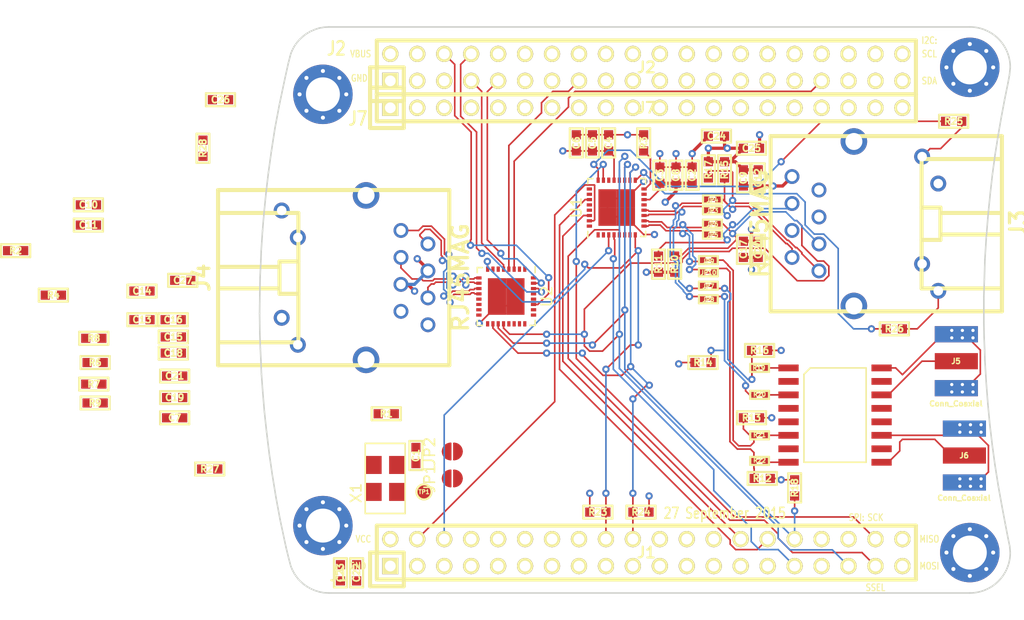
<source format=kicad_pcb>
(kicad_pcb (version 20171130) (host pcbnew "(5.0.0-rc2-200-g1f6f76b)")
  (layers (0 F.Cu signal) (1 C2.Cu power) (2 C3.Cu power) (31 B.Cu signal) (35 F.Paste user) (37 F.SilkS user hide) (39 F.Mask user) (44 Edge.Cuts user))
  (net 0 "")
  (net 1 GND)
  (net 2 /VBUS)
  (net 3 +3V3)
  (net 4 /P4_9)
  (net 5 /MII_RX_D1)
  (net 6 /P4_10)
  (net 7 /MII_TX_EN)
  (net 8 /P1_0)
  (net 9 /P5_0)
  (net 10 /P5_1)
  (net 11 /P1_1)
  (net 12 /CLK0)
  (net 13 /P1_2)
  (net 14 /P1_5)
  (net 15 /P5_2)
  (net 16 /P1_7)
  (net 17 /P1_6)
  (net 18 /P1_9)
  (net 19 /INT_PWDN)
  (net 20 /P5_3)
  (net 21 /PHY_RESET)
  (net 22 /P1_12)
  (net 23 /P1_11)
  (net 24 /P5_5)
  (net 25 /P5_4)
  (net 26 /P1_14)
  (net 27 /P1_13)
  (net 28 /P5_6)
  (net 29 /MII_RX_D0)
  (net 30 /P5_7)
  (net 31 /MII_CRS_DV)
  (net 32 /MII_TX_D0)
  (net 33 /SMI_MDIO)
  (net 34 /P9_5)
  (net 35 /P9_6)
  (net 36 /SMI_MDC)
  (net 37 /P6_0)
  (net 38 /MII_TX_D1)
  (net 39 /ENET1_RMII_CLK)
  (net 40 /P1_4)
  (net 41 /P1_3)
  (net 42 /ADC0_0)
  (net 43 /SGPIO_CRS_DV)
  (net 44 /SGPIO_TX_D1)
  (net 45 /SGPIO_RX_D0)
  (net 46 /SGPIO_RX_D1)
  (net 47 /P4_6)
  (net 48 /P4_7)
  (net 49 /CLK2)
  (net 50 /P2_8)
  (net 51 /P2_7)
  (net 52 /SGPIO_TX_D0)
  (net 53 /P7_7)
  (net 54 /WAKEUP0)
  (net 55 /P2_5)
  (net 56 /P2_4)
  (net 57 /P2_3)
  (net 58 /PF_4)
  (net 59 /P3_2)
  (net 60 /P7_2)
  (net 61 /P3_1)
  (net 62 /P7_1)
  (net 63 /P3_0)
  (net 64 /P7_0)
  (net 65 /P3_4)
  (net 66 /P6_8)
  (net 67 /P3_7)
  (net 68 /P6_7)
  (net 69 /P3_3)
  (net 70 /SGPIO_TX_EN)
  (net 71 /P6_6)
  (net 72 /P2_1)
  (net 73 /P6_3)
  (net 74 /P3_5)
  (net 75 /P3_6)
  (net 76 /I2C0_SDA)
  (net 77 /I2C0_SCL)
  (net 78 "Net-(J3-Pad12)")
  (net 79 "Net-(J3-Pad9)")
  (net 80 "Net-(J3-Pad7)")
  (net 81 /ENET1_TD_P)
  (net 82 /ENET1_RD_P)
  (net 83 /ENET2_RD_P)
  (net 84 /ENET2_TD_P)
  (net 85 "Net-(J4-Pad7)")
  (net 86 "Net-(J4-Pad9)")
  (net 87 "Net-(J4-Pad12)")
  (net 88 /P6_4)
  (net 89 /P6_5)
  (net 90 /ADC0_5)
  (net 91 /ADC0_2)
  (net 92 /P2_9)
  (net 93 /P2_12)
  (net 94 /P2_13)
  (net 95 /RTC_ALARM)
  (net 96 /RESET)
  (net 97 /VBAT)
  (net 98 /P2_11)
  (net 99 /P2_10)
  (net 100 /P6_10)
  (net 101 /P6_9)
  (net 102 /P6_2)
  (net 103 /P6_1)
  (net 104 "Net-(JP1-Pad1)")
  (net 105 /ENET2_RMII_CLK)
  (net 106 /REF_CLK_ENABLE)
  (net 107 "Net-(R3-Pad2)")
  (net 108 "Net-(R4-Pad2)")
  (net 109 /TDR1_RD_P)
  (net 110 /TDR1_TD_P)
  (net 111 "Net-(R25-Pad2)")
  (net 112 "Net-(R26-Pad2)")
  (net 113 "Net-(R27-Pad2)")
  (net 114 "Net-(R28-Pad2)")
  (net 115 "Net-(T1-Pad2)")
  (net 116 "Net-(T1-Pad4)")
  (net 117 "Net-(T1-Pad5)")
  (net 118 "Net-(T1-Pad7)")
  (net 119 "Net-(T1-Pad10)")
  (net 120 "Net-(T1-Pad12)")
  (net 121 "Net-(T1-Pad13)")
  (net 122 "Net-(T1-Pad15)")
  (net 123 "Net-(U1-Pad32)")
  (net 124 "Net-(U1-Pad29)")
  (net 125 "Net-(U1-Pad28)")
  (net 126 "Net-(U1-Pad26)")
  (net 127 "Net-(U1-Pad25)")
  (net 128 "Net-(U1-Pad22)")
  (net 129 "Net-(U1-Pad7)")
  (net 130 "Net-(U1-Pad6)")
  (net 131 "Net-(U1-Pad2)")
  (net 132 "Net-(U1-Pad1)")
  (net 133 "Net-(U2-Pad1)")
  (net 134 "Net-(U2-Pad2)")
  (net 135 "Net-(U2-Pad6)")
  (net 136 "Net-(U2-Pad7)")
  (net 137 "Net-(U2-Pad22)")
  (net 138 "Net-(U2-Pad25)")
  (net 139 "Net-(U2-Pad26)")
  (net 140 "Net-(U2-Pad28)")
  (net 141 "Net-(U2-Pad29)")
  (net 142 "Net-(U2-Pad32)")
  (net 143 /PHY1_TD_P)
  (net 144 /PHY1_RD_P)
  (net 145 /ENET1_TD_N)
  (net 146 /ENET2_TD_N)
  (net 147 /TDR1_SMA_TD_N)
  (net 148 /TDR1_SMA_TD_P)
  (net 149 /TDR1_SMA_RX_P)
  (net 150 /TDR1_SMA_RX_N)
  (net 151 /ENET2_RD_N)
  (net 152 /ENET1_RD_N)
  (net 153 /TDR1_RD_N)
  (net 154 /TDR1_TD_N)
  (net 155 /TDR1_XFMR_TD_N)
  (net 156 /TDR1_XFMR_TD_P)
  (net 157 /TDR1_XFMR_RD_N)
  (net 158 /TDR1_XFMR_RD_P)
  (net 159 /PHY1_TD_N)
  (net 160 /PHY1_RD_N)
  (net 161 "Net-(J2-Pad3)")
  (net 162 "Net-(J2-Pad4)")
  (module gsg-modules:HEADER-2x20 (layer F.Cu) (at 146.05 118.11)
    (fp_text reference J1 (at 0 0) (layer F.SilkS) (effects (font (size 1.016 1.016) (thickness 0.2032))))
    (fp_text value NEIGHBOR1 hide)
    (pad 1 thru_hole rect (at -24.13 1.27) (size 1.524 1.524) (drill 1.016) (layers *.Cu *.Mask F.SilkS) (net 1 GND))
    (pad 2 thru_hole circle (at -24.13 -1.27) (size 1.524 1.524) (drill 1.016) (layers *.Cu *.Mask F.SilkS) (net 3 +3V3))
    (pad 3 thru_hole circle (at -21.59 1.27) (size 1.524 1.524) (drill 1.016) (layers *.Cu *.Mask F.SilkS) (net 4 /P4_9))
    (pad 4 thru_hole circle (at -21.59 -1.27) (size 1.524 1.524) (drill 1.016) (layers *.Cu *.Mask F.SilkS) (net 5 /MII_RX_D1))
    (pad 5 thru_hole circle (at -19.05 1.27) (size 1.524 1.524) (drill 1.016) (layers *.Cu *.Mask F.SilkS) (net 6 /P4_10))
    (pad 6 thru_hole circle (at -19.05 -1.27) (size 1.524 1.524) (drill 1.016) (layers *.Cu *.Mask F.SilkS) (net 7 /MII_TX_EN))
    (pad 7 thru_hole circle (at -16.51 1.27) (size 1.524 1.524) (drill 1.016) (layers *.Cu *.Mask F.SilkS) (net 8 /P1_0))
    (pad 8 thru_hole circle (at -16.51 -1.27) (size 1.524 1.524) (drill 1.016) (layers *.Cu *.Mask F.SilkS) (net 9 /P5_0))
    (pad 9 thru_hole circle (at -13.97 1.27) (size 1.524 1.524) (drill 1.016) (layers *.Cu *.Mask F.SilkS) (net 10 /P5_1))
    (pad 10 thru_hole circle (at -13.97 -1.27) (size 1.524 1.524) (drill 1.016) (layers *.Cu *.Mask F.SilkS) (net 11 /P1_1))
    (pad 11 thru_hole circle (at -11.43 1.27) (size 1.524 1.524) (drill 1.016) (layers *.Cu *.Mask F.SilkS) (net 12 /CLK0))
    (pad 12 thru_hole circle (at -11.43 -1.27) (size 1.524 1.524) (drill 1.016) (layers *.Cu *.Mask F.SilkS) (net 13 /P1_2))
    (pad 13 thru_hole circle (at -8.89 1.27) (size 1.524 1.524) (drill 1.016) (layers *.Cu *.Mask F.SilkS) (net 14 /P1_5))
    (pad 14 thru_hole circle (at -8.89 -1.27) (size 1.524 1.524) (drill 1.016) (layers *.Cu *.Mask F.SilkS) (net 15 /P5_2))
    (pad 15 thru_hole circle (at -6.35 1.27) (size 1.524 1.524) (drill 1.016) (layers *.Cu *.Mask F.SilkS) (net 16 /P1_7))
    (pad 16 thru_hole circle (at -6.35 -1.27) (size 1.524 1.524) (drill 1.016) (layers *.Cu *.Mask F.SilkS) (net 17 /P1_6))
    (pad 17 thru_hole circle (at -3.81 1.27) (size 1.524 1.524) (drill 1.016) (layers *.Cu *.Mask F.SilkS) (net 18 /P1_9))
    (pad 18 thru_hole circle (at -3.81 -1.27) (size 1.524 1.524) (drill 1.016) (layers *.Cu *.Mask F.SilkS) (net 19 /INT_PWDN))
    (pad 19 thru_hole circle (at -1.27 1.27) (size 1.524 1.524) (drill 1.016) (layers *.Cu *.Mask F.SilkS) (net 20 /P5_3))
    (pad 20 thru_hole circle (at -1.27 -1.27) (size 1.524 1.524) (drill 1.016) (layers *.Cu *.Mask F.SilkS) (net 21 /PHY_RESET))
    (pad 21 thru_hole circle (at 1.27 1.27) (size 1.524 1.524) (drill 1.016) (layers *.Cu *.Mask F.SilkS) (net 22 /P1_12))
    (pad 22 thru_hole circle (at 1.27 -1.27) (size 1.524 1.524) (drill 1.016) (layers *.Cu *.Mask F.SilkS) (net 23 /P1_11))
    (pad 23 thru_hole circle (at 3.81 1.27) (size 1.524 1.524) (drill 1.016) (layers *.Cu *.Mask F.SilkS) (net 24 /P5_5))
    (pad 24 thru_hole circle (at 3.81 -1.27) (size 1.524 1.524) (drill 1.016) (layers *.Cu *.Mask F.SilkS) (net 25 /P5_4))
    (pad 25 thru_hole circle (at 6.35 1.27) (size 1.524 1.524) (drill 1.016) (layers *.Cu *.Mask F.SilkS) (net 26 /P1_14))
    (pad 26 thru_hole circle (at 6.35 -1.27) (size 1.524 1.524) (drill 1.016) (layers *.Cu *.Mask F.SilkS) (net 27 /P1_13))
    (pad 27 thru_hole circle (at 8.89 1.27) (size 1.524 1.524) (drill 1.016) (layers *.Cu *.Mask F.SilkS) (net 28 /P5_6))
    (pad 28 thru_hole circle (at 8.89 -1.27) (size 1.524 1.524) (drill 1.016) (layers *.Cu *.Mask F.SilkS) (net 29 /MII_RX_D0))
    (pad 29 thru_hole circle (at 11.43 1.27) (size 1.524 1.524) (drill 1.016) (layers *.Cu *.Mask F.SilkS) (net 30 /P5_7))
    (pad 30 thru_hole circle (at 11.43 -1.27) (size 1.524 1.524) (drill 1.016) (layers *.Cu *.Mask F.SilkS) (net 31 /MII_CRS_DV))
    (pad 31 thru_hole circle (at 13.97 1.27) (size 1.524 1.524) (drill 1.016) (layers *.Cu *.Mask F.SilkS) (net 32 /MII_TX_D0))
    (pad 32 thru_hole circle (at 13.97 -1.27) (size 1.524 1.524) (drill 1.016) (layers *.Cu *.Mask F.SilkS) (net 33 /SMI_MDIO))
    (pad 33 thru_hole circle (at 16.51 1.27) (size 1.524 1.524) (drill 1.016) (layers *.Cu *.Mask F.SilkS) (net 34 /P9_5))
    (pad 34 thru_hole circle (at 16.51 -1.27) (size 1.524 1.524) (drill 1.016) (layers *.Cu *.Mask F.SilkS) (net 35 /P9_6))
    (pad 35 thru_hole circle (at 19.05 1.27) (size 1.524 1.524) (drill 1.016) (layers *.Cu *.Mask F.SilkS) (net 36 /SMI_MDC))
    (pad 36 thru_hole circle (at 19.05 -1.27) (size 1.524 1.524) (drill 1.016) (layers *.Cu *.Mask F.SilkS) (net 37 /P6_0))
    (pad 37 thru_hole circle (at 21.59 1.27) (size 1.524 1.524) (drill 1.016) (layers *.Cu *.Mask F.SilkS) (net 38 /MII_TX_D1))
    (pad 38 thru_hole circle (at 21.59 -1.27) (size 1.524 1.524) (drill 1.016) (layers *.Cu *.Mask F.SilkS) (net 39 /ENET1_RMII_CLK))
    (pad 39 thru_hole circle (at 24.13 1.27) (size 1.524 1.524) (drill 1.016) (layers *.Cu *.Mask F.SilkS) (net 40 /P1_4))
    (pad 40 thru_hole circle (at 24.13 -1.27) (size 1.524 1.524) (drill 1.016) (layers *.Cu *.Mask F.SilkS) (net 41 /P1_3))
  )
  (module gsg-modules:0603 (layer F.Cu) (at 156.718 99.06 180)
    (fp_text reference R16 (at 0 0 180) (layer F.SilkS) (effects (font (size 0.6096 0.6096) (thickness 0.1524))))
    (fp_text value 0R hide)
    (pad 2 smd rect (at 0.762 0 180) (size 0.8636 0.8636) (layers F.Cu F.Paste F.Mask) (net 154 /TDR1_TD_N))
    (pad 1 smd rect (at -0.762 0 180) (size 0.8636 0.8636) (layers F.Cu F.Paste F.Mask) (net 3 +3V3))
  )
  (module gsg-modules:749010012A (layer F.Cu) (at 163.83 105.156)
    (fp_text reference T1)
    (fp_text value 749010012A)
    (pad 1 smd rect (at -4.385 -4.445) (size 1.91 0.64) (layers F.Cu F.Paste F.Mask) (net 155 /TDR1_XFMR_TD_N))
    (pad 2 smd rect (at -4.385 -3.175) (size 1.91 0.64) (layers F.Cu F.Paste F.Mask) (net 115 "Net-(T1-Pad2)"))
    (pad 3 smd rect (at -4.385 -1.905) (size 1.91 0.64) (layers F.Cu F.Paste F.Mask) (net 156 /TDR1_XFMR_TD_P))
    (pad 4 smd rect (at -4.385 -0.635) (size 1.91 0.64) (layers F.Cu F.Paste F.Mask) (net 116 "Net-(T1-Pad4)"))
    (pad 5 smd rect (at -4.385 0.635) (size 1.91 0.64) (layers F.Cu F.Paste F.Mask) (net 117 "Net-(T1-Pad5)"))
    (pad 6 smd rect (at -4.385 1.905) (size 1.91 0.64) (layers F.Cu F.Paste F.Mask) (net 157 /TDR1_XFMR_RD_N))
    (pad 7 smd rect (at -4.385 3.175) (size 1.91 0.64) (layers F.Cu F.Paste F.Mask) (net 118 "Net-(T1-Pad7)"))
    (pad 8 smd rect (at -4.385 4.445) (size 1.91 0.64) (layers F.Cu F.Paste F.Mask) (net 158 /TDR1_XFMR_RD_P))
    (pad 9 smd rect (at 4.385 4.445) (size 1.91 0.64) (layers F.Cu F.Paste F.Mask) (net 149 /TDR1_SMA_RX_P))
    (pad 10 smd rect (at 4.385 3.175) (size 1.91 0.64) (layers F.Cu F.Paste F.Mask) (net 119 "Net-(T1-Pad10)"))
    (pad 11 smd rect (at 4.385 1.905) (size 1.91 0.64) (layers F.Cu F.Paste F.Mask) (net 150 /TDR1_SMA_RX_N))
    (pad 12 smd rect (at 4.385 0.635) (size 1.91 0.64) (layers F.Cu F.Paste F.Mask) (net 120 "Net-(T1-Pad12)"))
    (pad 13 smd rect (at 4.385 -0.635) (size 1.91 0.64) (layers F.Cu F.Paste F.Mask) (net 121 "Net-(T1-Pad13)"))
    (pad 14 smd rect (at 4.385 -1.905) (size 1.91 0.64) (layers F.Cu F.Paste F.Mask) (net 148 /TDR1_SMA_TD_P))
    (pad 15 smd rect (at 4.385 -3.175) (size 1.91 0.64) (layers F.Cu F.Paste F.Mask) (net 122 "Net-(T1-Pad15)"))
    (pad 16 smd rect (at 4.385 -4.445) (size 1.91 0.64) (layers F.Cu F.Paste F.Mask) (net 147 /TDR1_SMA_TD_N))
  )
  (module gsg-modules:rj45-wiznet-rb1-125bag1a (layer F.Cu) (at 168.656 87.122 90)
    (fp_text reference J3 (at 0 12.446 90) (layer F.SilkS) (effects (font (size 1.524 1.524) (thickness 0.3048))))
    (fp_text value RJ45MAG (at 0 -11.938 90) (layer F.SilkS) (effects (font (size 1.524 1.524) (thickness 0.3048))))
    (pad 11 thru_hole circle (at -3.785 3.38 90) (size 1.5 1.5) (drill 0.9) (layers *.Cu *.Mask) (net 1 GND))
    (pad 12 thru_hole circle (at -6.325 4.9 90) (size 1.5 1.5) (drill 0.9) (layers *.Cu *.Mask) (net 78 "Net-(J3-Pad12)"))
    (pad 9 thru_hole circle (at 6.325 3.38 90) (size 1.5 1.5) (drill 0.9) (layers *.Cu *.Mask) (net 79 "Net-(J3-Pad9)"))
    (pad 10 thru_hole circle (at 3.785 4.9 90) (size 1.5 1.5) (drill 0.9) (layers *.Cu *.Mask) (net 1 GND))
    (pad "" np_thru_hole circle (at 5.715 0 90) (size 3.25 3.25) (drill 3.25) (layers *.Cu))
    (pad "" np_thru_hole circle (at -5.715 0 90) (size 3.25 3.25) (drill 3.25) (layers *.Cu))
    (pad 13 thru_hole circle (at 7.75 -3.05 90) (size 2.5 2.5) (drill 1.6) (layers *.Cu *.Mask) (net 1 GND))
    (pad 13 thru_hole circle (at -7.75 -3.05 90) (size 2.5 2.5) (drill 1.6) (layers *.Cu *.Mask) (net 1 GND))
    (pad 8 thru_hole circle (at 4.445 -8.88 90) (size 1.4 1.4) (drill 0.9) (layers *.Cu *.Mask) (net 1 GND))
    (pad 7 thru_hole circle (at 3.175 -6.34 90) (size 1.4 1.4) (drill 0.9) (layers *.Cu *.Mask) (net 80 "Net-(J3-Pad7)"))
    (pad 6 thru_hole circle (at 1.905 -8.88 90) (size 1.4 1.4) (drill 0.9) (layers *.Cu *.Mask) (net 152 /ENET1_RD_N))
    (pad 5 thru_hole circle (at 0.635 -6.34 90) (size 1.4 1.4) (drill 0.9) (layers *.Cu *.Mask) (net 3 +3V3))
    (pad 4 thru_hole circle (at -0.635 -8.88 90) (size 1.4 1.4) (drill 0.9) (layers *.Cu *.Mask) (net 3 +3V3))
    (pad 2 thru_hole circle (at -3.175 -8.88 90) (size 1.4 1.4) (drill 0.9) (layers *.Cu *.Mask) (net 81 /ENET1_TD_P))
    (pad 1 thru_hole circle (at -4.445 -6.34 90) (size 1.4 1.4) (drill 0.9) (layers *.Cu *.Mask) (net 145 /ENET1_TD_N))
    (pad 3 thru_hole circle (at -1.905 -6.34 90) (size 1.4 1.4) (drill 0.9) (layers *.Cu *.Mask) (net 82 /ENET1_RD_P))
  )
  (module gsg-modules:HEADER-1x20 (layer F.Cu) (at 146.05 76.2)
    (fp_text reference J7 (at 0 0) (layer F.SilkS) (effects (font (size 1.016 1.016) (thickness 0.2032))))
    (fp_text value BONUS_ROW hide)
    (pad 1 thru_hole rect (at -24.13 0) (size 1.524 1.524) (drill 1.016) (layers *.Cu *.Mask F.SilkS) (net 1 GND))
    (pad 2 thru_hole circle (at -21.59 0) (size 1.524 1.524) (drill 1.016) (layers *.Cu *.Mask F.SilkS) (net 88 /P6_4))
    (pad 3 thru_hole circle (at -19.05 0) (size 1.524 1.524) (drill 1.016) (layers *.Cu *.Mask F.SilkS) (net 89 /P6_5))
    (pad 4 thru_hole circle (at -16.51 0) (size 1.524 1.524) (drill 1.016) (layers *.Cu *.Mask F.SilkS) (net 90 /ADC0_5))
    (pad 5 thru_hole circle (at -13.97 0) (size 1.524 1.524) (drill 1.016) (layers *.Cu *.Mask F.SilkS) (net 91 /ADC0_2))
    (pad 6 thru_hole circle (at -11.43 0) (size 1.524 1.524) (drill 1.016) (layers *.Cu *.Mask F.SilkS) (net 92 /P2_9))
    (pad 7 thru_hole circle (at -8.89 0) (size 1.524 1.524) (drill 1.016) (layers *.Cu *.Mask F.SilkS) (net 93 /P2_12))
    (pad 8 thru_hole circle (at -6.35 0) (size 1.524 1.524) (drill 1.016) (layers *.Cu *.Mask F.SilkS) (net 94 /P2_13))
    (pad 9 thru_hole circle (at -3.81 0) (size 1.524 1.524) (drill 1.016) (layers *.Cu *.Mask F.SilkS) (net 95 /RTC_ALARM))
    (pad 10 thru_hole circle (at -1.27 0) (size 1.524 1.524) (drill 1.016) (layers *.Cu *.Mask F.SilkS) (net 1 GND))
    (pad 11 thru_hole circle (at 1.27 0) (size 1.524 1.524) (drill 1.016) (layers *.Cu *.Mask F.SilkS) (net 96 /RESET))
    (pad 12 thru_hole circle (at 3.81 0) (size 1.524 1.524) (drill 1.016) (layers *.Cu *.Mask F.SilkS) (net 97 /VBAT))
    (pad 13 thru_hole circle (at 6.35 0) (size 1.524 1.524) (drill 1.016) (layers *.Cu *.Mask F.SilkS) (net 98 /P2_11))
    (pad 14 thru_hole circle (at 8.89 0) (size 1.524 1.524) (drill 1.016) (layers *.Cu *.Mask F.SilkS) (net 99 /P2_10))
    (pad 15 thru_hole circle (at 11.43 0) (size 1.524 1.524) (drill 1.016) (layers *.Cu *.Mask F.SilkS) (net 100 /P6_10))
    (pad 16 thru_hole circle (at 13.97 0) (size 1.524 1.524) (drill 1.016) (layers *.Cu *.Mask F.SilkS) (net 101 /P6_9))
    (pad 17 thru_hole circle (at 16.51 0) (size 1.524 1.524) (drill 1.016) (layers *.Cu *.Mask F.SilkS) (net 102 /P6_2))
    (pad 18 thru_hole circle (at 19.05 0) (size 1.524 1.524) (drill 1.016) (layers *.Cu *.Mask F.SilkS) (net 103 /P6_1))
    (pad 19 thru_hole circle (at 21.59 0) (size 1.524 1.524) (drill 1.016) (layers *.Cu *.Mask F.SilkS) (net 1 GND))
    (pad 20 thru_hole circle (at 24.13 0) (size 1.524 1.524) (drill 1.016) (layers *.Cu *.Mask F.SilkS) (net 3 +3V3))
  )
  (module gsg-modules:HEADER-2x20 (layer F.Cu) (at 146.05 72.39)
    (fp_text reference J2 (at 0 0) (layer F.SilkS) (effects (font (size 1.016 1.016) (thickness 0.2032))))
    (fp_text value NEIGHBOR2 hide)
    (pad 1 thru_hole rect (at -24.13 1.27) (size 1.524 1.524) (drill 1.016) (layers *.Cu *.Mask F.SilkS) (net 1 GND))
    (pad 2 thru_hole circle (at -24.13 -1.27) (size 1.524 1.524) (drill 1.016) (layers *.Cu *.Mask F.SilkS) (net 2 /VBUS))
    (pad 3 thru_hole circle (at -21.59 1.27) (size 1.524 1.524) (drill 1.016) (layers *.Cu *.Mask F.SilkS) (net 161 "Net-(J2-Pad3)"))
    (pad 4 thru_hole circle (at -21.59 -1.27) (size 1.524 1.524) (drill 1.016) (layers *.Cu *.Mask F.SilkS) (net 162 "Net-(J2-Pad4)"))
    (pad 5 thru_hole circle (at -19.05 1.27) (size 1.524 1.524) (drill 1.016) (layers *.Cu *.Mask F.SilkS) (net 42 /ADC0_0))
    (pad 6 thru_hole circle (at -19.05 -1.27) (size 1.524 1.524) (drill 1.016) (layers *.Cu *.Mask F.SilkS) (net 43 /SGPIO_CRS_DV))
    (pad 7 thru_hole circle (at -16.51 1.27) (size 1.524 1.524) (drill 1.016) (layers *.Cu *.Mask F.SilkS) (net 44 /SGPIO_TX_D1))
    (pad 8 thru_hole circle (at -16.51 -1.27) (size 1.524 1.524) (drill 1.016) (layers *.Cu *.Mask F.SilkS) (net 45 /SGPIO_RX_D0))
    (pad 9 thru_hole circle (at -13.97 1.27) (size 1.524 1.524) (drill 1.016) (layers *.Cu *.Mask F.SilkS) (net 46 /SGPIO_RX_D1))
    (pad 10 thru_hole circle (at -13.97 -1.27) (size 1.524 1.524) (drill 1.016) (layers *.Cu *.Mask F.SilkS) (net 47 /P4_6))
    (pad 11 thru_hole circle (at -11.43 1.27) (size 1.524 1.524) (drill 1.016) (layers *.Cu *.Mask F.SilkS) (net 48 /P4_7))
    (pad 12 thru_hole circle (at -11.43 -1.27) (size 1.524 1.524) (drill 1.016) (layers *.Cu *.Mask F.SilkS) (net 49 /CLK2))
    (pad 13 thru_hole circle (at -8.89 1.27) (size 1.524 1.524) (drill 1.016) (layers *.Cu *.Mask F.SilkS) (net 50 /P2_8))
    (pad 14 thru_hole circle (at -8.89 -1.27) (size 1.524 1.524) (drill 1.016) (layers *.Cu *.Mask F.SilkS) (net 51 /P2_7))
    (pad 15 thru_hole circle (at -6.35 1.27) (size 1.524 1.524) (drill 1.016) (layers *.Cu *.Mask F.SilkS) (net 52 /SGPIO_TX_D0))
    (pad 16 thru_hole circle (at -6.35 -1.27) (size 1.524 1.524) (drill 1.016) (layers *.Cu *.Mask F.SilkS) (net 53 /P7_7))
    (pad 17 thru_hole circle (at -3.81 1.27) (size 1.524 1.524) (drill 1.016) (layers *.Cu *.Mask F.SilkS) (net 54 /WAKEUP0))
    (pad 18 thru_hole circle (at -3.81 -1.27) (size 1.524 1.524) (drill 1.016) (layers *.Cu *.Mask F.SilkS) (net 55 /P2_5))
    (pad 19 thru_hole circle (at -1.27 1.27) (size 1.524 1.524) (drill 1.016) (layers *.Cu *.Mask F.SilkS) (net 56 /P2_4))
    (pad 20 thru_hole circle (at -1.27 -1.27) (size 1.524 1.524) (drill 1.016) (layers *.Cu *.Mask F.SilkS) (net 57 /P2_3))
    (pad 21 thru_hole circle (at 1.27 1.27) (size 1.524 1.524) (drill 1.016) (layers *.Cu *.Mask F.SilkS) (net 58 /PF_4))
    (pad 22 thru_hole circle (at 1.27 -1.27) (size 1.524 1.524) (drill 1.016) (layers *.Cu *.Mask F.SilkS) (net 59 /P3_2))
    (pad 23 thru_hole circle (at 3.81 1.27) (size 1.524 1.524) (drill 1.016) (layers *.Cu *.Mask F.SilkS) (net 60 /P7_2))
    (pad 24 thru_hole circle (at 3.81 -1.27) (size 1.524 1.524) (drill 1.016) (layers *.Cu *.Mask F.SilkS) (net 61 /P3_1))
    (pad 25 thru_hole circle (at 6.35 1.27) (size 1.524 1.524) (drill 1.016) (layers *.Cu *.Mask F.SilkS) (net 62 /P7_1))
    (pad 26 thru_hole circle (at 6.35 -1.27) (size 1.524 1.524) (drill 1.016) (layers *.Cu *.Mask F.SilkS) (net 63 /P3_0))
    (pad 27 thru_hole circle (at 8.89 1.27) (size 1.524 1.524) (drill 1.016) (layers *.Cu *.Mask F.SilkS) (net 64 /P7_0))
    (pad 28 thru_hole circle (at 8.89 -1.27) (size 1.524 1.524) (drill 1.016) (layers *.Cu *.Mask F.SilkS) (net 65 /P3_4))
    (pad 29 thru_hole circle (at 11.43 1.27) (size 1.524 1.524) (drill 1.016) (layers *.Cu *.Mask F.SilkS) (net 66 /P6_8))
    (pad 30 thru_hole circle (at 11.43 -1.27) (size 1.524 1.524) (drill 1.016) (layers *.Cu *.Mask F.SilkS) (net 67 /P3_7))
    (pad 31 thru_hole circle (at 13.97 1.27) (size 1.524 1.524) (drill 1.016) (layers *.Cu *.Mask F.SilkS) (net 68 /P6_7))
    (pad 32 thru_hole circle (at 13.97 -1.27) (size 1.524 1.524) (drill 1.016) (layers *.Cu *.Mask F.SilkS) (net 69 /P3_3))
    (pad 33 thru_hole circle (at 16.51 1.27) (size 1.524 1.524) (drill 1.016) (layers *.Cu *.Mask F.SilkS) (net 70 /SGPIO_TX_EN))
    (pad 34 thru_hole circle (at 16.51 -1.27) (size 1.524 1.524) (drill 1.016) (layers *.Cu *.Mask F.SilkS) (net 71 /P6_6))
    (pad 35 thru_hole circle (at 19.05 1.27) (size 1.524 1.524) (drill 1.016) (layers *.Cu *.Mask F.SilkS) (net 72 /P2_1))
    (pad 36 thru_hole circle (at 19.05 -1.27) (size 1.524 1.524) (drill 1.016) (layers *.Cu *.Mask F.SilkS) (net 73 /P6_3))
    (pad 37 thru_hole circle (at 21.59 1.27) (size 1.524 1.524) (drill 1.016) (layers *.Cu *.Mask F.SilkS) (net 74 /P3_5))
    (pad 38 thru_hole circle (at 21.59 -1.27) (size 1.524 1.524) (drill 1.016) (layers *.Cu *.Mask F.SilkS) (net 75 /P3_6))
    (pad 39 thru_hole circle (at 24.13 1.27) (size 1.524 1.524) (drill 1.016) (layers *.Cu *.Mask F.SilkS) (net 76 /I2C0_SDA))
    (pad 40 thru_hole circle (at 24.13 -1.27) (size 1.524 1.524) (drill 1.016) (layers *.Cu *.Mask F.SilkS) (net 77 /I2C0_SCL))
  )
  (module gsg-modules:HOLE126MIL-COPPER (layer F.Cu) (at 115.57 74.93)
    (fp_text reference MH1 hide)
    (fp_text value MOUNTING_HOLE hide)
    (pad 1 thru_hole circle (at 0 0) (size 5.6 5.6) (drill 3.2004) (layers *.Cu *.Mask) (net 1 GND))
    (pad 1 thru_hole circle (at 0 -2.2) (size 0.6 0.6) (drill 0.381) (layers *.Cu *.Mask) (net 1 GND))
    (pad 1 thru_hole circle (at -2.2 0) (size 0.6 0.6) (drill 0.381) (layers *.Cu *.Mask) (net 1 GND))
    (pad 1 thru_hole circle (at 0 2.2) (size 0.6 0.6) (drill 0.381) (layers *.Cu *.Mask) (net 1 GND))
    (pad 1 thru_hole circle (at 2.2 0) (size 0.6 0.6) (drill 0.381) (layers *.Cu *.Mask) (net 1 GND))
    (pad 1 thru_hole circle (at 1.55 -1.55) (size 0.6 0.6) (drill 0.381) (layers *.Cu *.Mask) (net 1 GND))
    (pad 1 thru_hole circle (at -1.55 -1.55) (size 0.6 0.6) (drill 0.381) (layers *.Cu *.Mask) (net 1 GND))
    (pad 1 thru_hole circle (at -1.55 1.55) (size 0.6 0.6) (drill 0.381) (layers *.Cu *.Mask) (net 1 GND))
    (pad 1 thru_hole circle (at 1.55 1.55) (size 0.6 0.6) (drill 0.381) (layers *.Cu *.Mask) (net 1 GND))
  )
  (module gsg-modules:HOLE126MIL-COPPER (layer F.Cu) (at 115.57 115.57)
    (fp_text reference MH2 hide)
    (fp_text value MOUNTING_HOLE hide)
    (pad 1 thru_hole circle (at 0 0) (size 5.6 5.6) (drill 3.2004) (layers *.Cu *.Mask) (net 1 GND))
    (pad 1 thru_hole circle (at 0 -2.2) (size 0.6 0.6) (drill 0.381) (layers *.Cu *.Mask) (net 1 GND))
    (pad 1 thru_hole circle (at -2.2 0) (size 0.6 0.6) (drill 0.381) (layers *.Cu *.Mask) (net 1 GND))
    (pad 1 thru_hole circle (at 0 2.2) (size 0.6 0.6) (drill 0.381) (layers *.Cu *.Mask) (net 1 GND))
    (pad 1 thru_hole circle (at 2.2 0) (size 0.6 0.6) (drill 0.381) (layers *.Cu *.Mask) (net 1 GND))
    (pad 1 thru_hole circle (at 1.55 -1.55) (size 0.6 0.6) (drill 0.381) (layers *.Cu *.Mask) (net 1 GND))
    (pad 1 thru_hole circle (at -1.55 -1.55) (size 0.6 0.6) (drill 0.381) (layers *.Cu *.Mask) (net 1 GND))
    (pad 1 thru_hole circle (at -1.55 1.55) (size 0.6 0.6) (drill 0.381) (layers *.Cu *.Mask) (net 1 GND))
    (pad 1 thru_hole circle (at 1.55 1.55) (size 0.6 0.6) (drill 0.381) (layers *.Cu *.Mask) (net 1 GND))
  )
  (module gsg-modules:HOLE126MIL-COPPER (layer F.Cu) (at 176.53 118.11)
    (fp_text reference MH3 hide)
    (fp_text value MOUNTING_HOLE hide)
    (pad 1 thru_hole circle (at 0 0) (size 5.6 5.6) (drill 3.2004) (layers *.Cu *.Mask) (net 1 GND))
    (pad 1 thru_hole circle (at 0 -2.2) (size 0.6 0.6) (drill 0.381) (layers *.Cu *.Mask) (net 1 GND))
    (pad 1 thru_hole circle (at -2.2 0) (size 0.6 0.6) (drill 0.381) (layers *.Cu *.Mask) (net 1 GND))
    (pad 1 thru_hole circle (at 0 2.2) (size 0.6 0.6) (drill 0.381) (layers *.Cu *.Mask) (net 1 GND))
    (pad 1 thru_hole circle (at 2.2 0) (size 0.6 0.6) (drill 0.381) (layers *.Cu *.Mask) (net 1 GND))
    (pad 1 thru_hole circle (at 1.55 -1.55) (size 0.6 0.6) (drill 0.381) (layers *.Cu *.Mask) (net 1 GND))
    (pad 1 thru_hole circle (at -1.55 -1.55) (size 0.6 0.6) (drill 0.381) (layers *.Cu *.Mask) (net 1 GND))
    (pad 1 thru_hole circle (at -1.55 1.55) (size 0.6 0.6) (drill 0.381) (layers *.Cu *.Mask) (net 1 GND))
    (pad 1 thru_hole circle (at 1.55 1.55) (size 0.6 0.6) (drill 0.381) (layers *.Cu *.Mask) (net 1 GND))
  )
  (module gsg-modules:HOLE126MIL-COPPER (layer F.Cu) (at 176.53 72.39)
    (fp_text reference MH4 hide)
    (fp_text value MOUNTING_HOLE hide)
    (pad 1 thru_hole circle (at 0 0) (size 5.6 5.6) (drill 3.2004) (layers *.Cu *.Mask) (net 1 GND))
    (pad 1 thru_hole circle (at 0 -2.2) (size 0.6 0.6) (drill 0.381) (layers *.Cu *.Mask) (net 1 GND))
    (pad 1 thru_hole circle (at -2.2 0) (size 0.6 0.6) (drill 0.381) (layers *.Cu *.Mask) (net 1 GND))
    (pad 1 thru_hole circle (at 0 2.2) (size 0.6 0.6) (drill 0.381) (layers *.Cu *.Mask) (net 1 GND))
    (pad 1 thru_hole circle (at 2.2 0) (size 0.6 0.6) (drill 0.381) (layers *.Cu *.Mask) (net 1 GND))
    (pad 1 thru_hole circle (at 1.55 -1.55) (size 0.6 0.6) (drill 0.381) (layers *.Cu *.Mask) (net 1 GND))
    (pad 1 thru_hole circle (at -1.55 -1.55) (size 0.6 0.6) (drill 0.381) (layers *.Cu *.Mask) (net 1 GND))
    (pad 1 thru_hole circle (at -1.55 1.55) (size 0.6 0.6) (drill 0.381) (layers *.Cu *.Mask) (net 1 GND))
    (pad 1 thru_hole circle (at 1.55 1.55) (size 0.6 0.6) (drill 0.381) (layers *.Cu *.Mask) (net 1 GND))
  )
  (module gsg-modules:0603 (layer F.Cu) (at 124.333 108.966 90)
    (fp_text reference C1 (at 0 0 90) (layer F.SilkS) (effects (font (size 0.6096 0.6096) (thickness 0.1524))))
    (fp_text value 10nF hide)
    (pad 2 smd rect (at 0.762 0 90) (size 0.8636 0.8636) (layers F.Cu F.Paste F.Mask) (net 1 GND))
    (pad 1 smd rect (at -0.762 0 90) (size 0.8636 0.8636) (layers F.Cu F.Paste F.Mask) (net 3 +3V3))
  )
  (module gsg-modules:0603 (layer F.Cu) (at 150.368 82.55 90)
    (fp_text reference C2 (at 0 0 90) (layer F.SilkS) (effects (font (size 0.6096 0.6096) (thickness 0.1524))))
    (fp_text value 10nF hide)
    (pad 2 smd rect (at 0.762 0 90) (size 0.8636 0.8636) (layers F.Cu F.Paste F.Mask) (net 1 GND))
    (pad 1 smd rect (at -0.762 0 90) (size 0.8636 0.8636) (layers F.Cu F.Paste F.Mask) (net 3 +3V3))
  )
  (module gsg-modules:0603 (layer F.Cu) (at 147.32 82.55 90)
    (fp_text reference C3 (at 0 0 90) (layer F.SilkS) (effects (font (size 0.6096 0.6096) (thickness 0.1524))))
    (fp_text value 100nF hide)
    (pad 1 smd rect (at -0.762 0 90) (size 0.8636 0.8636) (layers F.Cu F.Paste F.Mask) (net 3 +3V3))
    (pad 2 smd rect (at 0.762 0 90) (size 0.8636 0.8636) (layers F.Cu F.Paste F.Mask) (net 1 GND))
  )
  (module gsg-modules:0603 (layer F.Cu) (at 142.494 79.502 90)
    (fp_text reference C4 (at 0 0 90) (layer F.SilkS) (effects (font (size 0.6096 0.6096) (thickness 0.1524))))
    (fp_text value 10nF hide)
    (pad 2 smd rect (at 0.762 0 90) (size 0.8636 0.8636) (layers F.Cu F.Paste F.Mask) (net 1 GND))
    (pad 1 smd rect (at -0.762 0 90) (size 0.8636 0.8636) (layers F.Cu F.Paste F.Mask) (net 3 +3V3))
  )
  (module gsg-modules:0603 (layer F.Cu) (at 140.97 79.502 90)
    (fp_text reference C5 (at 0 0 90) (layer F.SilkS) (effects (font (size 0.6096 0.6096) (thickness 0.1524))))
    (fp_text value 1uF hide)
    (pad 2 smd rect (at 0.762 0 90) (size 0.8636 0.8636) (layers F.Cu F.Paste F.Mask) (net 1 GND))
    (pad 1 smd rect (at -0.762 0 90) (size 0.8636 0.8636) (layers F.Cu F.Paste F.Mask) (net 3 +3V3))
  )
  (module gsg-modules:0603 (layer F.Cu) (at 139.446 79.502 90)
    (fp_text reference C6 (at 0 0 90) (layer F.SilkS) (effects (font (size 0.6096 0.6096) (thickness 0.1524))))
    (fp_text value 100nF hide)
    (pad 1 smd rect (at -0.762 0 90) (size 0.8636 0.8636) (layers F.Cu F.Paste F.Mask) (net 3 +3V3))
    (pad 2 smd rect (at 0.762 0 90) (size 0.8636 0.8636) (layers F.Cu F.Paste F.Mask) (net 1 GND))
  )
  (module gsg-modules:0603 (layer F.Cu) (at 101.6 105.41)
    (fp_text reference C7 (at 0 0) (layer F.SilkS) (effects (font (size 0.6096 0.6096) (thickness 0.1524))))
    (fp_text value 10nF hide)
    (pad 1 smd rect (at -0.762 0) (size 0.8636 0.8636) (layers F.Cu F.Paste F.Mask) (net 3 +3V3))
    (pad 2 smd rect (at 0.762 0) (size 0.8636 0.8636) (layers F.Cu F.Paste F.Mask) (net 1 GND))
  )
  (module gsg-modules:0603 (layer F.Cu) (at 148.844 82.55 90)
    (fp_text reference C8 (at 0 0 90) (layer F.SilkS) (effects (font (size 0.6096 0.6096) (thickness 0.1524))))
    (fp_text value 1uF hide)
    (pad 2 smd rect (at 0.762 0 90) (size 0.8636 0.8636) (layers F.Cu F.Paste F.Mask) (net 1 GND))
    (pad 1 smd rect (at -0.762 0 90) (size 0.8636 0.8636) (layers F.Cu F.Paste F.Mask) (net 3 +3V3))
  )
  (module gsg-modules:0603 (layer F.Cu) (at 155.194 82.804 270)
    (fp_text reference C9 (at 0 0 270) (layer F.SilkS) (effects (font (size 0.6096 0.6096) (thickness 0.1524))))
    (fp_text value 1uF hide)
    (pad 2 smd rect (at 0.762 0 270) (size 0.8636 0.8636) (layers F.Cu F.Paste F.Mask) (net 1 GND))
    (pad 1 smd rect (at -0.762 0 270) (size 0.8636 0.8636) (layers F.Cu F.Paste F.Mask) (net 3 +3V3))
  )
  (module gsg-modules:0603 (layer F.Cu) (at 93.472 85.344)
    (fp_text reference C10 (at 0 0) (layer F.SilkS) (effects (font (size 0.6096 0.6096) (thickness 0.1524))))
    (fp_text value 100nF hide)
    (pad 2 smd rect (at 0.762 0) (size 0.8636 0.8636) (layers F.Cu F.Paste F.Mask) (net 1 GND))
    (pad 1 smd rect (at -0.762 0) (size 0.8636 0.8636) (layers F.Cu F.Paste F.Mask) (net 3 +3V3))
  )
  (module gsg-modules:0603 (layer F.Cu) (at 93.472 87.249)
    (fp_text reference C11 (at 0 0) (layer F.SilkS) (effects (font (size 0.6096 0.6096) (thickness 0.1524))))
    (fp_text value 1uF hide)
    (pad 1 smd rect (at -0.762 0) (size 0.8636 0.8636) (layers F.Cu F.Paste F.Mask) (net 3 +3V3))
    (pad 2 smd rect (at 0.762 0) (size 0.8636 0.8636) (layers F.Cu F.Paste F.Mask) (net 1 GND))
  )
  (module gsg-modules:0603 (layer F.Cu) (at 156.591 82.804 270)
    (fp_text reference C12 (at 0 0 270) (layer F.SilkS) (effects (font (size 0.6096 0.6096) (thickness 0.1524))))
    (fp_text value 0.1uF hide)
    (pad 1 smd rect (at -0.762 0 270) (size 0.8636 0.8636) (layers F.Cu F.Paste F.Mask) (net 3 +3V3))
    (pad 2 smd rect (at 0.762 0 270) (size 0.8636 0.8636) (layers F.Cu F.Paste F.Mask) (net 1 GND))
  )
  (module gsg-modules:0603 (layer F.Cu) (at 98.520201 96.166201)
    (fp_text reference C13 (at 0 0) (layer F.SilkS) (effects (font (size 0.6096 0.6096) (thickness 0.1524))))
    (fp_text value 10nF hide)
    (pad 1 smd rect (at -0.762 0) (size 0.8636 0.8636) (layers F.Cu F.Paste F.Mask) (net 3 +3V3))
    (pad 2 smd rect (at 0.762 0) (size 0.8636 0.8636) (layers F.Cu F.Paste F.Mask) (net 1 GND))
  )
  (module gsg-modules:0603 (layer F.Cu) (at 98.520201 93.466201)
    (fp_text reference C14 (at 0 0) (layer F.SilkS) (effects (font (size 0.6096 0.6096) (thickness 0.1524))))
    (fp_text value 0.1uF hide)
    (pad 2 smd rect (at 0.762 0) (size 0.8636 0.8636) (layers F.Cu F.Paste F.Mask) (net 1 GND))
    (pad 1 smd rect (at -0.762 0) (size 0.8636 0.8636) (layers F.Cu F.Paste F.Mask) (net 3 +3V3))
  )
  (module gsg-modules:0603 (layer F.Cu) (at 101.473 97.79)
    (fp_text reference C15 (at 0 0) (layer F.SilkS) (effects (font (size 0.6096 0.6096) (thickness 0.1524))))
    (fp_text value 1uF hide)
    (pad 1 smd rect (at -0.762 0) (size 0.8636 0.8636) (layers F.Cu F.Paste F.Mask) (net 3 +3V3))
    (pad 2 smd rect (at 0.762 0) (size 0.8636 0.8636) (layers F.Cu F.Paste F.Mask) (net 1 GND))
  )
  (module gsg-modules:0603 (layer F.Cu) (at 101.460201 96.166201)
    (fp_text reference C16 (at 0 0) (layer F.SilkS) (effects (font (size 0.6096 0.6096) (thickness 0.1524))))
    (fp_text value 100nF hide)
    (pad 2 smd rect (at 0.762 0) (size 0.8636 0.8636) (layers F.Cu F.Paste F.Mask) (net 1 GND))
    (pad 1 smd rect (at -0.762 0) (size 0.8636 0.8636) (layers F.Cu F.Paste F.Mask) (net 3 +3V3))
  )
  (module gsg-modules:0603 (layer F.Cu) (at 155.194 89.535 90)
    (fp_text reference C17 (at 0 0 90) (layer F.SilkS) (effects (font (size 0.6096 0.6096) (thickness 0.1524))))
    (fp_text value 1uF hide)
    (pad 2 smd rect (at 0.762 0 90) (size 0.8636 0.8636) (layers F.Cu F.Paste F.Mask) (net 1 GND))
    (pad 1 smd rect (at -0.762 0 90) (size 0.8636 0.8636) (layers F.Cu F.Paste F.Mask) (net 3 +3V3))
  )
  (module gsg-modules:0603 (layer F.Cu) (at 101.473 99.314)
    (fp_text reference C18 (at 0 0) (layer F.SilkS) (effects (font (size 0.6096 0.6096) (thickness 0.1524))))
    (fp_text value 1uF hide)
    (pad 1 smd rect (at -0.762 0) (size 0.8636 0.8636) (layers F.Cu F.Paste F.Mask) (net 3 +3V3))
    (pad 2 smd rect (at 0.762 0) (size 0.8636 0.8636) (layers F.Cu F.Paste F.Mask) (net 1 GND))
  )
  (module gsg-modules:0603 (layer F.Cu) (at 101.6 103.505)
    (fp_text reference C19 (at 0 0) (layer F.SilkS) (effects (font (size 0.6096 0.6096) (thickness 0.1524))))
    (fp_text value 1uF hide)
    (pad 1 smd rect (at -0.762 0) (size 0.8636 0.8636) (layers F.Cu F.Paste F.Mask) (net 3 +3V3))
    (pad 2 smd rect (at 0.762 0) (size 0.8636 0.8636) (layers F.Cu F.Paste F.Mask) (net 1 GND))
  )
  (module gsg-modules:0603 (layer F.Cu) (at 156.591 89.535 90)
    (fp_text reference C20 (at 0 0 90) (layer F.SilkS) (effects (font (size 0.6096 0.6096) (thickness 0.1524))))
    (fp_text value 0.1uF hide)
    (pad 1 smd rect (at -0.762 0 90) (size 0.8636 0.8636) (layers F.Cu F.Paste F.Mask) (net 3 +3V3))
    (pad 2 smd rect (at 0.762 0 90) (size 0.8636 0.8636) (layers F.Cu F.Paste F.Mask) (net 1 GND))
  )
  (module gsg-modules:0603 (layer F.Cu) (at 101.6 101.473)
    (fp_text reference C21 (at 0 0) (layer F.SilkS) (effects (font (size 0.6096 0.6096) (thickness 0.1524))))
    (fp_text value 0.1uF hide)
    (pad 2 smd rect (at 0.762 0) (size 0.8636 0.8636) (layers F.Cu F.Paste F.Mask) (net 1 GND))
    (pad 1 smd rect (at -0.762 0) (size 0.8636 0.8636) (layers F.Cu F.Paste F.Mask) (net 3 +3V3))
  )
  (module gsg-modules:0603 (layer F.Cu) (at 118.745 120.015 270)
    (fp_text reference C22 (at 0 0 270) (layer F.SilkS) (effects (font (size 0.6096 0.6096) (thickness 0.1524))))
    (fp_text value CP hide)
    (pad 1 smd rect (at -0.762 0 270) (size 0.8636 0.8636) (layers F.Cu F.Paste F.Mask) (net 3 +3V3))
    (pad 2 smd rect (at 0.762 0 270) (size 0.8636 0.8636) (layers F.Cu F.Paste F.Mask) (net 1 GND))
  )
  (module gsg-modules:0603 (layer F.Cu) (at 117.221 120.015 270)
    (fp_text reference C23 (at 0 0 270) (layer F.SilkS) (effects (font (size 0.6096 0.6096) (thickness 0.1524))))
    (fp_text value CP hide)
    (pad 2 smd rect (at 0.762 0 270) (size 0.8636 0.8636) (layers F.Cu F.Paste F.Mask) (net 1 GND))
    (pad 1 smd rect (at -0.762 0 270) (size 0.8636 0.8636) (layers F.Cu F.Paste F.Mask) (net 3 +3V3))
  )
  (module gsg-modules:0603 (layer F.Cu) (at 152.654 78.867)
    (fp_text reference C24 (at 0 0) (layer F.SilkS) (effects (font (size 0.6096 0.6096) (thickness 0.1524))))
    (fp_text value 100nF hide)
    (pad 1 smd rect (at -0.762 0) (size 0.8636 0.8636) (layers F.Cu F.Paste F.Mask) (net 1 GND))
    (pad 2 smd rect (at 0.762 0) (size 0.8636 0.8636) (layers F.Cu F.Paste F.Mask) (net 3 +3V3))
  )
  (module gsg-modules:0603 (layer F.Cu) (at 155.956 80.01 180)
    (fp_text reference C25 (at 0 0 180) (layer F.SilkS) (effects (font (size 0.6096 0.6096) (thickness 0.1524))))
    (fp_text value 100nF hide)
    (pad 1 smd rect (at -0.762 0 180) (size 0.8636 0.8636) (layers F.Cu F.Paste F.Mask) (net 1 GND))
    (pad 2 smd rect (at 0.762 0 180) (size 0.8636 0.8636) (layers F.Cu F.Paste F.Mask) (net 3 +3V3))
  )
  (module gsg-modules:0603 (layer F.Cu) (at 105.918 75.438)
    (fp_text reference C26 (at 0 0) (layer F.SilkS) (effects (font (size 0.6096 0.6096) (thickness 0.1524))))
    (fp_text value 100nF hide)
    (pad 2 smd rect (at 0.762 0) (size 0.8636 0.8636) (layers F.Cu F.Paste F.Mask) (net 3 +3V3))
    (pad 1 smd rect (at -0.762 0) (size 0.8636 0.8636) (layers F.Cu F.Paste F.Mask) (net 1 GND))
  )
  (module gsg-modules:0603 (layer F.Cu) (at 102.362 92.456)
    (fp_text reference C27 (at 0 0) (layer F.SilkS) (effects (font (size 0.6096 0.6096) (thickness 0.1524))))
    (fp_text value 100nF hide)
    (pad 2 smd rect (at 0.762 0) (size 0.8636 0.8636) (layers F.Cu F.Paste F.Mask) (net 3 +3V3))
    (pad 1 smd rect (at -0.762 0) (size 0.8636 0.8636) (layers F.Cu F.Paste F.Mask) (net 1 GND))
  )
  (module gsg-modules:rj45-wiznet-rb1-125bag1a (layer F.Cu) (at 116.586 92.202 270)
    (fp_text reference J4 (at 0 12.446 270) (layer F.SilkS) (effects (font (size 1.524 1.524) (thickness 0.3048))))
    (fp_text value RJ45MAG (at 0 -11.938 270) (layer F.SilkS) (effects (font (size 1.524 1.524) (thickness 0.3048))))
    (pad 3 thru_hole circle (at -1.905 -6.34 270) (size 1.4 1.4) (drill 0.9) (layers *.Cu *.Mask) (net 83 /ENET2_RD_P))
    (pad 1 thru_hole circle (at -4.445 -6.34 270) (size 1.4 1.4) (drill 0.9) (layers *.Cu *.Mask) (net 84 /ENET2_TD_P))
    (pad 2 thru_hole circle (at -3.175 -8.88 270) (size 1.4 1.4) (drill 0.9) (layers *.Cu *.Mask) (net 146 /ENET2_TD_N))
    (pad 4 thru_hole circle (at -0.635 -8.88 270) (size 1.4 1.4) (drill 0.9) (layers *.Cu *.Mask) (net 3 +3V3))
    (pad 5 thru_hole circle (at 0.635 -6.34 270) (size 1.4 1.4) (drill 0.9) (layers *.Cu *.Mask) (net 3 +3V3))
    (pad 6 thru_hole circle (at 1.905 -8.88 270) (size 1.4 1.4) (drill 0.9) (layers *.Cu *.Mask) (net 151 /ENET2_RD_N))
    (pad 7 thru_hole circle (at 3.175 -6.34 270) (size 1.4 1.4) (drill 0.9) (layers *.Cu *.Mask) (net 85 "Net-(J4-Pad7)"))
    (pad 8 thru_hole circle (at 4.445 -8.88 270) (size 1.4 1.4) (drill 0.9) (layers *.Cu *.Mask) (net 1 GND))
    (pad 13 thru_hole circle (at -7.75 -3.05 270) (size 2.5 2.5) (drill 1.6) (layers *.Cu *.Mask) (net 1 GND))
    (pad 13 thru_hole circle (at 7.75 -3.05 270) (size 2.5 2.5) (drill 1.6) (layers *.Cu *.Mask) (net 1 GND))
    (pad "" np_thru_hole circle (at -5.715 0 270) (size 3.25 3.25) (drill 3.25) (layers *.Cu))
    (pad "" np_thru_hole circle (at 5.715 0 270) (size 3.25 3.25) (drill 3.25) (layers *.Cu))
    (pad 10 thru_hole circle (at 3.785 4.9 270) (size 1.5 1.5) (drill 0.9) (layers *.Cu *.Mask) (net 1 GND))
    (pad 9 thru_hole circle (at 6.325 3.38 270) (size 1.5 1.5) (drill 0.9) (layers *.Cu *.Mask) (net 86 "Net-(J4-Pad9)"))
    (pad 12 thru_hole circle (at -6.325 4.9 270) (size 1.5 1.5) (drill 0.9) (layers *.Cu *.Mask) (net 87 "Net-(J4-Pad12)"))
    (pad 11 thru_hole circle (at -3.785 3.38 270) (size 1.5 1.5) (drill 0.9) (layers *.Cu *.Mask) (net 1 GND))
  )
  (module gsg-modules:SMA-EDGE (layer F.Cu) (at 173.228 100.076)
    (fp_text reference J5 (at 1.99898 0) (layer F.SilkS) (effects (font (size 0.50038 0.50038) (thickness 0.12446))))
    (fp_text value Conn_Coaxial (at 1.99898 4.0005) (layer F.SilkS) (effects (font (size 0.50038 0.50038) (thickness 0.12446))))
    (pad 2 thru_hole circle (at 3.6 2.9) (size 0.762 0.762) (drill 0.3048) (layers *.Cu *.Mask) (net 147 /TDR1_SMA_TD_N))
    (pad 2 thru_hole circle (at 2.6 2.9) (size 0.762 0.762) (drill 0.3048) (layers *.Cu *.Mask) (net 147 /TDR1_SMA_TD_N))
    (pad 2 thru_hole circle (at 1.6 2.9) (size 0.762 0.762) (drill 0.3048) (layers *.Cu *.Mask) (net 147 /TDR1_SMA_TD_N))
    (pad 2 thru_hole circle (at 1.6 2.2) (size 0.762 0.762) (drill 0.3048) (layers *.Cu *.Mask) (net 147 /TDR1_SMA_TD_N))
    (pad 2 thru_hole circle (at 2.6 2.2) (size 0.762 0.762) (drill 0.3048) (layers *.Cu *.Mask) (net 147 /TDR1_SMA_TD_N))
    (pad 2 thru_hole circle (at 3.6 2.2) (size 0.762 0.762) (drill 0.3048) (layers *.Cu *.Mask) (net 147 /TDR1_SMA_TD_N))
    (pad 2 thru_hole circle (at 2.6 -2.9) (size 0.762 0.762) (drill 0.3048) (layers *.Cu *.Mask) (net 147 /TDR1_SMA_TD_N))
    (pad 2 thru_hole circle (at 1.6 -2.9) (size 0.762 0.762) (drill 0.3048) (layers *.Cu *.Mask) (net 147 /TDR1_SMA_TD_N))
    (pad 2 thru_hole circle (at 1.6 -2.2) (size 0.762 0.762) (drill 0.3048) (layers *.Cu *.Mask) (net 147 /TDR1_SMA_TD_N))
    (pad 2 thru_hole circle (at 2.6 -2.2) (size 0.762 0.762) (drill 0.3048) (layers *.Cu *.Mask) (net 147 /TDR1_SMA_TD_N))
    (pad 2 thru_hole circle (at 3.6 -2.9) (size 0.762 0.762) (drill 0.3048) (layers *.Cu *.Mask) (net 147 /TDR1_SMA_TD_N))
    (pad 2 thru_hole circle (at 3.6 -2.2) (size 0.762 0.762) (drill 0.3048) (layers *.Cu *.Mask) (net 147 /TDR1_SMA_TD_N))
    (pad 2 smd rect (at 2.032 2.54) (size 4.064 1.524) (layers F.Cu F.Mask) (net 147 /TDR1_SMA_TD_N))
    (pad 2 smd rect (at 2.032 -2.54) (size 4.064 1.524) (layers B.Cu B.Mask) (net 147 /TDR1_SMA_TD_N))
    (pad 2 smd rect (at 2.032 2.54) (size 4.064 1.524) (layers B.Cu B.Mask) (net 147 /TDR1_SMA_TD_N))
    (pad 2 smd rect (at 2.032 -2.54) (size 4.064 1.524) (layers F.Cu F.Mask) (net 147 /TDR1_SMA_TD_N))
    (pad 1 smd rect (at 2.032 0) (size 4.064 1.524) (layers F.Cu F.Mask) (net 148 /TDR1_SMA_TD_P))
  )
  (module gsg-modules:SMA-EDGE (layer F.Cu) (at 173.99 108.966)
    (fp_text reference J6 (at 1.99898 0) (layer F.SilkS) (effects (font (size 0.50038 0.50038) (thickness 0.12446))))
    (fp_text value Conn_Coaxial (at 1.99898 4.0005) (layer F.SilkS) (effects (font (size 0.50038 0.50038) (thickness 0.12446))))
    (pad 1 smd rect (at 2.032 0) (size 4.064 1.524) (layers F.Cu F.Mask) (net 149 /TDR1_SMA_RX_P))
    (pad 2 smd rect (at 2.032 -2.54) (size 4.064 1.524) (layers F.Cu F.Mask) (net 150 /TDR1_SMA_RX_N))
    (pad 2 smd rect (at 2.032 2.54) (size 4.064 1.524) (layers B.Cu B.Mask) (net 150 /TDR1_SMA_RX_N))
    (pad 2 smd rect (at 2.032 -2.54) (size 4.064 1.524) (layers B.Cu B.Mask) (net 150 /TDR1_SMA_RX_N))
    (pad 2 smd rect (at 2.032 2.54) (size 4.064 1.524) (layers F.Cu F.Mask) (net 150 /TDR1_SMA_RX_N))
    (pad 2 thru_hole circle (at 3.6 -2.2) (size 0.762 0.762) (drill 0.3048) (layers *.Cu *.Mask) (net 150 /TDR1_SMA_RX_N))
    (pad 2 thru_hole circle (at 3.6 -2.9) (size 0.762 0.762) (drill 0.3048) (layers *.Cu *.Mask) (net 150 /TDR1_SMA_RX_N))
    (pad 2 thru_hole circle (at 2.6 -2.2) (size 0.762 0.762) (drill 0.3048) (layers *.Cu *.Mask) (net 150 /TDR1_SMA_RX_N))
    (pad 2 thru_hole circle (at 1.6 -2.2) (size 0.762 0.762) (drill 0.3048) (layers *.Cu *.Mask) (net 150 /TDR1_SMA_RX_N))
    (pad 2 thru_hole circle (at 1.6 -2.9) (size 0.762 0.762) (drill 0.3048) (layers *.Cu *.Mask) (net 150 /TDR1_SMA_RX_N))
    (pad 2 thru_hole circle (at 2.6 -2.9) (size 0.762 0.762) (drill 0.3048) (layers *.Cu *.Mask) (net 150 /TDR1_SMA_RX_N))
    (pad 2 thru_hole circle (at 3.6 2.2) (size 0.762 0.762) (drill 0.3048) (layers *.Cu *.Mask) (net 150 /TDR1_SMA_RX_N))
    (pad 2 thru_hole circle (at 2.6 2.2) (size 0.762 0.762) (drill 0.3048) (layers *.Cu *.Mask) (net 150 /TDR1_SMA_RX_N))
    (pad 2 thru_hole circle (at 1.6 2.2) (size 0.762 0.762) (drill 0.3048) (layers *.Cu *.Mask) (net 150 /TDR1_SMA_RX_N))
    (pad 2 thru_hole circle (at 1.6 2.9) (size 0.762 0.762) (drill 0.3048) (layers *.Cu *.Mask) (net 150 /TDR1_SMA_RX_N))
    (pad 2 thru_hole circle (at 2.6 2.9) (size 0.762 0.762) (drill 0.3048) (layers *.Cu *.Mask) (net 150 /TDR1_SMA_RX_N))
    (pad 2 thru_hole circle (at 3.6 2.9) (size 0.762 0.762) (drill 0.3048) (layers *.Cu *.Mask) (net 150 /TDR1_SMA_RX_N))
  )
  (module conn-test:JUMPER-SOLDER-SMD (layer F.Cu) (at 127.762 111.125 270)
    (fp_text reference JP1 (at 0 2.1336 270) (layer F.SilkS))
    (fp_text value Jumper)
    (fp_arc (start 0 0.1524) (end 0.762 0.1524) (angle 90) (layer F.Cu) (width 0.15))
    (fp_arc (start 0 0.1524) (end 0 0.9144) (angle 90) (layer F.Cu) (width 0.15))
    (fp_arc (start 0 -0.1524) (end -0.762 -0.1524) (angle 90) (layer F.Cu) (width 0.15))
    (fp_arc (start 0 -0.1524) (end 0 -0.9144) (angle 90) (layer F.Cu) (width 0.15))
    (fp_line (start -0.762 -0.1524) (end 0.762 -0.1524) (layer F.Cu) (width 0.15))
    (fp_line (start -0.762 0.1524) (end 0.762 0.1524) (layer F.Cu) (width 0.15))
    (fp_line (start 0.6096 0.4572) (end 0.6096 0.508) (layer F.Cu) (width 0.15))
    (fp_line (start -0.6604 0.4572) (end 0.6096 0.4572) (layer F.Cu) (width 0.15))
    (fp_line (start -0.6604 0.3556) (end -0.6604 0.4572) (layer F.Cu) (width 0.15))
    (fp_line (start 0.6604 0.3556) (end -0.6604 0.3556) (layer F.Cu) (width 0.15))
    (fp_line (start 0.6604 0.254) (end 0.6604 0.3556) (layer F.Cu) (width 0.15))
    (fp_line (start -0.7112 0.254) (end 0.6604 0.254) (layer F.Cu) (width 0.15))
    (fp_line (start 0.3048 0.8128) (end -0.254 0.8128) (layer F.Cu) (width 0.15))
    (fp_line (start 0.3048 0.762) (end 0.3048 0.8128) (layer F.Cu) (width 0.15))
    (fp_line (start -0.4064 0.762) (end 0.3048 0.762) (layer F.Cu) (width 0.15))
    (fp_line (start -0.4064 0.7112) (end -0.4064 0.762) (layer F.Cu) (width 0.15))
    (fp_line (start 0.4572 0.7112) (end -0.4064 0.7112) (layer F.Cu) (width 0.15))
    (fp_line (start 0.4572 0.6604) (end 0.4572 0.7112) (layer F.Cu) (width 0.15))
    (fp_line (start -0.508 0.6604) (end 0.4572 0.6604) (layer F.Cu) (width 0.15))
    (fp_line (start -0.508 0.5588) (end -0.508 0.6604) (layer F.Cu) (width 0.15))
    (fp_line (start 0.6096 0.5588) (end -0.508 0.5588) (layer F.Cu) (width 0.15))
    (fp_line (start 0.6096 0.4572) (end 0.6096 0.5588) (layer F.Cu) (width 0.15))
    (fp_line (start -0.3048 -0.8128) (end 0.254 -0.8128) (layer F.Cu) (width 0.15))
    (fp_line (start -0.3556 -0.762) (end -0.3048 -0.8128) (layer F.Cu) (width 0.15))
    (fp_line (start 0.3556 -0.762) (end -0.3556 -0.762) (layer F.Cu) (width 0.15))
    (fp_line (start 0.4572 -0.6604) (end 0.3556 -0.762) (layer F.Cu) (width 0.15))
    (fp_line (start -0.508 -0.6604) (end 0.4572 -0.6604) (layer F.Cu) (width 0.15))
    (fp_line (start -0.5588 -0.5588) (end -0.508 -0.6604) (layer F.Cu) (width 0.15))
    (fp_line (start 0.6096 -0.5588) (end -0.5588 -0.5588) (layer F.Cu) (width 0.15))
    (fp_line (start 0.6096 -0.4572) (end 0.6096 -0.5588) (layer F.Cu) (width 0.15))
    (fp_line (start -0.6604 -0.4572) (end 0.6096 -0.4572) (layer F.Cu) (width 0.15))
    (fp_line (start -0.6604 -0.3556) (end -0.6604 -0.4572) (layer F.Cu) (width 0.15))
    (fp_line (start 0.6604 -0.3556) (end -0.6604 -0.3556) (layer F.Cu) (width 0.15))
    (fp_line (start 0.6604 -0.254) (end 0.6604 -0.3556) (layer F.Cu) (width 0.15))
    (fp_line (start -0.6604 -0.254) (end 0.6604 -0.254) (layer F.Cu) (width 0.15))
    (pad 1 smd trapezoid (at 0 0.5 180) (size 0.6 1) (rect_delta 0.1 0) (layers F.Cu F.Mask) (net 104 "Net-(JP1-Pad1)"))
    (pad 2 smd trapezoid (at 0 -0.5) (size 0.6 1) (rect_delta 0.1 0) (layers F.Cu F.Mask) (net 39 /ENET1_RMII_CLK))
  )
  (module conn-test:JUMPER-SOLDER-SMD (layer F.Cu) (at 127.762 108.585 270)
    (fp_text reference JP2 (at 0 2.1336 270) (layer F.SilkS))
    (fp_text value Jumper)
    (fp_line (start -0.6604 -0.254) (end 0.6604 -0.254) (layer F.Cu) (width 0.15))
    (fp_line (start 0.6604 -0.254) (end 0.6604 -0.3556) (layer F.Cu) (width 0.15))
    (fp_line (start 0.6604 -0.3556) (end -0.6604 -0.3556) (layer F.Cu) (width 0.15))
    (fp_line (start -0.6604 -0.3556) (end -0.6604 -0.4572) (layer F.Cu) (width 0.15))
    (fp_line (start -0.6604 -0.4572) (end 0.6096 -0.4572) (layer F.Cu) (width 0.15))
    (fp_line (start 0.6096 -0.4572) (end 0.6096 -0.5588) (layer F.Cu) (width 0.15))
    (fp_line (start 0.6096 -0.5588) (end -0.5588 -0.5588) (layer F.Cu) (width 0.15))
    (fp_line (start -0.5588 -0.5588) (end -0.508 -0.6604) (layer F.Cu) (width 0.15))
    (fp_line (start -0.508 -0.6604) (end 0.4572 -0.6604) (layer F.Cu) (width 0.15))
    (fp_line (start 0.4572 -0.6604) (end 0.3556 -0.762) (layer F.Cu) (width 0.15))
    (fp_line (start 0.3556 -0.762) (end -0.3556 -0.762) (layer F.Cu) (width 0.15))
    (fp_line (start -0.3556 -0.762) (end -0.3048 -0.8128) (layer F.Cu) (width 0.15))
    (fp_line (start -0.3048 -0.8128) (end 0.254 -0.8128) (layer F.Cu) (width 0.15))
    (fp_line (start 0.6096 0.4572) (end 0.6096 0.5588) (layer F.Cu) (width 0.15))
    (fp_line (start 0.6096 0.5588) (end -0.508 0.5588) (layer F.Cu) (width 0.15))
    (fp_line (start -0.508 0.5588) (end -0.508 0.6604) (layer F.Cu) (width 0.15))
    (fp_line (start -0.508 0.6604) (end 0.4572 0.6604) (layer F.Cu) (width 0.15))
    (fp_line (start 0.4572 0.6604) (end 0.4572 0.7112) (layer F.Cu) (width 0.15))
    (fp_line (start 0.4572 0.7112) (end -0.4064 0.7112) (layer F.Cu) (width 0.15))
    (fp_line (start -0.4064 0.7112) (end -0.4064 0.762) (layer F.Cu) (width 0.15))
    (fp_line (start -0.4064 0.762) (end 0.3048 0.762) (layer F.Cu) (width 0.15))
    (fp_line (start 0.3048 0.762) (end 0.3048 0.8128) (layer F.Cu) (width 0.15))
    (fp_line (start 0.3048 0.8128) (end -0.254 0.8128) (layer F.Cu) (width 0.15))
    (fp_line (start -0.7112 0.254) (end 0.6604 0.254) (layer F.Cu) (width 0.15))
    (fp_line (start 0.6604 0.254) (end 0.6604 0.3556) (layer F.Cu) (width 0.15))
    (fp_line (start 0.6604 0.3556) (end -0.6604 0.3556) (layer F.Cu) (width 0.15))
    (fp_line (start -0.6604 0.3556) (end -0.6604 0.4572) (layer F.Cu) (width 0.15))
    (fp_line (start -0.6604 0.4572) (end 0.6096 0.4572) (layer F.Cu) (width 0.15))
    (fp_line (start 0.6096 0.4572) (end 0.6096 0.508) (layer F.Cu) (width 0.15))
    (fp_line (start -0.762 0.1524) (end 0.762 0.1524) (layer F.Cu) (width 0.15))
    (fp_line (start -0.762 -0.1524) (end 0.762 -0.1524) (layer F.Cu) (width 0.15))
    (fp_arc (start 0 -0.1524) (end 0 -0.9144) (angle 90) (layer F.Cu) (width 0.15))
    (fp_arc (start 0 -0.1524) (end -0.762 -0.1524) (angle 90) (layer F.Cu) (width 0.15))
    (fp_arc (start 0 0.1524) (end 0 0.9144) (angle 90) (layer F.Cu) (width 0.15))
    (fp_arc (start 0 0.1524) (end 0.762 0.1524) (angle 90) (layer F.Cu) (width 0.15))
    (pad 2 smd trapezoid (at 0 -0.5) (size 0.6 1) (rect_delta 0.1 0) (layers F.Cu F.Mask) (net 105 /ENET2_RMII_CLK))
    (pad 1 smd trapezoid (at 0 0.5 180) (size 0.6 1) (rect_delta 0.1 0) (layers F.Cu F.Mask) (net 104 "Net-(JP1-Pad1)"))
  )
  (module gsg-modules:0603 (layer F.Cu) (at 121.539 105.029 180)
    (fp_text reference R1 (at 0 0 180) (layer F.SilkS) (effects (font (size 0.6096 0.6096) (thickness 0.1524))))
    (fp_text value 10K hide)
    (pad 1 smd rect (at -0.762 0 180) (size 0.8636 0.8636) (layers F.Cu F.Paste F.Mask) (net 3 +3V3))
    (pad 2 smd rect (at 0.762 0 180) (size 0.8636 0.8636) (layers F.Cu F.Paste F.Mask) (net 106 /REF_CLK_ENABLE))
  )
  (module gsg-modules:0603 (layer F.Cu) (at 86.614 89.662)
    (fp_text reference R2 (at 0 0) (layer F.SilkS) (effects (font (size 0.6096 0.6096) (thickness 0.1524))))
    (fp_text value 2K49 hide)
    (pad 2 smd rect (at 0.762 0) (size 0.8636 0.8636) (layers F.Cu F.Paste F.Mask) (net 45 /SGPIO_RX_D0))
    (pad 1 smd rect (at -0.762 0) (size 0.8636 0.8636) (layers F.Cu F.Paste F.Mask) (net 3 +3V3))
  )
  (module gsg-modules:0603 (layer F.Cu) (at 145.796 79.502 270)
    (fp_text reference R3 (at 0 0 270) (layer F.SilkS) (effects (font (size 0.6096 0.6096) (thickness 0.1524))))
    (fp_text value "4K87 +/- 1%" hide)
    (pad 1 smd rect (at -0.762 0 270) (size 0.8636 0.8636) (layers F.Cu F.Paste F.Mask) (net 1 GND))
    (pad 2 smd rect (at 0.762 0 270) (size 0.8636 0.8636) (layers F.Cu F.Paste F.Mask) (net 107 "Net-(R3-Pad2)"))
  )
  (module gsg-modules:0603 (layer F.Cu) (at 90.17 93.853)
    (fp_text reference R4 (at 0 0) (layer F.SilkS) (effects (font (size 0.6096 0.6096) (thickness 0.1524))))
    (fp_text value "4K87 +/- 1%" hide)
    (pad 2 smd rect (at 0.762 0) (size 0.8636 0.8636) (layers F.Cu F.Paste F.Mask) (net 108 "Net-(R4-Pad2)"))
    (pad 1 smd rect (at -0.762 0) (size 0.8636 0.8636) (layers F.Cu F.Paste F.Mask) (net 1 GND))
  )
  (module gsg-modules:0603 (layer F.Cu) (at 94.107 100.203)
    (fp_text reference R6 (at 0 0) (layer F.SilkS) (effects (font (size 0.6096 0.6096) (thickness 0.1524))))
    (fp_text value 49R9 hide)
    (pad 1 smd rect (at -0.762 0) (size 0.8636 0.8636) (layers F.Cu F.Paste F.Mask) (net 3 +3V3))
    (pad 2 smd rect (at 0.762 0) (size 0.8636 0.8636) (layers F.Cu F.Paste F.Mask) (net 146 /ENET2_TD_N))
  )
  (module gsg-modules:0603 (layer F.Cu) (at 93.98 102.235)
    (fp_text reference R7 (at 0 0) (layer F.SilkS) (effects (font (size 0.6096 0.6096) (thickness 0.1524))))
    (fp_text value 49R9 hide)
    (pad 2 smd rect (at 0.762 0) (size 0.8636 0.8636) (layers F.Cu F.Paste F.Mask) (net 84 /ENET2_TD_P))
    (pad 1 smd rect (at -0.762 0) (size 0.8636 0.8636) (layers F.Cu F.Paste F.Mask) (net 3 +3V3))
  )
  (module gsg-modules:0603 (layer F.Cu) (at 93.98 97.917)
    (fp_text reference R8 (at 0 0) (layer F.SilkS) (effects (font (size 0.6096 0.6096) (thickness 0.1524))))
    (fp_text value 49R9 hide)
    (pad 1 smd rect (at -0.762 0) (size 0.8636 0.8636) (layers F.Cu F.Paste F.Mask) (net 3 +3V3))
    (pad 2 smd rect (at 0.762 0) (size 0.8636 0.8636) (layers F.Cu F.Paste F.Mask) (net 151 /ENET2_RD_N))
  )
  (module gsg-modules:0603 (layer F.Cu) (at 94.107 104.013)
    (fp_text reference R9 (at 0 0) (layer F.SilkS) (effects (font (size 0.6096 0.6096) (thickness 0.1524))))
    (fp_text value 49R9 hide)
    (pad 2 smd rect (at 0.762 0) (size 0.8636 0.8636) (layers F.Cu F.Paste F.Mask) (net 83 /ENET2_RD_P))
    (pad 1 smd rect (at -0.762 0) (size 0.8636 0.8636) (layers F.Cu F.Paste F.Mask) (net 3 +3V3))
  )
  (module gsg-modules:0603 (layer F.Cu) (at 148.717 90.932 90)
    (fp_text reference R10 (at 0 0 90) (layer F.SilkS) (effects (font (size 0.6096 0.6096) (thickness 0.1524))))
    (fp_text value 49R9 hide)
    (pad 1 smd rect (at -0.762 0 90) (size 0.8636 0.8636) (layers F.Cu F.Paste F.Mask) (net 3 +3V3))
    (pad 2 smd rect (at 0.762 0 90) (size 0.8636 0.8636) (layers F.Cu F.Paste F.Mask) (net 82 /ENET1_RD_P))
  )
  (module gsg-modules:0603 (layer F.Cu) (at 147.193 90.932 90)
    (fp_text reference R11 (at 0 0 270) (layer F.SilkS) (effects (font (size 0.6096 0.6096) (thickness 0.1524))))
    (fp_text value 49R9 hide)
    (pad 2 smd rect (at 0.762 0 90) (size 0.8636 0.8636) (layers F.Cu F.Paste F.Mask) (net 152 /ENET1_RD_N))
    (pad 1 smd rect (at -0.762 0 90) (size 0.8636 0.8636) (layers F.Cu F.Paste F.Mask) (net 3 +3V3))
  )
  (module gsg-modules:0603 (layer F.Cu) (at 156.972 111.125 180)
    (fp_text reference R12 (at 0 0 180) (layer F.SilkS) (effects (font (size 0.6096 0.6096) (thickness 0.1524))))
    (fp_text value 0R hide)
    (pad 1 smd rect (at -0.762 0 180) (size 0.8636 0.8636) (layers F.Cu F.Paste F.Mask) (net 3 +3V3))
    (pad 2 smd rect (at 0.762 0 180) (size 0.8636 0.8636) (layers F.Cu F.Paste F.Mask) (net 109 /TDR1_RD_P))
  )
  (module gsg-modules:0603 (layer F.Cu) (at 155.956 105.41 180)
    (fp_text reference R13 (at 0 0 180) (layer F.SilkS) (effects (font (size 0.6096 0.6096) (thickness 0.1524))))
    (fp_text value 0R hide)
    (pad 2 smd rect (at 0.762 0 180) (size 0.8636 0.8636) (layers F.Cu F.Paste F.Mask) (net 153 /TDR1_RD_N))
    (pad 1 smd rect (at -0.762 0 180) (size 0.8636 0.8636) (layers F.Cu F.Paste F.Mask) (net 3 +3V3))
  )
  (module gsg-modules:0603 (layer F.Cu) (at 151.384 100.203)
    (fp_text reference R14 (at 0 0) (layer F.SilkS) (effects (font (size 0.6096 0.6096) (thickness 0.1524))))
    (fp_text value 0R hide)
    (pad 1 smd rect (at -0.762 0) (size 0.8636 0.8636) (layers F.Cu F.Paste F.Mask) (net 3 +3V3))
    (pad 2 smd rect (at 0.762 0) (size 0.8636 0.8636) (layers F.Cu F.Paste F.Mask) (net 110 /TDR1_TD_P))
  )
  (module gsg-modules:0603 (layer F.Cu) (at 153.416 82.042 270)
    (fp_text reference R15 (at 0 0 270) (layer F.SilkS) (effects (font (size 0.6096 0.6096) (thickness 0.1524))))
    (fp_text value 49R9 hide)
    (pad 1 smd rect (at -0.762 0 270) (size 0.8636 0.8636) (layers F.Cu F.Paste F.Mask) (net 3 +3V3))
    (pad 2 smd rect (at 0.762 0 270) (size 0.8636 0.8636) (layers F.Cu F.Paste F.Mask) (net 81 /ENET1_TD_P))
  )
  (module gsg-modules:0603 (layer F.Cu) (at 151.892 82.042 270)
    (fp_text reference R17 (at 0 0 270) (layer F.SilkS) (effects (font (size 0.6096 0.6096) (thickness 0.1524))))
    (fp_text value 49R9 hide)
    (pad 2 smd rect (at 0.762 0 270) (size 0.8636 0.8636) (layers F.Cu F.Paste F.Mask) (net 145 /ENET1_TD_N))
    (pad 1 smd rect (at -0.762 0 270) (size 0.8636 0.8636) (layers F.Cu F.Paste F.Mask) (net 3 +3V3))
  )
  (module gsg-modules:0603 (layer F.Cu) (at 160.02 112.014 270)
    (fp_text reference R18 (at 0 0 270) (layer F.SilkS) (effects (font (size 0.6096 0.6096) (thickness 0.1524))))
    (fp_text value 2K2 hide)
    (pad 1 smd rect (at -0.762 0 270) (size 0.8636 0.8636) (layers F.Cu F.Paste F.Mask) (net 3 +3V3))
    (pad 2 smd rect (at 0.762 0 270) (size 0.8636 0.8636) (layers F.Cu F.Paste F.Mask) (net 33 /SMI_MDIO))
  )
  (module gsg-modules:0603 (layer F.Cu) (at 141.478 114.3)
    (fp_text reference R23 (at 0 0) (layer F.SilkS) (effects (font (size 0.6096 0.6096) (thickness 0.1524))))
    (fp_text value 10K hide)
    (pad 1 smd rect (at -0.762 0) (size 0.8636 0.8636) (layers F.Cu F.Paste F.Mask) (net 3 +3V3))
    (pad 2 smd rect (at 0.762 0) (size 0.8636 0.8636) (layers F.Cu F.Paste F.Mask) (net 19 /INT_PWDN))
  )
  (module gsg-modules:0603 (layer F.Cu) (at 145.542 114.3 180)
    (fp_text reference R24 (at 0 0 180) (layer F.SilkS) (effects (font (size 0.6096 0.6096) (thickness 0.1524))))
    (fp_text value 10K hide)
    (pad 2 smd rect (at 0.762 0 180) (size 0.8636 0.8636) (layers F.Cu F.Paste F.Mask) (net 21 /PHY_RESET))
    (pad 1 smd rect (at -0.762 0 180) (size 0.8636 0.8636) (layers F.Cu F.Paste F.Mask) (net 3 +3V3))
  )
  (module gsg-modules:0603 (layer F.Cu) (at 175.006 77.47 180)
    (fp_text reference R25 (at 0 0 180) (layer F.SilkS) (effects (font (size 0.6096 0.6096) (thickness 0.1524))))
    (fp_text value 1K hide)
    (pad 1 smd rect (at -0.762 0 180) (size 0.8636 0.8636) (layers F.Cu F.Paste F.Mask) (net 79 "Net-(J3-Pad9)"))
    (pad 2 smd rect (at 0.762 0 180) (size 0.8636 0.8636) (layers F.Cu F.Paste F.Mask) (net 111 "Net-(R25-Pad2)"))
  )
  (module gsg-modules:0603 (layer F.Cu) (at 169.418 97.028 180)
    (fp_text reference R26 (at 0 0 180) (layer F.SilkS) (effects (font (size 0.6096 0.6096) (thickness 0.1524))))
    (fp_text value 1K hide)
    (pad 1 smd rect (at -0.762 0 180) (size 0.8636 0.8636) (layers F.Cu F.Paste F.Mask) (net 78 "Net-(J3-Pad12)"))
    (pad 2 smd rect (at 0.762 0 180) (size 0.8636 0.8636) (layers F.Cu F.Paste F.Mask) (net 112 "Net-(R26-Pad2)"))
  )
  (module gsg-modules:0603 (layer F.Cu) (at 104.902 110.236 180)
    (fp_text reference R27 (at 0 0 180) (layer F.SilkS) (effects (font (size 0.6096 0.6096) (thickness 0.1524))))
    (fp_text value 1K hide)
    (pad 2 smd rect (at 0.762 0 180) (size 0.8636 0.8636) (layers F.Cu F.Paste F.Mask) (net 113 "Net-(R27-Pad2)"))
    (pad 1 smd rect (at -0.762 0 180) (size 0.8636 0.8636) (layers F.Cu F.Paste F.Mask) (net 86 "Net-(J4-Pad9)"))
  )
  (module gsg-modules:0603 (layer F.Cu) (at 104.267 80.01 90)
    (fp_text reference R28 (at 0 0 90) (layer F.SilkS) (effects (font (size 0.6096 0.6096) (thickness 0.1524))))
    (fp_text value 1K hide)
    (pad 1 smd rect (at -0.762 0 90) (size 0.8636 0.8636) (layers F.Cu F.Paste F.Mask) (net 87 "Net-(J4-Pad12)"))
    (pad 2 smd rect (at 0.762 0 90) (size 0.8636 0.8636) (layers F.Cu F.Paste F.Mask) (net 114 "Net-(R28-Pad2)"))
  )
  (module gsg-modules:TESTPOINT-50MIL (layer F.Cu) (at 125.095 112.395)
    (fp_text reference TP1 (at 0 0) (layer F.SilkS) (effects (font (size 0.381 0.381) (thickness 0.09652))))
    (fp_text value Test_Point hide)
    (pad 1 smd circle (at 0 0) (size 1.27 1.27) (layers F.Cu F.Mask) (net 104 "Net-(JP1-Pad1)"))
  )
  (module gsg-modules:QFN-32_EP_5.15x5.15_Pitch0.5mm (layer F.Cu) (at 143.256 85.598 90)
    (fp_text reference U1 (at 0 -3.825 90) (layer F.SilkS))
    (fp_text value DP83822)
    (pad PAD smd rect (at 0.8625 0.8625 90) (size 1.725 1.725) (layers F.Cu F.Paste F.Mask) (net 1 GND))
    (pad PAD smd rect (at 0.8625 -0.8625 90) (size 1.725 1.725) (layers F.Cu F.Paste F.Mask) (net 1 GND))
    (pad PAD smd rect (at -0.8625 0.8625 90) (size 1.725 1.725) (layers F.Cu F.Paste F.Mask) (net 1 GND))
    (pad PAD smd rect (at -0.8625 -0.8625 90) (size 1.725 1.725) (layers F.Cu F.Paste F.Mask) (net 1 GND))
    (pad 32 smd rect (at -1.75 -2.575 90) (size 0.3 0.5) (layers F.Cu F.Paste F.Mask) (net 123 "Net-(U1-Pad32)"))
    (pad 31 smd rect (at -1.25 -2.575 90) (size 0.3 0.5) (layers F.Cu F.Paste F.Mask) (net 5 /MII_RX_D1))
    (pad 30 smd rect (at -0.75 -2.575 90) (size 0.3 0.5) (layers F.Cu F.Paste F.Mask) (net 29 /MII_RX_D0))
    (pad 29 smd rect (at -0.25 -2.575 90) (size 0.3 0.5) (layers F.Cu F.Paste F.Mask) (net 124 "Net-(U1-Pad29)"))
    (pad 28 smd rect (at 0.25 -2.575 90) (size 0.3 0.5) (layers F.Cu F.Paste F.Mask) (net 125 "Net-(U1-Pad28)"))
    (pad 27 smd rect (at 0.75 -2.575 90) (size 0.3 0.5) (layers F.Cu F.Paste F.Mask) (net 31 /MII_CRS_DV))
    (pad 26 smd rect (at 1.25 -2.575 90) (size 0.3 0.5) (layers F.Cu F.Paste F.Mask) (net 126 "Net-(U1-Pad26)"))
    (pad 25 smd rect (at 1.75 -2.575 90) (size 0.3 0.5) (layers F.Cu F.Paste F.Mask) (net 127 "Net-(U1-Pad25)"))
    (pad 24 smd rect (at 2.575 -1.75 180) (size 0.3 0.5) (layers F.Cu F.Paste F.Mask) (net 111 "Net-(R25-Pad2)"))
    (pad 23 smd rect (at 2.575 -1.25 180) (size 0.3 0.5) (layers F.Cu F.Paste F.Mask) (net 39 /ENET1_RMII_CLK))
    (pad 22 smd rect (at 2.575 -0.75 180) (size 0.3 0.5) (layers F.Cu F.Paste F.Mask) (net 128 "Net-(U1-Pad22)"))
    (pad 21 smd rect (at 2.575 -0.25 180) (size 0.3 0.5) (layers F.Cu F.Paste F.Mask) (net 3 +3V3))
    (pad 20 smd rect (at 2.575 0.25 180) (size 0.3 0.5) (layers F.Cu F.Paste F.Mask) (net 36 /SMI_MDC))
    (pad 19 smd rect (at 2.575 0.75 180) (size 0.3 0.5) (layers F.Cu F.Paste F.Mask) (net 33 /SMI_MDIO))
    (pad 18 smd rect (at 2.575 1.25 180) (size 0.3 0.5) (layers F.Cu F.Paste F.Mask) (net 21 /PHY_RESET))
    (pad 17 smd rect (at 2.575 1.75 180) (size 0.3 0.5) (layers F.Cu F.Paste F.Mask) (net 112 "Net-(R26-Pad2)"))
    (pad 16 smd rect (at 1.75 2.575 90) (size 0.3 0.5) (layers F.Cu F.Paste F.Mask) (net 107 "Net-(R3-Pad2)"))
    (pad 15 smd rect (at 1.25 2.575 90) (size 0.3 0.5) (layers F.Cu F.Paste F.Mask))
    (pad 14 smd rect (at 0.75 2.575 90) (size 0.3 0.5) (layers F.Cu F.Paste F.Mask) (net 3 +3V3))
    (pad 13 smd rect (at 0.25 2.575 90) (size 0.3 0.5) (layers F.Cu F.Paste F.Mask))
    (pad 12 smd rect (at -0.25 2.575 90) (size 0.3 0.5) (layers F.Cu F.Paste F.Mask) (net 143 /PHY1_TD_P))
    (pad 11 smd rect (at -0.75 2.575 90) (size 0.3 0.5) (layers F.Cu F.Paste F.Mask) (net 159 /PHY1_TD_N))
    (pad 10 smd rect (at -1.25 2.575 90) (size 0.3 0.5) (layers F.Cu F.Paste F.Mask) (net 144 /PHY1_RD_P))
    (pad 9 smd rect (at -1.75 2.575 90) (size 0.3 0.5) (layers F.Cu F.Paste F.Mask) (net 160 /PHY1_RD_N))
    (pad 8 smd rect (at -2.575 1.75 180) (size 0.3 0.5) (layers F.Cu F.Paste F.Mask) (net 19 /INT_PWDN))
    (pad 7 smd rect (at -2.575 1.25 180) (size 0.3 0.5) (layers F.Cu F.Paste F.Mask) (net 129 "Net-(U1-Pad7)"))
    (pad 6 smd rect (at -2.575 0.75 180) (size 0.3 0.5) (layers F.Cu F.Paste F.Mask) (net 130 "Net-(U1-Pad6)"))
    (pad 5 smd rect (at -2.575 0.25 180) (size 0.3 0.5) (layers F.Cu F.Paste F.Mask) (net 38 /MII_TX_D1))
    (pad 4 smd rect (at -2.575 -0.25 180) (size 0.3 0.5) (layers F.Cu F.Paste F.Mask) (net 32 /MII_TX_D0))
    (pad 3 smd rect (at -2.575 -0.75 180) (size 0.3 0.5) (layers F.Cu F.Paste F.Mask) (net 7 /MII_TX_EN))
    (pad 2 smd rect (at -2.575 -1.25 180) (size 0.3 0.5) (layers F.Cu F.Paste F.Mask) (net 131 "Net-(U1-Pad2)"))
    (pad 1 smd rect (at -2.575 -1.75 180) (size 0.3 0.5) (layers F.Cu F.Paste F.Mask) (net 132 "Net-(U1-Pad1)"))
  )
  (module gsg-modules:QFN-32_EP_5.15x5.15_Pitch0.5mm (layer F.Cu) (at 132.842 93.98 270)
    (fp_text reference U2 (at 0 -3.825 270) (layer F.SilkS))
    (fp_text value DP83822)
    (pad 1 smd rect (at -2.575 -1.75) (size 0.3 0.5) (layers F.Cu F.Paste F.Mask) (net 133 "Net-(U2-Pad1)"))
    (pad 2 smd rect (at -2.575 -1.25) (size 0.3 0.5) (layers F.Cu F.Paste F.Mask) (net 134 "Net-(U2-Pad2)"))
    (pad 3 smd rect (at -2.575 -0.75) (size 0.3 0.5) (layers F.Cu F.Paste F.Mask) (net 70 /SGPIO_TX_EN))
    (pad 4 smd rect (at -2.575 -0.25) (size 0.3 0.5) (layers F.Cu F.Paste F.Mask) (net 52 /SGPIO_TX_D0))
    (pad 5 smd rect (at -2.575 0.25) (size 0.3 0.5) (layers F.Cu F.Paste F.Mask) (net 44 /SGPIO_TX_D1))
    (pad 6 smd rect (at -2.575 0.75) (size 0.3 0.5) (layers F.Cu F.Paste F.Mask) (net 135 "Net-(U2-Pad6)"))
    (pad 7 smd rect (at -2.575 1.25) (size 0.3 0.5) (layers F.Cu F.Paste F.Mask) (net 136 "Net-(U2-Pad7)"))
    (pad 8 smd rect (at -2.575 1.75) (size 0.3 0.5) (layers F.Cu F.Paste F.Mask) (net 19 /INT_PWDN))
    (pad 9 smd rect (at -1.75 2.575 270) (size 0.3 0.5) (layers F.Cu F.Paste F.Mask) (net 151 /ENET2_RD_N))
    (pad 10 smd rect (at -1.25 2.575 270) (size 0.3 0.5) (layers F.Cu F.Paste F.Mask) (net 83 /ENET2_RD_P))
    (pad 11 smd rect (at -0.75 2.575 270) (size 0.3 0.5) (layers F.Cu F.Paste F.Mask) (net 146 /ENET2_TD_N))
    (pad 12 smd rect (at -0.25 2.575 270) (size 0.3 0.5) (layers F.Cu F.Paste F.Mask) (net 84 /ENET2_TD_P))
    (pad 13 smd rect (at 0.25 2.575 270) (size 0.3 0.5) (layers F.Cu F.Paste F.Mask))
    (pad 14 smd rect (at 0.75 2.575 270) (size 0.3 0.5) (layers F.Cu F.Paste F.Mask) (net 3 +3V3))
    (pad 15 smd rect (at 1.25 2.575 270) (size 0.3 0.5) (layers F.Cu F.Paste F.Mask))
    (pad 16 smd rect (at 1.75 2.575 270) (size 0.3 0.5) (layers F.Cu F.Paste F.Mask) (net 108 "Net-(R4-Pad2)"))
    (pad 17 smd rect (at 2.575 1.75) (size 0.3 0.5) (layers F.Cu F.Paste F.Mask) (net 114 "Net-(R28-Pad2)"))
    (pad 18 smd rect (at 2.575 1.25) (size 0.3 0.5) (layers F.Cu F.Paste F.Mask) (net 21 /PHY_RESET))
    (pad 19 smd rect (at 2.575 0.75) (size 0.3 0.5) (layers F.Cu F.Paste F.Mask) (net 33 /SMI_MDIO))
    (pad 20 smd rect (at 2.575 0.25) (size 0.3 0.5) (layers F.Cu F.Paste F.Mask) (net 36 /SMI_MDC))
    (pad 21 smd rect (at 2.575 -0.25) (size 0.3 0.5) (layers F.Cu F.Paste F.Mask) (net 3 +3V3))
    (pad 22 smd rect (at 2.575 -0.75) (size 0.3 0.5) (layers F.Cu F.Paste F.Mask) (net 137 "Net-(U2-Pad22)"))
    (pad 23 smd rect (at 2.575 -1.25) (size 0.3 0.5) (layers F.Cu F.Paste F.Mask) (net 105 /ENET2_RMII_CLK))
    (pad 24 smd rect (at 2.575 -1.75) (size 0.3 0.5) (layers F.Cu F.Paste F.Mask) (net 113 "Net-(R27-Pad2)"))
    (pad 25 smd rect (at 1.75 -2.575 270) (size 0.3 0.5) (layers F.Cu F.Paste F.Mask) (net 138 "Net-(U2-Pad25)"))
    (pad 26 smd rect (at 1.25 -2.575 270) (size 0.3 0.5) (layers F.Cu F.Paste F.Mask) (net 139 "Net-(U2-Pad26)"))
    (pad 27 smd rect (at 0.75 -2.575 270) (size 0.3 0.5) (layers F.Cu F.Paste F.Mask) (net 43 /SGPIO_CRS_DV))
    (pad 28 smd rect (at 0.25 -2.575 270) (size 0.3 0.5) (layers F.Cu F.Paste F.Mask) (net 140 "Net-(U2-Pad28)"))
    (pad 29 smd rect (at -0.25 -2.575 270) (size 0.3 0.5) (layers F.Cu F.Paste F.Mask) (net 141 "Net-(U2-Pad29)"))
    (pad 30 smd rect (at -0.75 -2.575 270) (size 0.3 0.5) (layers F.Cu F.Paste F.Mask) (net 45 /SGPIO_RX_D0))
    (pad 31 smd rect (at -1.25 -2.575 270) (size 0.3 0.5) (layers F.Cu F.Paste F.Mask) (net 46 /SGPIO_RX_D1))
    (pad 32 smd rect (at -1.75 -2.575 270) (size 0.3 0.5) (layers F.Cu F.Paste F.Mask) (net 142 "Net-(U2-Pad32)"))
    (pad PAD smd rect (at -0.8625 -0.8625 270) (size 1.725 1.725) (layers F.Cu F.Paste F.Mask) (net 1 GND))
    (pad PAD smd rect (at -0.8625 0.8625 270) (size 1.725 1.725) (layers F.Cu F.Paste F.Mask) (net 1 GND))
    (pad PAD smd rect (at 0.8625 -0.8625 270) (size 1.725 1.725) (layers F.Cu F.Paste F.Mask) (net 1 GND))
    (pad PAD smd rect (at 0.8625 0.8625 270) (size 1.725 1.725) (layers F.Cu F.Paste F.Mask) (net 1 GND))
  )
  (module gsg-modules:ASFL1 (layer F.Cu) (at 122.555 109.855 270)
    (fp_text reference X1 (at 2.6416 3.8608 270) (layer F.SilkS))
    (fp_text value ASFL1)
    (pad 4 smd rect (at 0 0 270) (size 1.7 1.5) (layers F.Cu F.Paste F.Mask) (net 3 +3V3))
    (pad 3 smd rect (at 2.54 0 270) (size 1.7 1.5) (layers F.Cu F.Paste F.Mask) (net 104 "Net-(JP1-Pad1)"))
    (pad 2 smd rect (at 2.54 2.2 270) (size 1.7 1.5) (layers F.Cu F.Paste F.Mask) (net 1 GND))
    (pad 1 smd rect (at 0 2.2 270) (size 1.7 1.5) (layers F.Cu F.Paste F.Mask) (net 106 /REF_CLK_ENABLE))
  )
  (module gsg-modules:0402-SHORT-10MIL (layer F.Cu) (at 152.273 85.852)
    (fp_text reference JP3 (at 0 0.0508) (layer F.SilkS) (effects (font (size 0.4064 0.4064) (thickness 0.1016))))
    (fp_text value Jumper_NC_Small hide)
    (pad "" smd rect (at 0 0) (size 0.762 0.254) (layers F.Cu F.Mask))
    (pad 1 smd rect (at -0.5334 0) (size 0.508 0.5588) (layers F.Cu F.Mask) (net 159 /PHY1_TD_N))
    (pad 2 smd rect (at 0.5334 0) (size 0.508 0.5588) (layers F.Cu F.Mask) (net 145 /ENET1_TD_N))
  )
  (module gsg-modules:0402-SHORT-10MIL (layer F.Cu) (at 152.273 84.836)
    (fp_text reference JP4 (at 0 0.0508) (layer F.SilkS) (effects (font (size 0.4064 0.4064) (thickness 0.1016))))
    (fp_text value Jumper_NC_Small hide)
    (pad 2 smd rect (at 0.5334 0) (size 0.508 0.5588) (layers F.Cu F.Mask) (net 81 /ENET1_TD_P))
    (pad 1 smd rect (at -0.5334 0) (size 0.508 0.5588) (layers F.Cu F.Mask) (net 143 /PHY1_TD_P))
    (pad "" smd rect (at 0 0) (size 0.762 0.254) (layers F.Cu F.Mask))
  )
  (module gsg-modules:0402-SHORT-10MIL (layer F.Cu) (at 152.273 88.138)
    (fp_text reference JP5 (at 0 0.0508) (layer F.SilkS) (effects (font (size 0.4064 0.4064) (thickness 0.1016))))
    (fp_text value Jumper_NC_Small hide)
    (pad "" smd rect (at 0 0) (size 0.762 0.254) (layers F.Cu F.Mask))
    (pad 1 smd rect (at -0.5334 0) (size 0.508 0.5588) (layers F.Cu F.Mask) (net 160 /PHY1_RD_N))
    (pad 2 smd rect (at 0.5334 0) (size 0.508 0.5588) (layers F.Cu F.Mask) (net 152 /ENET1_RD_N))
  )
  (module gsg-modules:0402-SHORT-10MIL (layer F.Cu) (at 152.273 87.122)
    (fp_text reference JP6 (at 0 0.0508) (layer F.SilkS) (effects (font (size 0.4064 0.4064) (thickness 0.1016))))
    (fp_text value Jumper_NC_Small hide)
    (pad 2 smd rect (at 0.5334 0) (size 0.508 0.5588) (layers F.Cu F.Mask) (net 82 /ENET1_RD_P))
    (pad 1 smd rect (at -0.5334 0) (size 0.508 0.5588) (layers F.Cu F.Mask) (net 144 /PHY1_RD_P))
    (pad "" smd rect (at 0 0) (size 0.762 0.254) (layers F.Cu F.Mask))
  )
  (module gsg-modules:0402-SHORT-10MIL (layer F.Cu) (at 151.892 92.964)
    (fp_text reference JP7 (at 0 0.0508) (layer F.SilkS) (effects (font (size 0.4064 0.4064) (thickness 0.1016))))
    (fp_text value Jumper_NC_Small hide)
    (pad "" smd rect (at 0 0) (size 0.762 0.254) (layers F.Cu F.Mask))
    (pad 1 smd rect (at -0.5334 0) (size 0.508 0.5588) (layers F.Cu F.Mask) (net 159 /PHY1_TD_N))
    (pad 2 smd rect (at 0.5334 0) (size 0.508 0.5588) (layers F.Cu F.Mask) (net 154 /TDR1_TD_N))
  )
  (module gsg-modules:0402-SHORT-10MIL (layer F.Cu) (at 151.892 94.234)
    (fp_text reference JP8 (at 0 0.0508) (layer F.SilkS) (effects (font (size 0.4064 0.4064) (thickness 0.1016))))
    (fp_text value Jumper_NC_Small hide)
    (pad 2 smd rect (at 0.5334 0) (size 0.508 0.5588) (layers F.Cu F.Mask) (net 110 /TDR1_TD_P))
    (pad 1 smd rect (at -0.5334 0) (size 0.508 0.5588) (layers F.Cu F.Mask) (net 143 /PHY1_TD_P))
    (pad "" smd rect (at 0 0) (size 0.762 0.254) (layers F.Cu F.Mask))
  )
  (module gsg-modules:0402-SHORT-10MIL (layer F.Cu) (at 151.892 90.551)
    (fp_text reference JP9 (at 0 0.127) (layer F.SilkS) (effects (font (size 0.4064 0.4064) (thickness 0.1016))))
    (fp_text value Jumper_NC_Small hide)
    (pad "" smd rect (at 0 0) (size 0.762 0.254) (layers F.Cu F.Mask))
    (pad 1 smd rect (at -0.5334 0) (size 0.508 0.5588) (layers F.Cu F.Mask) (net 160 /PHY1_RD_N))
    (pad 2 smd rect (at 0.5334 0) (size 0.508 0.5588) (layers F.Cu F.Mask) (net 153 /TDR1_RD_N))
  )
  (module gsg-modules:0402-SHORT-10MIL (layer F.Cu) (at 151.892 91.694)
    (fp_text reference JP10 (at 0 0.0508) (layer F.SilkS) (effects (font (size 0.4064 0.4064) (thickness 0.1016))))
    (fp_text value Jumper_NC_Small hide)
    (pad 2 smd rect (at 0.5334 0) (size 0.508 0.5588) (layers F.Cu F.Mask) (net 109 /TDR1_RD_P))
    (pad 1 smd rect (at -0.5334 0) (size 0.508 0.5588) (layers F.Cu F.Mask) (net 144 /PHY1_RD_P))
    (pad "" smd rect (at 0 0) (size 0.762 0.254) (layers F.Cu F.Mask))
  )
  (module gsg-modules:0402-SHORT-10MIL (layer F.Cu) (at 156.718 103.251 180)
    (fp_text reference R20 (at 0 0.0508 180) (layer F.SilkS) (effects (font (size 0.4064 0.4064) (thickness 0.1016))))
    (fp_text value R-SHORTED hide)
    (pad 2 smd rect (at 0.5334 0 180) (size 0.508 0.5588) (layers F.Cu F.Mask) (net 110 /TDR1_TD_P))
    (pad 1 smd rect (at -0.5334 0 180) (size 0.508 0.5588) (layers F.Cu F.Mask) (net 156 /TDR1_XFMR_TD_P))
    (pad "" smd rect (at 0 0 180) (size 0.762 0.254) (layers F.Cu F.Mask))
  )
  (module gsg-modules:0402-SHORT-10MIL (layer F.Cu) (at 156.718 107.061 180)
    (fp_text reference R21 (at 0 0.0508 180) (layer F.SilkS) (effects (font (size 0.4064 0.4064) (thickness 0.1016))))
    (fp_text value R-SHORTED hide)
    (pad "" smd rect (at 0 0 180) (size 0.762 0.254) (layers F.Cu F.Mask))
    (pad 1 smd rect (at -0.5334 0 180) (size 0.508 0.5588) (layers F.Cu F.Mask) (net 157 /TDR1_XFMR_RD_N))
    (pad 2 smd rect (at 0.5334 0 180) (size 0.508 0.5588) (layers F.Cu F.Mask) (net 153 /TDR1_RD_N))
  )
  (module gsg-modules:0402-SHORT-10MIL (layer F.Cu) (at 156.718 109.474 180)
    (fp_text reference R22 (at 0 0.0508 180) (layer F.SilkS) (effects (font (size 0.4064 0.4064) (thickness 0.1016))))
    (fp_text value R-SHORTED hide)
    (pad 2 smd rect (at 0.5334 0 180) (size 0.508 0.5588) (layers F.Cu F.Mask) (net 109 /TDR1_RD_P))
    (pad 1 smd rect (at -0.5334 0 180) (size 0.508 0.5588) (layers F.Cu F.Mask) (net 158 /TDR1_XFMR_RD_P))
    (pad "" smd rect (at 0 0 180) (size 0.762 0.254) (layers F.Cu F.Mask))
  )
  (module gsg-modules:0402-SHORT-10MIL (layer F.Cu) (at 156.718 100.711 180)
    (fp_text reference R19 (at 0.0635 0 180) (layer F.SilkS) (effects (font (size 0.4064 0.4064) (thickness 0.1016))))
    (fp_text value R-SHORTED hide)
    (pad 2 smd rect (at 0.5334 0 180) (size 0.508 0.5588) (layers F.Cu F.Mask) (net 154 /TDR1_TD_N))
    (pad 1 smd rect (at -0.5334 0 180) (size 0.508 0.5588) (layers F.Cu F.Mask) (net 155 /TDR1_XFMR_TD_N))
    (pad "" smd rect (at 0 0 180) (size 0.762 0.254) (layers F.Cu F.Mask))
  )
  (gr_line (start 109.6772 98.933) (end 109.728 99.9998) (angle 90) (layer Edge.Cuts) (width 0.15))
  (gr_line (start 109.6264 97.4852) (end 109.6772 98.933) (angle 90) (layer Edge.Cuts) (width 0.15))
  (gr_line (start 109.601 95.5802) (end 109.6264 97.4852) (angle 90) (layer Edge.Cuts) (width 0.15))
  (gr_line (start 109.6264 93.726) (end 109.601 95.5802) (angle 90) (layer Edge.Cuts) (width 0.15))
  (gr_line (start 109.6518 92.1766) (end 109.6264 93.726) (angle 90) (layer Edge.Cuts) (width 0.15))
  (gr_line (start 109.728 90.5002) (end 109.6518 92.1766) (angle 90) (layer Edge.Cuts) (width 0.15))
  (gr_line (start 177.927 99.0346) (end 177.9524 99.9998) (angle 90) (layer Edge.Cuts) (width 0.15))
  (gr_line (start 177.8762 97.79) (end 177.927 99.0346) (angle 90) (layer Edge.Cuts) (width 0.15))
  (gr_line (start 177.8508 96.393) (end 177.8762 97.79) (angle 90) (layer Edge.Cuts) (width 0.15))
  (gr_line (start 177.8508 95.123) (end 177.8508 96.393) (angle 90) (layer Edge.Cuts) (width 0.15))
  (gr_line (start 177.8508 94.0054) (end 177.8508 95.123) (angle 90) (layer Edge.Cuts) (width 0.15))
  (gr_line (start 177.9016 92.3544) (end 177.8508 94.0054) (angle 90) (layer Edge.Cuts) (width 0.15))
  (gr_line (start 177.9524 90.5002) (end 177.9016 92.3544) (angle 90) (layer Edge.Cuts) (width 0.15))
  (gr_text "27 September 2015" (at 153.4414 114.4016) (layer F.SilkS) (effects (font (size 1.016 0.762) (thickness 0.1524))))
  (gr_text GND (at 118.999 73.406) (layer F.SilkS) (effects (font (size 0.635 0.508) (thickness 0.1016))))
  (gr_text VBUS (at 119.126 71.12) (layer F.SilkS) (effects (font (size 0.635 0.508) (thickness 0.1016))))
  (gr_text VCC (at 119.38 116.84) (layer F.SilkS) (effects (font (size 0.635 0.508) (thickness 0.1016))))
  (gr_text GND (at 118.872 119.38) (layer F.SilkS) (effects (font (size 0.635 0.508) (thickness 0.1016))))
  (gr_text SPI: (at 165.862 114.808) (layer F.SilkS) (effects (font (size 0.635 0.508) (thickness 0.1016))))
  (gr_text I2C: (at 172.72 69.85) (layer F.SilkS) (effects (font (size 0.635 0.508) (thickness 0.1016))))
  (gr_text SCL (at 172.72 71.12) (layer F.SilkS) (effects (font (size 0.635 0.508) (thickness 0.1016))))
  (gr_text SDA (at 172.72 73.66) (layer F.SilkS) (effects (font (size 0.635 0.508) (thickness 0.1016))))
  (gr_text SCK (at 167.64 114.808) (layer F.SilkS) (effects (font (size 0.635 0.508) (thickness 0.1016))))
  (gr_text SSEL (at 167.64 121.412) (layer F.SilkS) (effects (font (size 0.635 0.508) (thickness 0.1016))))
  (gr_text MISO (at 172.72 116.84) (layer F.SilkS) (effects (font (size 0.635 0.508) (thickness 0.1016))))
  (gr_text MOSI (at 172.72 119.38) (layer F.SilkS) (effects (font (size 0.635 0.508) (thickness 0.1016))))
  (gr_text J7 (at 118.872 77.216) (layer F.SilkS) (effects (font (size 1.27 1.016) (thickness 0.2032))))
  (gr_text J2 (at 116.84 70.612) (layer F.SilkS) (effects (font (size 1.27 1.016) (thickness 0.2032))))
  (gr_text J1 (at 117.094 120.142) (layer F.SilkS) (effects (font (size 1.27 1.016) (thickness 0.2032))))
  (gr_line (start 180.2638 73.1266) (end 180.34 72.39) (angle 90) (layer Edge.Cuts) (width 0.15))
  (gr_line (start 109.7788 101.2952) (end 109.728 99.9998) (angle 90) (layer Edge.Cuts) (width 0.15))
  (gr_line (start 109.9058 103.0224) (end 109.7788 101.2952) (angle 90) (layer Edge.Cuts) (width 0.15))
  (gr_line (start 110.0582 104.8512) (end 109.9058 103.0224) (angle 90) (layer Edge.Cuts) (width 0.15))
  (gr_line (start 110.2614 106.7308) (end 110.0582 104.8512) (angle 90) (layer Edge.Cuts) (width 0.15))
  (gr_line (start 110.5154 108.8136) (end 110.2614 106.7308) (angle 90) (layer Edge.Cuts) (width 0.15))
  (gr_line (start 110.7948 110.744) (end 110.5154 108.8136) (angle 90) (layer Edge.Cuts) (width 0.15))
  (gr_line (start 111.1504 112.9284) (end 110.7948 110.744) (angle 90) (layer Edge.Cuts) (width 0.15))
  (gr_line (start 111.5314 114.9858) (end 111.1504 112.9284) (angle 90) (layer Edge.Cuts) (width 0.15))
  (gr_line (start 112.0902 117.602) (end 111.5314 114.9858) (angle 90) (layer Edge.Cuts) (width 0.15))
  (gr_line (start 112.3442 118.6434) (end 112.0902 117.602) (angle 90) (layer Edge.Cuts) (width 0.15))
  (gr_line (start 112.4458 119.0244) (end 112.3442 118.6434) (angle 90) (layer Edge.Cuts) (width 0.15))
  (gr_line (start 112.5474 119.4054) (end 112.4458 119.0244) (angle 90) (layer Edge.Cuts) (width 0.15))
  (gr_line (start 112.6998 119.761) (end 112.5474 119.4054) (angle 90) (layer Edge.Cuts) (width 0.15))
  (gr_line (start 112.8776 120.0912) (end 112.6998 119.761) (angle 90) (layer Edge.Cuts) (width 0.15))
  (gr_line (start 113.03 120.3198) (end 112.8776 120.0912) (angle 90) (layer Edge.Cuts) (width 0.15))
  (gr_line (start 113.2586 120.6246) (end 113.03 120.3198) (angle 90) (layer Edge.Cuts) (width 0.15))
  (gr_line (start 113.4872 120.8532) (end 113.2586 120.6246) (angle 90) (layer Edge.Cuts) (width 0.15))
  (gr_line (start 113.7412 121.0818) (end 113.4872 120.8532) (angle 90) (layer Edge.Cuts) (width 0.15))
  (gr_line (start 114.0968 121.3358) (end 113.7412 121.0818) (angle 90) (layer Edge.Cuts) (width 0.15))
  (gr_line (start 114.3762 121.4882) (end 114.0968 121.3358) (angle 90) (layer Edge.Cuts) (width 0.15))
  (gr_line (start 114.7572 121.666) (end 114.3762 121.4882) (angle 90) (layer Edge.Cuts) (width 0.15))
  (gr_line (start 115.2398 121.8184) (end 114.7572 121.666) (angle 90) (layer Edge.Cuts) (width 0.15))
  (gr_line (start 115.6462 121.8946) (end 115.2398 121.8184) (angle 90) (layer Edge.Cuts) (width 0.15))
  (gr_line (start 116.1288 121.92) (end 115.6462 121.8946) (angle 90) (layer Edge.Cuts) (width 0.15))
  (gr_line (start 109.7534 89.7128) (end 109.728 90.5002) (angle 90) (layer Edge.Cuts) (width 0.15))
  (gr_line (start 109.8804 87.7824) (end 109.7534 89.7128) (angle 90) (layer Edge.Cuts) (width 0.15))
  (gr_line (start 110.0074 86.2584) (end 109.8804 87.7824) (angle 90) (layer Edge.Cuts) (width 0.15))
  (gr_line (start 110.2106 84.201) (end 110.0074 86.2584) (angle 90) (layer Edge.Cuts) (width 0.15))
  (gr_line (start 110.4392 82.2706) (end 110.2106 84.201) (angle 90) (layer Edge.Cuts) (width 0.15))
  (gr_line (start 110.7186 80.264) (end 110.4392 82.2706) (angle 90) (layer Edge.Cuts) (width 0.15))
  (gr_line (start 111.0488 78.1304) (end 110.7186 80.264) (angle 90) (layer Edge.Cuts) (width 0.15))
  (gr_line (start 111.4806 75.8444) (end 111.0488 78.1304) (angle 90) (layer Edge.Cuts) (width 0.15))
  (gr_line (start 112.014 73.3298) (end 111.4806 75.8444) (angle 90) (layer Edge.Cuts) (width 0.15))
  (gr_line (start 112.3188 71.9582) (end 112.014 73.3298) (angle 90) (layer Edge.Cuts) (width 0.15))
  (gr_line (start 112.395 71.6788) (end 112.3188 71.9582) (angle 90) (layer Edge.Cuts) (width 0.15))
  (gr_line (start 112.4712 71.374) (end 112.395 71.6788) (angle 90) (layer Edge.Cuts) (width 0.15))
  (gr_line (start 112.5474 71.0946) (end 112.4712 71.374) (angle 90) (layer Edge.Cuts) (width 0.15))
  (gr_line (start 112.649 70.8406) (end 112.5474 71.0946) (angle 90) (layer Edge.Cuts) (width 0.15))
  (gr_line (start 112.8268 70.485) (end 112.649 70.8406) (angle 90) (layer Edge.Cuts) (width 0.15))
  (gr_line (start 113.0046 70.2056) (end 112.8268 70.485) (angle 90) (layer Edge.Cuts) (width 0.15))
  (gr_line (start 113.1824 69.977) (end 113.0046 70.2056) (angle 90) (layer Edge.Cuts) (width 0.15))
  (gr_line (start 113.3856 69.7484) (end 113.1824 69.977) (angle 90) (layer Edge.Cuts) (width 0.15))
  (gr_line (start 113.6904 69.469) (end 113.3856 69.7484) (angle 90) (layer Edge.Cuts) (width 0.15))
  (gr_line (start 114.0206 69.215) (end 113.6904 69.469) (angle 90) (layer Edge.Cuts) (width 0.15))
  (gr_line (start 114.3762 69.0118) (end 114.0206 69.215) (angle 90) (layer Edge.Cuts) (width 0.15))
  (gr_line (start 114.8334 68.8086) (end 114.3762 69.0118) (angle 90) (layer Edge.Cuts) (width 0.15))
  (gr_line (start 115.2398 68.6816) (end 114.8334 68.8086) (angle 90) (layer Edge.Cuts) (width 0.15))
  (gr_line (start 115.697 68.6054) (end 115.2398 68.6816) (angle 90) (layer Edge.Cuts) (width 0.15))
  (gr_line (start 116.1288 68.58) (end 115.697 68.6054) (angle 90) (layer Edge.Cuts) (width 0.15))
  (gr_line (start 180.2892 117.5004) (end 180.34 118.11) (angle 90) (layer Edge.Cuts) (width 0.15))
  (gr_line (start 180.1368 116.7892) (end 180.2892 117.5004) (angle 90) (layer Edge.Cuts) (width 0.15))
  (gr_line (start 179.8828 115.4684) (end 180.1368 116.7892) (angle 90) (layer Edge.Cuts) (width 0.15))
  (gr_line (start 179.5526 113.7158) (end 179.8828 115.4684) (angle 90) (layer Edge.Cuts) (width 0.15))
  (gr_line (start 179.2224 111.887) (end 179.5526 113.7158) (angle 90) (layer Edge.Cuts) (width 0.15))
  (gr_line (start 178.8922 109.8042) (end 179.2224 111.887) (angle 90) (layer Edge.Cuts) (width 0.15))
  (gr_line (start 178.6382 107.9246) (end 178.8922 109.8042) (angle 90) (layer Edge.Cuts) (width 0.15))
  (gr_line (start 178.4096 105.9942) (end 178.6382 107.9246) (angle 90) (layer Edge.Cuts) (width 0.15))
  (gr_line (start 178.2318 104.1146) (end 178.4096 105.9942) (angle 90) (layer Edge.Cuts) (width 0.15))
  (gr_line (start 178.0794 102.108) (end 178.2318 104.1146) (angle 90) (layer Edge.Cuts) (width 0.15))
  (gr_line (start 177.9524 99.9998) (end 178.0794 102.108) (angle 90) (layer Edge.Cuts) (width 0.15))
  (gr_line (start 180.1368 73.8124) (end 180.2638 73.1266) (angle 90) (layer Edge.Cuts) (width 0.15))
  (gr_line (start 179.8066 75.438) (end 180.1368 73.8124) (angle 90) (layer Edge.Cuts) (width 0.15))
  (gr_line (start 179.5018 77.0636) (end 179.8066 75.438) (angle 90) (layer Edge.Cuts) (width 0.15))
  (gr_line (start 179.197 78.8162) (end 179.5018 77.0636) (angle 90) (layer Edge.Cuts) (width 0.15))
  (gr_line (start 178.9176 80.5688) (end 179.197 78.8162) (angle 90) (layer Edge.Cuts) (width 0.15))
  (gr_line (start 178.6636 82.4484) (end 178.9176 80.5688) (angle 90) (layer Edge.Cuts) (width 0.15))
  (gr_line (start 178.4604 84.2264) (end 178.6636 82.4484) (angle 90) (layer Edge.Cuts) (width 0.15))
  (gr_line (start 178.2572 86.233) (end 178.4604 84.2264) (angle 90) (layer Edge.Cuts) (width 0.15))
  (gr_line (start 178.0794 88.4682) (end 178.2572 86.233) (angle 90) (layer Edge.Cuts) (width 0.15))
  (gr_line (start 177.9524 90.5002) (end 178.0794 88.4682) (angle 90) (layer Edge.Cuts) (width 0.15))
  (gr_arc (start 176.53 118.11) (end 180.34 118.11) (angle 90) (layer Edge.Cuts) (width 0.15))
  (gr_arc (start 176.53 72.39) (end 176.53 68.58) (angle 90) (layer Edge.Cuts) (width 0.15))
  (gr_line (start 176.53 121.92) (end 116.1288 121.92) (angle 90) (layer Edge.Cuts) (width 0.15))
  (gr_line (start 116.1288 68.58) (end 176.53 68.58) (angle 90) (layer Edge.Cuts) (width 0.15))
  (segment (start 139.446 78.74) (end 142.494 78.74) (width 0.1524) (layer F.Cu) (net 1))
  (segment (start 147.32 81.788) (end 148.844 81.788) (width 0.1524) (layer F.Cu) (net 1))
  (segment (start 148.844 81.788) (end 150.368 81.788) (width 0.1524) (layer F.Cu) (net 1))
  (segment (start 142.3935 86.4605) (end 142.3935 84.7355) (width 0.1524) (layer F.Cu) (net 1))
  (segment (start 142.3935 84.7355) (end 144.1185 84.7355) (width 0.1524) (layer F.Cu) (net 1))
  (segment (start 144.1185 84.7355) (end 144.1185 86.4605) (width 0.1524) (layer F.Cu) (net 1))
  (segment (start 144.1185 86.4605) (end 142.3935 86.4605) (width 0.1524) (layer F.Cu) (net 1))
  (segment (start 147.066 81.788) (end 147.32 81.788) (width 0.1524) (layer F.Cu) (net 1))
  (via (at 144.272 78.74) (size 0.6858) (drill 0.3302) (layers F.Cu B.Cu) (net 1))
  (segment (start 145.796 78.74) (end 144.272 78.74) (width 0.1524) (layer F.Cu) (net 1))
  (segment (start 142.494 78.74) (end 144.272 78.74) (width 0.1524) (layer F.Cu) (net 1))
  (via (at 148.844 80.518) (size 0.6858) (drill 0.3302) (layers F.Cu B.Cu) (net 1))
  (segment (start 148.844 81.788) (end 148.844 80.518) (width 0.1524) (layer F.Cu) (net 1))
  (via (at 147.32 80.518) (size 0.6858) (drill 0.3302) (layers F.Cu B.Cu) (net 1))
  (segment (start 147.32 81.788) (end 147.32 80.518) (width 0.1524) (layer F.Cu) (net 1))
  (via (at 150.368 80.518) (size 0.6858) (drill 0.3302) (layers F.Cu B.Cu) (net 1))
  (segment (start 150.368 81.788) (end 150.368 80.518) (width 0.1524) (layer F.Cu) (net 1))
  (segment (start 158.887 83.566) (end 159.776 82.677) (width 0.3048) (layer F.Cu) (net 1))
  (segment (start 155.194 83.566) (end 156.591 83.566) (width 0.3048) (layer F.Cu) (net 1))
  (segment (start 158.242 83.566) (end 157.988 83.566) (width 0.3048) (layer F.Cu) (net 1))
  (segment (start 156.591 83.566) (end 158.242 83.566) (width 0.3048) (layer F.Cu) (net 1))
  (via (at 157.988 83.566) (size 0.6858) (drill 0.3302) (layers F.Cu B.Cu) (net 1))
  (segment (start 158.242 83.566) (end 158.887 83.566) (width 0.3048) (layer F.Cu) (net 1))
  (via (at 156.718 78.74) (size 0.6858) (drill 0.3302) (layers F.Cu B.Cu) (net 1))
  (segment (start 156.718 80.01) (end 156.718 78.74) (width 0.3048) (layer F.Cu) (net 1))
  (segment (start 150.368 80.391) (end 151.892 78.867) (width 0.3048) (layer F.Cu) (net 1))
  (segment (start 150.368 80.518) (end 150.368 80.391) (width 0.3048) (layer F.Cu) (net 1))
  (via (at 155.956 87.63) (size 0.6858) (drill 0.3302) (layers F.Cu B.Cu) (net 1))
  (segment (start 155.956 88.773) (end 155.956 87.63) (width 0.3048) (layer F.Cu) (net 1))
  (segment (start 156.591 88.773) (end 155.956 88.773) (width 0.3048) (layer F.Cu) (net 1))
  (segment (start 155.956 88.773) (end 155.194 88.773) (width 0.3048) (layer F.Cu) (net 1))
  (via (at 145.796 83.134203) (size 0.6858) (drill 0.3302) (layers F.Cu B.Cu) (net 1))
  (segment (start 144.194703 84.7355) (end 145.796 83.134203) (width 0.1524) (layer F.Cu) (net 1))
  (segment (start 144.1185 84.7355) (end 144.194703 84.7355) (width 0.1524) (layer F.Cu) (net 1))
  (via (at 146.812 88.138) (size 0.6858) (drill 0.3302) (layers F.Cu B.Cu) (net 1))
  (segment (start 145.796 88.138) (end 146.812 88.138) (width 0.1524) (layer F.Cu) (net 1))
  (segment (start 144.1185 86.4605) (end 145.796 88.138) (width 0.1524) (layer F.Cu) (net 1))
  (segment (start 131.9795 94.8425) (end 131.9795 93.1175) (width 0.1524) (layer F.Cu) (net 1))
  (segment (start 131.9795 93.1175) (end 133.7045 93.1175) (width 0.1524) (layer F.Cu) (net 1))
  (segment (start 133.7045 93.1175) (end 133.7045 94.8425) (width 0.1524) (layer F.Cu) (net 1))
  (segment (start 133.7045 94.8425) (end 131.9795 94.8425) (width 0.1524) (layer F.Cu) (net 1))
  (via (at 130.302 96.52) (size 0.6858) (drill 0.3302) (layers F.Cu B.Cu) (net 1))
  (segment (start 131.9795 94.8425) (end 130.302 96.52) (width 0.1524) (layer F.Cu) (net 1))
  (segment (start 147.32 83.8962) (end 147.32 83.312) (width 0.1524) (layer F.Cu) (net 3))
  (segment (start 146.3682 84.848) (end 147.32 83.8962) (width 0.1524) (layer F.Cu) (net 3))
  (segment (start 145.831 84.848) (end 146.3682 84.848) (width 0.1524) (layer F.Cu) (net 3))
  (segment (start 147.32 83.312) (end 148.844 83.312) (width 0.1524) (layer F.Cu) (net 3))
  (segment (start 148.844 83.312) (end 150.368 83.312) (width 0.1524) (layer F.Cu) (net 3))
  (via (at 157.861 105.41) (size 0.6858) (drill 0.3302) (layers F.Cu B.Cu) (net 3))
  (segment (start 156.718 105.41) (end 157.861 105.41) (width 0.1524) (layer F.Cu) (net 3))
  (segment (start 149.225 100.203) (end 149.098 100.33) (width 0.1524) (layer F.Cu) (net 3))
  (segment (start 150.622 100.203) (end 149.225 100.203) (width 0.1524) (layer F.Cu) (net 3))
  (via (at 149.098 100.33) (size 0.6858) (drill 0.3302) (layers F.Cu B.Cu) (net 3))
  (via (at 158.75 99.06) (size 0.6858) (drill 0.3302) (layers F.Cu B.Cu) (net 3))
  (segment (start 157.48 99.06) (end 158.75 99.06) (width 0.1524) (layer F.Cu) (net 3))
  (via (at 158.75 111.252) (size 0.6858) (drill 0.3302) (layers F.Cu B.Cu) (net 3))
  (segment (start 158.623 111.125) (end 158.75 111.252) (width 0.1524) (layer F.Cu) (net 3))
  (segment (start 157.734 111.125) (end 158.623 111.125) (width 0.1524) (layer F.Cu) (net 3))
  (segment (start 160.02 111.252) (end 158.75 111.252) (width 0.1524) (layer F.Cu) (net 3))
  (via (at 146.304 112.776) (size 0.6858) (drill 0.3302) (layers F.Cu B.Cu) (net 3))
  (segment (start 146.304 114.3) (end 146.304 112.776) (width 0.1524) (layer F.Cu) (net 3))
  (segment (start 140.716 114.3) (end 140.716 112.522) (width 0.1524) (layer F.Cu) (net 3))
  (via (at 140.716 112.522) (size 0.6858) (drill 0.3302) (layers F.Cu B.Cu) (net 3))
  (segment (start 156.591 82.042) (end 155.194 82.042) (width 0.3048) (layer F.Cu) (net 3))
  (segment (start 154.432 81.28) (end 153.416 81.28) (width 0.3048) (layer F.Cu) (net 3))
  (segment (start 155.194 82.042) (end 154.432 81.28) (width 0.3048) (layer F.Cu) (net 3))
  (segment (start 153.416 81.28) (end 151.892 81.28) (width 0.3048) (layer F.Cu) (net 3))
  (segment (start 153.924 81.28) (end 155.194 80.01) (width 0.3048) (layer F.Cu) (net 3))
  (segment (start 153.416 81.28) (end 153.924 81.28) (width 0.3048) (layer F.Cu) (net 3))
  (via (at 153.67 80.01) (size 0.6858) (drill 0.3302) (layers F.Cu B.Cu) (net 3))
  (segment (start 155.194 80.01) (end 153.67 80.01) (width 0.3048) (layer F.Cu) (net 3))
  (segment (start 153.416 79.756) (end 153.67 80.01) (width 0.3048) (layer F.Cu) (net 3))
  (segment (start 153.416 78.867) (end 153.416 79.756) (width 0.3048) (layer F.Cu) (net 3))
  (via (at 151.892 80.01) (size 0.6858) (drill 0.3302) (layers F.Cu B.Cu) (net 3))
  (segment (start 153.67 80.01) (end 151.892 80.01) (width 0.3048) (layer F.Cu) (net 3))
  (segment (start 151.892 80.01) (end 151.892 81.28) (width 0.3048) (layer F.Cu) (net 3))
  (segment (start 150.368 83.312) (end 147.32 83.312) (width 0.3048) (layer F.Cu) (net 3))
  (via (at 147.828 85.09) (size 0.6858) (drill 0.3302) (layers F.Cu B.Cu) (net 3))
  (segment (start 148.844 84.074) (end 147.828 85.09) (width 0.3048) (layer F.Cu) (net 3))
  (segment (start 148.844 83.312) (end 148.844 84.074) (width 0.3048) (layer F.Cu) (net 3))
  (segment (start 142.494 80.264) (end 139.446 80.264) (width 0.1524) (layer F.Cu) (net 3))
  (segment (start 143.006 80.776) (end 142.494 80.264) (width 0.1524) (layer F.Cu) (net 3))
  (segment (start 143.006 83.023) (end 143.006 80.776) (width 0.1524) (layer F.Cu) (net 3))
  (via (at 155.956 91.44) (size 0.6858) (drill 0.3302) (layers F.Cu B.Cu) (net 3))
  (segment (start 155.956 90.297) (end 155.956 91.44) (width 0.3048) (layer F.Cu) (net 3))
  (segment (start 155.194 90.297) (end 155.956 90.297) (width 0.3048) (layer F.Cu) (net 3))
  (segment (start 155.956 90.297) (end 156.591 90.297) (width 0.3048) (layer F.Cu) (net 3))
  (segment (start 148.717 91.694) (end 147.193 91.694) (width 0.3048) (layer F.Cu) (net 3))
  (via (at 146.05 91.694) (size 0.6858) (drill 0.3302) (layers F.Cu B.Cu) (net 3))
  (segment (start 147.193 91.694) (end 146.05 91.694) (width 0.3048) (layer F.Cu) (net 3))
  (via (at 138.176 80.264) (size 0.6858) (drill 0.3302) (layers F.Cu B.Cu) (net 3))
  (segment (start 139.446 80.264) (end 138.176 80.264) (width 0.1524) (layer F.Cu) (net 3))
  (segment (start 125.466 91.43) (end 124.46 90.424) (width 0.3048) (layer F.Cu) (net 3))
  (via (at 124.46 90.424) (size 0.6858) (drill 0.3302) (layers F.Cu B.Cu) (net 3))
  (segment (start 125.466 91.567) (end 125.466 91.43) (width 0.3048) (layer F.Cu) (net 3))
  (via (at 124.206 93.472) (size 0.6858) (drill 0.3302) (layers F.Cu B.Cu) (net 3))
  (segment (start 123.571 92.837) (end 124.206 93.472) (width 0.3048) (layer F.Cu) (net 3))
  (segment (start 122.926 92.837) (end 123.571 92.837) (width 0.3048) (layer F.Cu) (net 3))
  (segment (start 124.196 92.837) (end 125.466 91.567) (width 0.3048) (layer B.Cu) (net 3))
  (segment (start 122.926 92.837) (end 124.196 92.837) (width 0.3048) (layer B.Cu) (net 3))
  (segment (start 140.248119 83.469399) (end 137.414 86.303518) (width 0.1524) (layer F.Cu) (net 5))
  (segment (start 141.173119 83.501601) (end 141.140917 83.469399) (width 0.1524) (layer F.Cu) (net 5))
  (segment (start 141.140917 83.469399) (end 140.248119 83.469399) (width 0.1524) (layer F.Cu) (net 5))
  (segment (start 141.173119 86.758281) (end 141.173119 83.501601) (width 0.1524) (layer F.Cu) (net 5))
  (segment (start 141.0834 86.848) (end 141.173119 86.758281) (width 0.1524) (layer F.Cu) (net 5))
  (segment (start 140.681 86.848) (end 141.0834 86.848) (width 0.1524) (layer F.Cu) (net 5))
  (segment (start 137.414 103.886) (end 124.46 116.84) (width 0.1524) (layer F.Cu) (net 5))
  (segment (start 137.414 86.303518) (end 137.414 103.886) (width 0.1524) (layer F.Cu) (net 5))
  (via (at 142.494 89.662) (size 0.6858) (drill 0.3302) (layers F.Cu B.Cu) (net 7))
  (segment (start 127 105.156) (end 142.494 89.662) (width 0.1524) (layer B.Cu) (net 7))
  (segment (start 127 116.84) (end 127 105.156) (width 0.1524) (layer B.Cu) (net 7))
  (segment (start 142.494 88.185) (end 142.506 88.173) (width 0.1524) (layer F.Cu) (net 7))
  (segment (start 142.494 89.662) (end 142.494 88.185) (width 0.1524) (layer F.Cu) (net 7))
  (segment (start 142.24 116.84) (end 142.24 114.3) (width 0.1524) (layer F.Cu) (net 19))
  (segment (start 142.24 114.3) (end 142.24 112.522) (width 0.1524) (layer F.Cu) (net 19))
  (via (at 142.24 112.522) (size 0.6858) (drill 0.3302) (layers F.Cu B.Cu) (net 19))
  (via (at 142.24 100.838) (size 0.6858) (drill 0.3302) (layers F.Cu B.Cu) (net 19))
  (segment (start 145.006 89.38) (end 145.288 89.662) (width 0.1524) (layer F.Cu) (net 19))
  (segment (start 145.006 88.173) (end 145.006 89.38) (width 0.1524) (layer F.Cu) (net 19))
  (via (at 131.064 90.678) (size 0.6858) (drill 0.3302) (layers F.Cu B.Cu) (net 19))
  (segment (start 131.092 90.706) (end 131.064 90.678) (width 0.1524) (layer F.Cu) (net 19))
  (segment (start 131.092 91.405) (end 131.092 90.706) (width 0.1524) (layer F.Cu) (net 19))
  (segment (start 131.064 91.162933) (end 134.389067 94.488) (width 0.1524) (layer B.Cu) (net 19))
  (segment (start 131.064 90.678) (end 131.064 91.162933) (width 0.1524) (layer B.Cu) (net 19))
  (segment (start 134.389067 94.488) (end 137.16 94.488) (width 0.1524) (layer B.Cu) (net 19))
  (segment (start 137.16 94.488) (end 140.208 91.44) (width 0.1524) (layer B.Cu) (net 19))
  (via (at 140.241188 90.943062) (size 0.6858) (drill 0.3302) (layers F.Cu B.Cu) (net 19))
  (segment (start 140.241188 91.406812) (end 140.241188 90.943062) (width 0.1524) (layer B.Cu) (net 19))
  (segment (start 140.208 91.44) (end 140.241188 91.406812) (width 0.1524) (layer B.Cu) (net 19))
  (segment (start 144.945101 90.004899) (end 145.288 89.662) (width 0.1524) (layer F.Cu) (net 19))
  (segment (start 143.664039 91.285961) (end 144.945101 90.004899) (width 0.1524) (layer F.Cu) (net 19))
  (segment (start 140.584087 91.285961) (end 143.664039 91.285961) (width 0.1524) (layer F.Cu) (net 19))
  (segment (start 140.241188 90.943062) (end 140.584087 91.285961) (width 0.1524) (layer F.Cu) (net 19))
  (segment (start 142.24 112.522) (end 142.24 100.838) (width 0.1524) (layer B.Cu) (net 19))
  (segment (start 145.288 98.552) (end 145.288 89.662) (width 0.1524) (layer B.Cu) (net 19))
  (via (at 145.288 89.662) (size 0.6858) (drill 0.3302) (layers F.Cu B.Cu) (net 19))
  (via (at 145.288 98.552) (size 0.6858) (drill 0.3302) (layers F.Cu B.Cu) (net 19))
  (segment (start 144.526 98.552) (end 142.24 100.838) (width 0.1524) (layer F.Cu) (net 19))
  (segment (start 145.288 98.552) (end 144.526 98.552) (width 0.1524) (layer F.Cu) (net 19))
  (segment (start 144.78 116.84) (end 144.78 114.3) (width 0.1524) (layer F.Cu) (net 21))
  (via (at 144.78 112.522) (size 0.6858) (drill 0.3302) (layers F.Cu B.Cu) (net 21))
  (segment (start 144.78 114.3) (end 144.78 112.522) (width 0.1524) (layer F.Cu) (net 21))
  (via (at 144.78 103.632) (size 0.6858) (drill 0.3302) (layers F.Cu B.Cu) (net 21))
  (segment (start 144.78 112.522) (end 144.78 103.886) (width 0.1524) (layer B.Cu) (net 21))
  (via (at 146.327112 102.338888) (size 0.6858) (drill 0.3302) (layers F.Cu B.Cu) (net 21))
  (segment (start 146.304 102.362) (end 146.327112 102.338888) (width 0.1524) (layer F.Cu) (net 21))
  (segment (start 146.327112 102.338888) (end 144.572224 100.584) (width 0.1524) (layer B.Cu) (net 21))
  (segment (start 144.572224 90.724224) (end 144.526 90.678) (width 0.1524) (layer B.Cu) (net 21))
  (segment (start 144.572224 100.584) (end 144.572224 90.724224) (width 0.1524) (layer B.Cu) (net 21))
  (via (at 145.034 81.788) (size 0.6858) (drill 0.3302) (layers F.Cu B.Cu) (net 21))
  (segment (start 144.526 82.296) (end 145.034 81.788) (width 0.1524) (layer B.Cu) (net 21))
  (segment (start 144.526 90.678) (end 144.526 82.296) (width 0.1524) (layer B.Cu) (net 21))
  (segment (start 144.506 82.316) (end 144.506 83.023) (width 0.1524) (layer F.Cu) (net 21))
  (segment (start 145.034 81.788) (end 144.506 82.316) (width 0.1524) (layer F.Cu) (net 21))
  (segment (start 146.073112 102.338888) (end 146.327112 102.338888) (width 0.1524) (layer F.Cu) (net 21))
  (segment (start 144.78 103.632) (end 146.073112 102.338888) (width 0.1524) (layer F.Cu) (net 21))
  (segment (start 144.572224 100.584) (end 144.572224 100.584) (width 0.1524) (layer B.Cu) (net 21))
  (via (at 144.572224 100.584) (size 0.6858) (drill 0.3302) (layers F.Cu B.Cu) (net 21))
  (via (at 140.0175 99.314) (size 0.6858) (drill 0.3302) (layers F.Cu B.Cu) (net 21))
  (segment (start 140.0175 99.461322) (end 140.0175 99.314) (width 0.1524) (layer F.Cu) (net 21))
  (segment (start 141.965679 101.409501) (end 140.0175 99.461322) (width 0.1524) (layer F.Cu) (net 21))
  (segment (start 143.746723 101.409501) (end 141.965679 101.409501) (width 0.1524) (layer F.Cu) (net 21))
  (segment (start 144.572224 100.584) (end 143.746723 101.409501) (width 0.1524) (layer F.Cu) (net 21))
  (via (at 136.652 99.314) (size 0.6858) (drill 0.3302) (layers F.Cu B.Cu) (net 21))
  (segment (start 140.0175 99.314) (end 136.652 99.314) (width 0.1524) (layer B.Cu) (net 21))
  (segment (start 131.592 96.9574) (end 131.592 96.555) (width 0.1524) (layer F.Cu) (net 21))
  (segment (start 133.9486 99.314) (end 131.592 96.9574) (width 0.1524) (layer F.Cu) (net 21))
  (segment (start 136.652 99.314) (end 133.9486 99.314) (width 0.1524) (layer F.Cu) (net 21))
  (segment (start 140.2786 86.348) (end 140.681 86.348) (width 0.1524) (layer F.Cu) (net 29))
  (segment (start 140.12672 86.348) (end 140.2786 86.348) (width 0.1524) (layer F.Cu) (net 29))
  (segment (start 138.176 88.29872) (end 140.12672 86.348) (width 0.1524) (layer F.Cu) (net 29))
  (segment (start 138.176 100.076) (end 138.176 88.29872) (width 0.1524) (layer F.Cu) (net 29))
  (segment (start 154.94 116.84) (end 138.176 100.076) (width 0.1524) (layer F.Cu) (net 29))
  (segment (start 140.2786 84.848) (end 140.681 84.848) (width 0.1524) (layer F.Cu) (net 31))
  (segment (start 137.871191 87.255409) (end 140.2786 84.848) (width 0.1524) (layer F.Cu) (net 31))
  (segment (start 137.871191 100.845101) (end 137.871191 87.255409) (width 0.1524) (layer F.Cu) (net 31))
  (segment (start 153.949399 116.923309) (end 137.871191 100.845101) (width 0.1524) (layer F.Cu) (net 31))
  (segment (start 153.949399 117.315489) (end 153.949399 116.923309) (width 0.1524) (layer F.Cu) (net 31))
  (segment (start 154.464511 117.830601) (end 153.949399 117.315489) (width 0.1524) (layer F.Cu) (net 31))
  (segment (start 156.489399 117.830601) (end 154.464511 117.830601) (width 0.1524) (layer F.Cu) (net 31))
  (segment (start 157.48 116.84) (end 156.489399 117.830601) (width 0.1524) (layer F.Cu) (net 31))
  (via (at 142.9385 90.424) (size 0.6858) (drill 0.3302) (layers F.Cu B.Cu) (net 32))
  (segment (start 143.006 88.5754) (end 143.006 88.173) (width 0.1524) (layer F.Cu) (net 32))
  (segment (start 143.065501 88.634901) (end 143.006 88.5754) (width 0.1524) (layer F.Cu) (net 32))
  (segment (start 143.065501 90.296999) (end 143.065501 88.634901) (width 0.1524) (layer F.Cu) (net 32))
  (segment (start 142.9385 90.424) (end 143.065501 90.296999) (width 0.1524) (layer F.Cu) (net 32))
  (segment (start 155.930601 117.068601) (end 155.930601 115.544601) (width 0.1524) (layer B.Cu) (net 32))
  (segment (start 156.692601 117.830601) (end 155.930601 117.068601) (width 0.1524) (layer B.Cu) (net 32))
  (segment (start 158.470601 117.830601) (end 156.692601 117.830601) (width 0.1524) (layer B.Cu) (net 32))
  (segment (start 160.02 119.38) (end 158.470601 117.830601) (width 0.1524) (layer B.Cu) (net 32))
  (segment (start 155.930601 115.544601) (end 155.676601 115.544601) (width 0.1524) (layer B.Cu) (net 32))
  (segment (start 155.676601 115.544601) (end 152.4 112.268) (width 0.1524) (layer B.Cu) (net 32))
  (segment (start 142.9385 100.838) (end 142.9385 90.424) (width 0.1524) (layer B.Cu) (net 32))
  (segment (start 152.182632 110.082132) (end 142.9385 100.838) (width 0.1524) (layer B.Cu) (net 32))
  (segment (start 152.4 110.2995) (end 152.182632 110.082132) (width 0.1524) (layer B.Cu) (net 32))
  (segment (start 152.4 112.268) (end 152.4 110.2995) (width 0.1524) (layer B.Cu) (net 32))
  (via (at 144.272 81.534) (size 0.6858) (drill 0.3302) (layers F.Cu B.Cu) (net 33))
  (segment (start 144.018 83.011) (end 144.006 83.023) (width 0.1524) (layer F.Cu) (net 33))
  (via (at 160.02 114.18569) (size 0.6858) (drill 0.3302) (layers F.Cu B.Cu) (net 33))
  (segment (start 160.02 112.776) (end 160.02 114.18569) (width 0.1524) (layer F.Cu) (net 33))
  (segment (start 160.02 114.18569) (end 160.02 116.84) (width 0.1524) (layer B.Cu) (net 33))
  (segment (start 144.006 81.8) (end 144.272 81.534) (width 0.1524) (layer F.Cu) (net 33))
  (segment (start 144.006 83.023) (end 144.006 81.8) (width 0.1524) (layer F.Cu) (net 33))
  (segment (start 144.018 100.838) (end 160.02 116.84) (width 0.1524) (layer B.Cu) (net 33))
  (segment (start 144.018 81.788) (end 144.018 95.25) (width 0.1524) (layer B.Cu) (net 33))
  (segment (start 144.272 81.534) (end 144.018 81.788) (width 0.1524) (layer B.Cu) (net 33))
  (segment (start 133.508803 98.374203) (end 136.652 98.374203) (width 0.1524) (layer F.Cu) (net 33))
  (segment (start 132.092 96.9574) (end 133.508803 98.374203) (width 0.1524) (layer F.Cu) (net 33))
  (via (at 136.652 98.374203) (size 0.6858) (drill 0.3302) (layers F.Cu B.Cu) (net 33))
  (segment (start 132.092 96.555) (end 132.092 96.9574) (width 0.1524) (layer F.Cu) (net 33))
  (via (at 140.97 98.552) (size 0.6858) (drill 0.3302) (layers F.Cu B.Cu) (net 33))
  (segment (start 140.792203 98.374203) (end 140.97 98.552) (width 0.1524) (layer B.Cu) (net 33))
  (segment (start 136.652 98.374203) (end 140.792203 98.374203) (width 0.1524) (layer B.Cu) (net 33))
  (segment (start 144.018 95.25) (end 144.018 100.838) (width 0.1524) (layer B.Cu) (net 33))
  (via (at 144.018 95.25) (size 0.6858) (drill 0.3302) (layers F.Cu B.Cu) (net 33))
  (segment (start 144.018 95.504) (end 144.018 95.25) (width 0.1524) (layer F.Cu) (net 33))
  (segment (start 140.97 98.552) (end 144.018 95.504) (width 0.1524) (layer F.Cu) (net 33))
  (segment (start 143.506 82.6206) (end 143.506 83.023) (width 0.1524) (layer F.Cu) (net 36))
  (via (at 144.018 80.772) (size 0.6858) (drill 0.3302) (layers F.Cu B.Cu) (net 36))
  (segment (start 158.470601 116.756691) (end 158.470601 115.721667) (width 0.1524) (layer B.Cu) (net 36))
  (segment (start 159.56991 117.856) (end 158.470601 116.756691) (width 0.1524) (layer B.Cu) (net 36))
  (segment (start 163.576 117.856) (end 159.56991 117.856) (width 0.1524) (layer B.Cu) (net 36))
  (segment (start 165.1 119.38) (end 163.576 117.856) (width 0.1524) (layer B.Cu) (net 36))
  (segment (start 143.51 83.058) (end 143.51 82.042) (width 0.1524) (layer B.Cu) (net 36))
  (segment (start 143.51 100.761066) (end 143.51 97.536) (width 0.1524) (layer B.Cu) (net 36))
  (segment (start 143.51 81.28) (end 144.018 80.772) (width 0.1524) (layer B.Cu) (net 36))
  (segment (start 143.51 83.058) (end 143.51 81.28) (width 0.1524) (layer B.Cu) (net 36))
  (via (at 136.652 97.536) (size 0.6858) (drill 0.3302) (layers F.Cu B.Cu) (net 36))
  (segment (start 133.1706 97.536) (end 136.652 97.536) (width 0.1524) (layer F.Cu) (net 36))
  (segment (start 132.592 96.9574) (end 133.1706 97.536) (width 0.1524) (layer F.Cu) (net 36))
  (segment (start 132.592 96.555) (end 132.592 96.9574) (width 0.1524) (layer F.Cu) (net 36))
  (segment (start 136.652 97.536) (end 139.954 97.536) (width 0.1524) (layer B.Cu) (net 36))
  (via (at 140.208 97.536) (size 0.6858) (drill 0.3302) (layers F.Cu B.Cu) (net 36))
  (segment (start 139.954 97.536) (end 140.208 97.536) (width 0.1524) (layer B.Cu) (net 36))
  (segment (start 156.794934 114.046) (end 143.51 100.761066) (width 0.1524) (layer B.Cu) (net 36))
  (segment (start 158.470601 115.721667) (end 156.794934 114.046) (width 0.1524) (layer B.Cu) (net 36))
  (segment (start 144.550665 90.830401) (end 140.208 95.173066) (width 0.1524) (layer F.Cu) (net 36))
  (segment (start 149.331681 90.830401) (end 144.550665 90.830401) (width 0.1524) (layer F.Cu) (net 36))
  (segment (start 149.427457 90.734625) (end 149.331681 90.830401) (width 0.1524) (layer F.Cu) (net 36))
  (segment (start 162.761729 90.638399) (end 163.244601 91.121271) (width 0.1524) (layer F.Cu) (net 36))
  (segment (start 154.159487 89.433401) (end 153.854678 89.73821) (width 0.1524) (layer F.Cu) (net 36))
  (segment (start 162.761729 92.495601) (end 160.267881 92.495601) (width 0.1524) (layer F.Cu) (net 36))
  (segment (start 149.427457 90.474809) (end 149.427457 90.734625) (width 0.1524) (layer F.Cu) (net 36))
  (segment (start 153.854678 89.73821) (end 150.164055 89.738211) (width 0.1524) (layer F.Cu) (net 36))
  (segment (start 160.267881 92.495601) (end 157.205681 89.433401) (width 0.1524) (layer F.Cu) (net 36))
  (segment (start 163.244601 92.012729) (end 162.761729 92.495601) (width 0.1524) (layer F.Cu) (net 36))
  (segment (start 140.208 95.173066) (end 140.208 97.536) (width 0.1524) (layer F.Cu) (net 36))
  (segment (start 160.704601 89.168473) (end 162.174527 90.638399) (width 0.1524) (layer F.Cu) (net 36))
  (segment (start 160.704601 87.311271) (end 160.704601 89.168473) (width 0.1524) (layer F.Cu) (net 36))
  (segment (start 163.244601 91.121271) (end 163.244601 92.012729) (width 0.1524) (layer F.Cu) (net 36))
  (segment (start 157.205681 89.433401) (end 154.159487 89.433401) (width 0.1524) (layer F.Cu) (net 36))
  (segment (start 150.164055 89.738211) (end 149.427457 90.474809) (width 0.1524) (layer F.Cu) (net 36))
  (segment (start 162.174527 90.638399) (end 162.761729 90.638399) (width 0.1524) (layer F.Cu) (net 36))
  (segment (start 160.221729 86.828399) (end 160.704601 87.311271) (width 0.1524) (layer F.Cu) (net 36))
  (segment (start 143.51 97.536) (end 143.51 83.058) (width 0.1524) (layer B.Cu) (net 36))
  (via (at 143.51 97.536) (size 0.6858) (drill 0.3302) (layers F.Cu B.Cu) (net 36))
  (segment (start 143.167101 97.878899) (end 143.51 97.536) (width 0.1524) (layer F.Cu) (net 36))
  (segment (start 141.922499 99.123501) (end 143.167101 97.878899) (width 0.1524) (layer F.Cu) (net 36))
  (segment (start 140.695679 99.123501) (end 141.922499 99.123501) (width 0.1524) (layer F.Cu) (net 36))
  (segment (start 140.208 98.635822) (end 140.695679 99.123501) (width 0.1524) (layer F.Cu) (net 36))
  (segment (start 140.208 97.536) (end 140.208 98.635822) (width 0.1524) (layer F.Cu) (net 36))
  (segment (start 158.470601 116.364511) (end 157.16809 115.062) (width 0.1524) (layer F.Cu) (net 38))
  (segment (start 158.470601 116.756691) (end 158.470601 116.364511) (width 0.1524) (layer F.Cu) (net 38))
  (segment (start 159.82391 118.11) (end 158.470601 116.756691) (width 0.1524) (layer F.Cu) (net 38))
  (segment (start 166.37 118.11) (end 159.82391 118.11) (width 0.1524) (layer F.Cu) (net 38))
  (segment (start 167.64 119.38) (end 166.37 118.11) (width 0.1524) (layer F.Cu) (net 38))
  (segment (start 157.16809 115.062) (end 153.924 115.062) (width 0.1524) (layer F.Cu) (net 38))
  (segment (start 153.924 115.062) (end 138.684 99.822) (width 0.1524) (layer F.Cu) (net 38))
  (segment (start 143.506 87.7706) (end 143.506 88.173) (width 0.1524) (layer F.Cu) (net 38))
  (segment (start 143.429799 87.694399) (end 143.506 87.7706) (width 0.1524) (layer F.Cu) (net 38))
  (segment (start 141.173119 87.694399) (end 143.429799 87.694399) (width 0.1524) (layer F.Cu) (net 38))
  (segment (start 138.684 90.183518) (end 141.173119 87.694399) (width 0.1524) (layer F.Cu) (net 38))
  (segment (start 138.684 99.822) (end 138.684 90.183518) (width 0.1524) (layer F.Cu) (net 38))
  (segment (start 165.55719 114.75719) (end 154.38119 114.75719) (width 0.1524) (layer F.Cu) (net 39))
  (segment (start 167.64 116.84) (end 165.55719 114.75719) (width 0.1524) (layer F.Cu) (net 39))
  (via (at 139.446 90.678) (size 0.6858) (drill 0.3302) (layers F.Cu B.Cu) (net 39))
  (segment (start 139.446 99.822) (end 139.446 90.678) (width 0.1524) (layer F.Cu) (net 39))
  (segment (start 154.38119 114.75719) (end 139.446 99.822) (width 0.1524) (layer F.Cu) (net 39))
  (via (at 141.986 81.534) (size 0.6858) (drill 0.3302) (layers F.Cu B.Cu) (net 39))
  (segment (start 139.446 84.074) (end 141.986 81.534) (width 0.1524) (layer B.Cu) (net 39))
  (segment (start 139.446 90.678) (end 139.446 84.074) (width 0.1524) (layer B.Cu) (net 39))
  (segment (start 141.986 83.003) (end 142.006 83.023) (width 0.1524) (layer F.Cu) (net 39))
  (segment (start 141.986 81.534) (end 141.986 83.003) (width 0.1524) (layer F.Cu) (net 39))
  (segment (start 136.8425 93.7069) (end 136.8425 92.202) (width 0.1524) (layer F.Cu) (net 43))
  (via (at 136.8425 92.202) (size 0.6858) (drill 0.3302) (layers F.Cu B.Cu) (net 43))
  (segment (start 135.8194 94.73) (end 136.8425 93.7069) (width 0.1524) (layer F.Cu) (net 43))
  (segment (start 135.417 94.73) (end 135.8194 94.73) (width 0.1524) (layer F.Cu) (net 43))
  (via (at 129.4765 89.154) (size 0.6858) (drill 0.3302) (layers F.Cu B.Cu) (net 43))
  (segment (start 133.7945 89.154) (end 129.4765 89.154) (width 0.1524) (layer B.Cu) (net 43))
  (segment (start 136.8425 92.202) (end 133.7945 89.154) (width 0.1524) (layer B.Cu) (net 43))
  (segment (start 129.4765 89.154) (end 129.4765 88.669067) (width 0.1524) (layer F.Cu) (net 43))
  (segment (start 129.4765 88.669067) (end 129.54 88.605567) (width 0.1524) (layer F.Cu) (net 43))
  (segment (start 129.54 88.605567) (end 129.54 78.486) (width 0.1524) (layer F.Cu) (net 43))
  (segment (start 127.761999 71.881999) (end 127 71.12) (width 0.1524) (layer F.Cu) (net 43))
  (segment (start 127.990601 72.110601) (end 127.761999 71.881999) (width 0.1524) (layer F.Cu) (net 43))
  (segment (start 127.990601 76.936601) (end 127.990601 72.110601) (width 0.1524) (layer F.Cu) (net 43))
  (segment (start 129.54 78.486) (end 127.990601 76.936601) (width 0.1524) (layer F.Cu) (net 43))
  (segment (start 130.301999 74.421999) (end 129.54 73.66) (width 0.1524) (layer F.Cu) (net 44))
  (segment (start 130.530601 74.650601) (end 130.301999 74.421999) (width 0.1524) (layer F.Cu) (net 44))
  (segment (start 130.530601 88.941201) (end 130.530601 74.650601) (width 0.1524) (layer F.Cu) (net 44))
  (segment (start 132.592 91.0026) (end 130.530601 88.941201) (width 0.1524) (layer F.Cu) (net 44))
  (segment (start 132.592 91.405) (end 132.592 91.0026) (width 0.1524) (layer F.Cu) (net 44))
  (via (at 136.161268 93.548023) (size 0.6858) (drill 0.3302) (layers F.Cu B.Cu) (net 45))
  (segment (start 135.843245 93.23) (end 136.161268 93.548023) (width 0.1524) (layer F.Cu) (net 45))
  (segment (start 135.417 93.23) (end 135.843245 93.23) (width 0.1524) (layer F.Cu) (net 45))
  (via (at 130.556 89.916) (size 0.6858) (drill 0.3302) (layers F.Cu B.Cu) (net 45))
  (segment (start 131.147822 89.916) (end 130.556 89.916) (width 0.1524) (layer B.Cu) (net 45))
  (segment (start 134.779845 93.548023) (end 131.147822 89.916) (width 0.1524) (layer B.Cu) (net 45))
  (segment (start 136.161268 93.548023) (end 134.779845 93.548023) (width 0.1524) (layer B.Cu) (net 45))
  (segment (start 128.778001 71.881999) (end 129.54 71.12) (width 0.1524) (layer F.Cu) (net 45))
  (segment (start 130.048 89.408) (end 130.048 78.486) (width 0.1524) (layer F.Cu) (net 45))
  (segment (start 128.549399 72.110601) (end 128.778001 71.881999) (width 0.1524) (layer F.Cu) (net 45))
  (segment (start 128.549399 76.987399) (end 128.549399 72.110601) (width 0.1524) (layer F.Cu) (net 45))
  (segment (start 130.048 78.486) (end 128.549399 76.987399) (width 0.1524) (layer F.Cu) (net 45))
  (segment (start 130.556 89.916) (end 130.048 89.408) (width 0.1524) (layer F.Cu) (net 45))
  (via (at 136.144 92.71) (size 0.6858) (drill 0.3302) (layers F.Cu B.Cu) (net 46))
  (segment (start 136.124 92.73) (end 136.144 92.71) (width 0.1524) (layer F.Cu) (net 46))
  (segment (start 135.417 92.73) (end 136.124 92.73) (width 0.1524) (layer F.Cu) (net 46))
  (segment (start 136.144 92.71) (end 133.858 90.424) (width 0.1524) (layer B.Cu) (net 46))
  (segment (start 133.858 90.424) (end 132.588 90.424) (width 0.1524) (layer B.Cu) (net 46))
  (via (at 132.334 89.916) (size 0.6858) (drill 0.3302) (layers F.Cu B.Cu) (net 46))
  (segment (start 132.334 90.17) (end 132.334 89.916) (width 0.1524) (layer B.Cu) (net 46))
  (segment (start 132.588 90.424) (end 132.334 90.17) (width 0.1524) (layer B.Cu) (net 46))
  (segment (start 132.334 89.916) (end 131.064 88.646) (width 0.1524) (layer F.Cu) (net 46))
  (segment (start 131.064 74.676) (end 132.08 73.66) (width 0.1524) (layer F.Cu) (net 46))
  (segment (start 131.064 88.646) (end 131.064 74.676) (width 0.1524) (layer F.Cu) (net 46))
  (segment (start 138.938001 74.421999) (end 139.7 73.66) (width 0.1524) (layer F.Cu) (net 52))
  (segment (start 138.709399 74.650601) (end 138.938001 74.421999) (width 0.1524) (layer F.Cu) (net 52))
  (segment (start 137.243309 74.650601) (end 138.709399 74.650601) (width 0.1524) (layer F.Cu) (net 52))
  (segment (start 136.169399 75.724511) (end 137.243309 74.650601) (width 0.1524) (layer F.Cu) (net 52))
  (segment (start 136.169399 76.675489) (end 136.169399 75.724511) (width 0.1524) (layer F.Cu) (net 52))
  (segment (start 133.092 79.752888) (end 136.169399 76.675489) (width 0.1524) (layer F.Cu) (net 52))
  (segment (start 133.092 91.405) (end 133.092 79.752888) (width 0.1524) (layer F.Cu) (net 52))
  (segment (start 161.798001 74.421999) (end 162.56 73.66) (width 0.1524) (layer F.Cu) (net 70))
  (segment (start 161.569399 74.650601) (end 161.798001 74.421999) (width 0.1524) (layer F.Cu) (net 70))
  (segment (start 139.344399 74.650601) (end 161.569399 74.650601) (width 0.1524) (layer F.Cu) (net 70))
  (segment (start 138.709399 75.285601) (end 139.344399 74.650601) (width 0.1524) (layer F.Cu) (net 70))
  (segment (start 138.709399 76.116691) (end 138.709399 75.285601) (width 0.1524) (layer F.Cu) (net 70))
  (segment (start 133.592 81.23409) (end 138.709399 76.116691) (width 0.1524) (layer F.Cu) (net 70))
  (segment (start 133.592 91.405) (end 133.592 81.23409) (width 0.1524) (layer F.Cu) (net 70))
  (segment (start 173.556 95.049) (end 173.556 93.447) (width 0.1524) (layer F.Cu) (net 78))
  (segment (start 171.577 97.028) (end 173.556 95.049) (width 0.1524) (layer F.Cu) (net 78))
  (segment (start 170.18 97.028) (end 171.577 97.028) (width 0.1524) (layer F.Cu) (net 78))
  (segment (start 172.785999 80.047001) (end 172.036 80.797) (width 0.1524) (layer F.Cu) (net 79))
  (segment (start 173.775199 80.047001) (end 172.785999 80.047001) (width 0.1524) (layer F.Cu) (net 79))
  (segment (start 175.768 78.0542) (end 173.775199 80.047001) (width 0.1524) (layer F.Cu) (net 79))
  (segment (start 175.768 77.47) (end 175.768 78.0542) (width 0.1524) (layer F.Cu) (net 79))
  (segment (start 154.178 85.7631) (end 154.4447 85.4964) (width 0.1524) (layer F.Cu) (net 81))
  (segment (start 159.776 89.458053) (end 159.776 90.297) (width 0.1524) (layer F.Cu) (net 81))
  (segment (start 155.710031 85.4964) (end 159.204023 88.990392) (width 0.1524) (layer F.Cu) (net 81))
  (segment (start 159.204023 88.990392) (end 159.308339 88.990392) (width 0.1524) (layer F.Cu) (net 81))
  (segment (start 154.4447 85.4964) (end 155.710031 85.4964) (width 0.1524) (layer F.Cu) (net 81))
  (segment (start 159.308339 88.990392) (end 159.776 89.458053) (width 0.1524) (layer F.Cu) (net 81))
  (via (at 154.178 85.7631) (size 0.6858) (drill 0.3302) (layers F.Cu B.Cu) (net 81))
  (segment (start 153.2509 84.836) (end 152.882601 84.836) (width 0.1524) (layer F.Cu) (net 81))
  (segment (start 154.178 85.7631) (end 153.2509 84.836) (width 0.1524) (layer F.Cu) (net 81))
  (segment (start 153.416 85.0011) (end 153.416 82.804) (width 0.1524) (layer F.Cu) (net 81))
  (segment (start 154.178 85.7631) (end 153.416 85.0011) (width 0.1524) (layer F.Cu) (net 81))
  (segment (start 152.971501 87.2109) (end 152.882601 87.122) (width 0.1524) (layer F.Cu) (net 82))
  (via (at 154.178 88.0491) (size 0.6858) (drill 0.3302) (layers F.Cu B.Cu) (net 82))
  (segment (start 160.704601 87.415601) (end 162.316 89.027) (width 0.1524) (layer B.Cu) (net 82))
  (segment (start 160.013069 86.828399) (end 160.221729 86.828399) (width 0.1524) (layer B.Cu) (net 82))
  (segment (start 159.18907 86.0044) (end 160.013069 86.828399) (width 0.1524) (layer B.Cu) (net 82))
  (segment (start 156.2227 86.0044) (end 159.18907 86.0044) (width 0.1524) (layer B.Cu) (net 82))
  (segment (start 160.221729 86.828399) (end 160.704601 87.311271) (width 0.1524) (layer B.Cu) (net 82))
  (segment (start 154.178 88.0491) (end 156.2227 86.0044) (width 0.1524) (layer B.Cu) (net 82))
  (segment (start 160.704601 87.311271) (end 160.704601 87.415601) (width 0.1524) (layer B.Cu) (net 82))
  (segment (start 153.2509 87.122) (end 152.882601 87.122) (width 0.1524) (layer F.Cu) (net 82))
  (segment (start 154.178 88.0491) (end 153.2509 87.122) (width 0.1524) (layer F.Cu) (net 82))
  (segment (start 154.520899 88.391999) (end 154.178 88.0491) (width 0.1524) (layer F.Cu) (net 82))
  (segment (start 154.520899 88.640923) (end 154.520899 88.391999) (width 0.1524) (layer F.Cu) (net 82))
  (segment (start 153.728421 89.433401) (end 154.520899 88.640923) (width 0.1524) (layer F.Cu) (net 82))
  (segment (start 150.037799 89.433401) (end 153.728421 89.433401) (width 0.1524) (layer F.Cu) (net 82))
  (segment (start 149.3012 90.17) (end 150.037799 89.433401) (width 0.1524) (layer F.Cu) (net 82))
  (segment (start 148.717 90.17) (end 149.3012 90.17) (width 0.1524) (layer F.Cu) (net 82))
  (segment (start 129.2987 92.6324) (end 129.032 92.8991) (width 0.1524) (layer F.Cu) (net 83))
  (segment (start 129.794399 92.6324) (end 129.2987 92.6324) (width 0.1524) (layer F.Cu) (net 83))
  (segment (start 129.891999 92.73) (end 129.794399 92.6324) (width 0.1524) (layer F.Cu) (net 83))
  (segment (start 130.267 92.73) (end 129.891999 92.73) (width 0.1524) (layer F.Cu) (net 83))
  (via (at 129.032 92.8991) (size 0.6858) (drill 0.3302) (layers F.Cu B.Cu) (net 83))
  (via (at 127.824834 92.8991) (size 0.6858) (drill 0.3302) (layers F.Cu B.Cu) (net 151))
  (segment (start 145.831 80.299) (end 145.796 80.264) (width 0.1524) (layer F.Cu) (net 107))
  (segment (start 145.931 83.848) (end 146.431 83.348) (width 0.1524) (layer F.Cu) (net 107))
  (segment (start 145.831 83.848) (end 145.931 83.848) (width 0.1524) (layer F.Cu) (net 107))
  (segment (start 146.431 83.348) (end 146.431 81.407) (width 0.1524) (layer F.Cu) (net 107))
  (segment (start 146.431 81.153) (end 146.431 80.899) (width 0.1524) (layer F.Cu) (net 107))
  (segment (start 146.431 81.407) (end 146.431 81.153) (width 0.1524) (layer F.Cu) (net 107))
  (segment (start 146.431 81.153) (end 146.431 81.026) (width 0.1524) (layer F.Cu) (net 107))
  (segment (start 146.431 80.899) (end 145.796 80.264) (width 0.1524) (layer F.Cu) (net 107))
  (segment (start 152.501601 91.617799) (end 152.501601 91.694) (width 0.1524) (layer F.Cu) (net 109))
  (segment (start 152.781 91.3384) (end 152.501601 91.617799) (width 0.1524) (layer F.Cu) (net 109))
  (segment (start 153.606872 91.3384) (end 152.781 91.3384) (width 0.1524) (layer F.Cu) (net 109))
  (segment (start 153.924 91.655528) (end 153.606872 91.3384) (width 0.1524) (layer F.Cu) (net 109))
  (segment (start 153.924 107.657528) (end 153.924 91.655528) (width 0.1524) (layer F.Cu) (net 109))
  (segment (start 154.622872 108.3564) (end 153.924 107.657528) (width 0.1524) (layer F.Cu) (net 109))
  (segment (start 155.8544 108.3564) (end 154.622872 108.3564) (width 0.1524) (layer F.Cu) (net 109))
  (segment (start 156.1846 108.6866) (end 155.8544 108.3564) (width 0.1524) (layer F.Cu) (net 109))
  (segment (start 156.1846 109.474) (end 156.1846 108.6866) (width 0.1524) (layer F.Cu) (net 109))
  (segment (start 156.1846 110.159799) (end 156.1846 109.474) (width 0.1524) (layer F.Cu) (net 109))
  (segment (start 156.21 110.185199) (end 156.21 111.125) (width 0.1524) (layer F.Cu) (net 109))
  (segment (start 156.1846 110.159799) (end 156.21 110.185199) (width 0.1524) (layer F.Cu) (net 109))
  (segment (start 148.661873 85.9456) (end 148.801651 85.805822) (width 0.1524) (layer F.Cu) (net 143))
  (segment (start 146.206001 85.848) (end 146.303601 85.9456) (width 0.1524) (layer F.Cu) (net 143))
  (segment (start 145.831 85.848) (end 146.206001 85.848) (width 0.1524) (layer F.Cu) (net 143))
  (segment (start 146.303601 85.9456) (end 148.661873 85.9456) (width 0.1524) (layer F.Cu) (net 143))
  (segment (start 148.801651 85.805822) (end 148.801651 85.428651) (width 0.1524) (layer F.Cu) (net 143))
  (via (at 148.801651 85.428651) (size 0.6858) (drill 0.3302) (layers F.Cu B.Cu) (net 143))
  (segment (start 151.384 85.1916) (end 151.663399 84.912201) (width 0.1524) (layer F.Cu) (net 143))
  (segment (start 149.415873 85.1916) (end 151.384 85.1916) (width 0.1524) (layer F.Cu) (net 143))
  (segment (start 149.178822 85.428651) (end 149.415873 85.1916) (width 0.1524) (layer F.Cu) (net 143))
  (segment (start 148.801651 85.428651) (end 149.178822 85.428651) (width 0.1524) (layer F.Cu) (net 143))
  (via (at 150.114 93.98) (size 0.6858) (drill 0.3302) (layers F.Cu B.Cu) (net 143))
  (segment (start 149.839679 93.789501) (end 149.923501 93.789501) (width 0.1524) (layer B.Cu) (net 143))
  (segment (start 149.542499 93.492321) (end 149.839679 93.789501) (width 0.1524) (layer B.Cu) (net 143))
  (segment (start 149.542499 93.408499) (end 149.542499 93.492321) (width 0.1524) (layer B.Cu) (net 143))
  (segment (start 148.801651 92.667651) (end 149.542499 93.408499) (width 0.1524) (layer B.Cu) (net 143))
  (segment (start 148.801651 90.735755) (end 148.801651 92.667651) (width 0.1524) (layer B.Cu) (net 143))
  (segment (start 149.923501 93.789501) (end 150.114 93.98) (width 0.1524) (layer B.Cu) (net 143))
  (segment (start 148.297899 87.529898) (end 148.297901 90.232005) (width 0.1524) (layer B.Cu) (net 143))
  (segment (start 148.602708 87.225088) (end 148.297899 87.529898) (width 0.1524) (layer B.Cu) (net 143))
  (segment (start 148.801651 86.611389) (end 148.602708 86.810331) (width 0.1524) (layer B.Cu) (net 143))
  (segment (start 148.801651 85.428651) (end 148.801651 86.611389) (width 0.1524) (layer B.Cu) (net 143))
  (segment (start 148.602708 86.810331) (end 148.602708 87.225088) (width 0.1524) (layer B.Cu) (net 143))
  (segment (start 148.297901 90.232005) (end 148.801651 90.735755) (width 0.1524) (layer B.Cu) (net 143))
  (segment (start 151.1046 93.98) (end 151.282399 94.157799) (width 0.1524) (layer F.Cu) (net 143))
  (segment (start 150.114 93.98) (end 151.1046 93.98) (width 0.1524) (layer F.Cu) (net 143))
  (via (at 153.416 93.98) (size 0.6858) (drill 0.3302) (layers F.Cu B.Cu) (net 110))
  (segment (start 152.755601 93.98) (end 152.501601 94.234) (width 0.1524) (layer F.Cu) (net 110))
  (segment (start 153.416 93.98) (end 152.755601 93.98) (width 0.1524) (layer F.Cu) (net 110))
  (segment (start 155.400263 102.006821) (end 155.400263 102.383992) (width 0.1524) (layer B.Cu) (net 110))
  (segment (start 153.416 100.022558) (end 155.400263 102.006821) (width 0.1524) (layer B.Cu) (net 110))
  (via (at 155.400263 102.383992) (size 0.6858) (drill 0.3302) (layers F.Cu B.Cu) (net 110))
  (segment (start 155.782338 103.251) (end 156.108399 103.251) (width 0.1524) (layer F.Cu) (net 110))
  (segment (start 155.400263 102.868925) (end 155.782338 103.251) (width 0.1524) (layer F.Cu) (net 110))
  (segment (start 155.400263 102.383992) (end 155.400263 102.868925) (width 0.1524) (layer F.Cu) (net 110))
  (via (at 152.146 99.06) (size 0.6858) (drill 0.3302) (layers F.Cu B.Cu) (net 110))
  (segment (start 153.416 99.06) (end 152.146 99.06) (width 0.1524) (layer B.Cu) (net 110))
  (segment (start 153.416 93.98) (end 153.416 99.06) (width 0.1524) (layer B.Cu) (net 110))
  (segment (start 153.416 99.06) (end 153.416 100.022558) (width 0.1524) (layer B.Cu) (net 110))
  (segment (start 152.146 99.06) (end 152.146 100.203) (width 0.1524) (layer F.Cu) (net 110))
  (segment (start 141.506 81.943) (end 141.097 81.534) (width 0.1524) (layer F.Cu) (net 111))
  (via (at 141.097 81.534) (size 0.6858) (drill 0.3302) (layers F.Cu B.Cu) (net 111))
  (segment (start 141.506 83.023) (end 141.506 81.943) (width 0.1524) (layer F.Cu) (net 111))
  (segment (start 144.546321 80.200499) (end 147.955 83.609178) (width 0.1524) (layer B.Cu) (net 111))
  (segment (start 142.430501 80.200499) (end 144.546321 80.200499) (width 0.1524) (layer B.Cu) (net 111))
  (segment (start 141.097 81.534) (end 142.430501 80.200499) (width 0.1524) (layer B.Cu) (net 111))
  (via (at 158.75 81.28) (size 0.6858) (drill 0.3302) (layers F.Cu B.Cu) (net 111))
  (segment (start 156.420822 83.609178) (end 158.75 81.28) (width 0.1524) (layer B.Cu) (net 111))
  (segment (start 147.955 83.609178) (end 156.420822 83.609178) (width 0.1524) (layer B.Cu) (net 111))
  (segment (start 162.56 77.47) (end 158.75 81.28) (width 0.1524) (layer F.Cu) (net 111))
  (segment (start 174.244 77.47) (end 162.56 77.47) (width 0.1524) (layer F.Cu) (net 111))
  (via (at 145.796 82.296) (size 0.6858) (drill 0.3302) (layers F.Cu B.Cu) (net 112))
  (segment (start 145.069 83.023) (end 145.796 82.296) (width 0.1524) (layer F.Cu) (net 112))
  (segment (start 145.006 83.023) (end 145.069 83.023) (width 0.1524) (layer F.Cu) (net 112))
  (via (at 167.259 97.028) (size 0.6858) (drill 0.3302) (layers F.Cu B.Cu) (net 112))
  (segment (start 165.57367 97.028) (end 167.259 97.028) (width 0.1524) (layer B.Cu) (net 112))
  (segment (start 164.127399 95.581729) (end 165.57367 97.028) (width 0.1524) (layer B.Cu) (net 112))
  (segment (start 164.127399 89.464069) (end 164.127399 95.581729) (width 0.1524) (layer B.Cu) (net 112))
  (segment (start 162.761729 88.098399) (end 164.127399 89.464069) (width 0.1524) (layer B.Cu) (net 112))
  (segment (start 145.796 82.296) (end 147.788399 84.288399) (width 0.1524) (layer B.Cu) (net 112))
  (segment (start 161.009411 85.076081) (end 161.009411 87.237539) (width 0.1524) (layer B.Cu) (net 112))
  (segment (start 160.221729 84.288399) (end 161.009411 85.076081) (width 0.1524) (layer B.Cu) (net 112))
  (segment (start 147.788399 84.288399) (end 160.221729 84.288399) (width 0.1524) (layer B.Cu) (net 112))
  (segment (start 161.870271 88.098399) (end 162.761729 88.098399) (width 0.1524) (layer B.Cu) (net 112))
  (segment (start 161.009411 87.237539) (end 161.870271 88.098399) (width 0.1524) (layer B.Cu) (net 112))
  (segment (start 167.259 97.028) (end 168.656 97.028) (width 0.1524) (layer F.Cu) (net 112))
  (segment (start 145.831 86.848) (end 146.206001 86.848) (width 0.1524) (layer F.Cu) (net 144))
  (segment (start 146.206001 86.848) (end 146.303601 86.9456) (width 0.1524) (layer F.Cu) (net 144))
  (segment (start 146.303601 86.9456) (end 147.486128 86.9456) (width 0.1524) (layer F.Cu) (net 144))
  (segment (start 149.2123 87.4776) (end 149.479 87.2109) (width 0.1524) (layer F.Cu) (net 144))
  (segment (start 148.018128 87.4776) (end 149.2123 87.4776) (width 0.1524) (layer F.Cu) (net 144))
  (segment (start 147.486128 86.9456) (end 148.018128 87.4776) (width 0.1524) (layer F.Cu) (net 144))
  (via (at 149.479 87.2109) (size 0.6858) (drill 0.3302) (layers F.Cu B.Cu) (net 144))
  (segment (start 151.384 87.4776) (end 151.663399 87.198201) (width 0.1524) (layer F.Cu) (net 144))
  (segment (start 149.7457 87.4776) (end 151.384 87.4776) (width 0.1524) (layer F.Cu) (net 144))
  (segment (start 149.479 87.2109) (end 149.7457 87.4776) (width 0.1524) (layer F.Cu) (net 144))
  (via (at 150.114 91.44) (size 0.6858) (drill 0.3302) (layers F.Cu B.Cu) (net 144))
  (segment (start 151.1046 91.44) (end 151.282399 91.617799) (width 0.1524) (layer F.Cu) (net 144))
  (segment (start 150.114 91.44) (end 151.1046 91.44) (width 0.1524) (layer F.Cu) (net 144))
  (segment (start 150.101674 87.833574) (end 149.479 87.2109) (width 0.1524) (layer B.Cu) (net 144))
  (segment (start 150.4188 90.136978) (end 150.4188 88.1507) (width 0.1524) (layer B.Cu) (net 144))
  (segment (start 150.4188 88.1507) (end 150.101674 87.833574) (width 0.1524) (layer B.Cu) (net 144))
  (segment (start 150.685501 90.403679) (end 150.4188 90.136978) (width 0.1524) (layer B.Cu) (net 144))
  (segment (start 150.685501 90.952321) (end 150.685501 90.403679) (width 0.1524) (layer B.Cu) (net 144))
  (segment (start 150.388321 91.249501) (end 150.685501 90.952321) (width 0.1524) (layer B.Cu) (net 144))
  (segment (start 150.304499 91.249501) (end 150.388321 91.249501) (width 0.1524) (layer B.Cu) (net 144))
  (segment (start 150.114 91.44) (end 150.304499 91.249501) (width 0.1524) (layer B.Cu) (net 144))
  (segment (start 154.4447 85.1916) (end 155.83627 85.1916) (width 0.1524) (layer F.Cu) (net 145))
  (segment (start 159.330271 88.685601) (end 159.434601 88.685601) (width 0.1524) (layer F.Cu) (net 145))
  (via (at 154.178 84.9249) (size 0.6858) (drill 0.3302) (layers F.Cu B.Cu) (net 145))
  (segment (start 155.83627 85.1916) (end 159.330271 88.685601) (width 0.1524) (layer F.Cu) (net 145))
  (segment (start 154.178 84.9249) (end 154.4447 85.1916) (width 0.1524) (layer F.Cu) (net 145))
  (segment (start 159.434601 88.685601) (end 160.117399 89.368399) (width 0.1524) (layer F.Cu) (net 145))
  (segment (start 160.117399 89.368399) (end 160.221729 89.368399) (width 0.1524) (layer F.Cu) (net 145))
  (segment (start 160.221729 89.368399) (end 160.704601 89.851271) (width 0.1524) (layer F.Cu) (net 145))
  (segment (start 160.704601 89.955601) (end 162.316 91.567) (width 0.1524) (layer F.Cu) (net 145))
  (segment (start 160.704601 89.851271) (end 160.704601 89.955601) (width 0.1524) (layer F.Cu) (net 145))
  (via (at 153.67 86.36) (size 0.6858) (drill 0.3302) (layers F.Cu B.Cu) (net 145))
  (segment (start 153.162 85.852) (end 152.882601 85.852) (width 0.1524) (layer F.Cu) (net 145))
  (segment (start 153.67 86.36) (end 153.162 85.852) (width 0.1524) (layer F.Cu) (net 145))
  (segment (start 153.835101 85.267799) (end 154.178 84.9249) (width 0.1524) (layer B.Cu) (net 145))
  (segment (start 153.327101 85.775799) (end 153.835101 85.267799) (width 0.1524) (layer B.Cu) (net 145))
  (segment (start 153.327101 86.017101) (end 153.327101 85.775799) (width 0.1524) (layer B.Cu) (net 145))
  (segment (start 153.67 86.36) (end 153.327101 86.017101) (width 0.1524) (layer B.Cu) (net 145))
  (segment (start 154.178 84.439967) (end 154.178 84.9249) (width 0.1524) (layer F.Cu) (net 145))
  (segment (start 154.178 82.290918) (end 154.178 84.439967) (width 0.1524) (layer F.Cu) (net 145))
  (segment (start 154.030681 82.143599) (end 154.178 82.290918) (width 0.1524) (layer F.Cu) (net 145))
  (segment (start 151.968201 82.143599) (end 154.030681 82.143599) (width 0.1524) (layer F.Cu) (net 145))
  (segment (start 151.892 82.2198) (end 151.968201 82.143599) (width 0.1524) (layer F.Cu) (net 145))
  (segment (start 151.892 82.804) (end 151.892 82.2198) (width 0.1524) (layer F.Cu) (net 145))
  (segment (start 174.92 97.876) (end 175.26 97.536) (width 0.1524) (layer F.Cu) (net 147))
  (segment (start 173.65 97.876) (end 174.92 97.876) (width 0.1524) (layer F.Cu) (net 147))
  (segment (start 170.18 101.346) (end 173.65 97.876) (width 0.1524) (layer F.Cu) (net 147))
  (segment (start 169.545 100.711) (end 168.215 100.711) (width 0.1524) (layer F.Cu) (net 147))
  (segment (start 170.18 101.346) (end 169.545 100.711) (width 0.1524) (layer F.Cu) (net 147))
  (segment (start 176.208999 102.595001) (end 175.828 102.976) (width 0.1524) (layer F.Cu) (net 147))
  (segment (start 177.520601 101.283399) (end 176.208999 102.595001) (width 0.1524) (layer F.Cu) (net 147))
  (segment (start 177.520601 99.029786) (end 177.520601 101.283399) (width 0.1524) (layer F.Cu) (net 147))
  (segment (start 176.366815 97.876) (end 177.520601 99.029786) (width 0.1524) (layer F.Cu) (net 147))
  (segment (start 175.828 97.876) (end 176.366815 97.876) (width 0.1524) (layer F.Cu) (net 147))
  (segment (start 175.641 100.711) (end 175.768 100.584) (width 0.1524) (layer F.Cu) (net 148))
  (segment (start 168.342 103.124) (end 168.215 103.251) (width 0.1524) (layer F.Cu) (net 148))
  (segment (start 173.0756 100.076) (end 175.26 100.076) (width 0.1524) (layer F.Cu) (net 148))
  (segment (start 172.025 100.076) (end 173.0756 100.076) (width 0.1524) (layer F.Cu) (net 148))
  (segment (start 168.85 103.251) (end 172.025 100.076) (width 0.1524) (layer F.Cu) (net 148))
  (segment (start 168.215 103.251) (end 168.85 103.251) (width 0.1524) (layer F.Cu) (net 148))
  (segment (start 174.752 108.966) (end 176.022 108.966) (width 0.1524) (layer F.Cu) (net 149))
  (segment (start 169.926 108.525) (end 169.926 107.696) (width 0.1524) (layer F.Cu) (net 149))
  (segment (start 170.18 107.442) (end 173.228 107.442) (width 0.1524) (layer F.Cu) (net 149))
  (segment (start 173.228 107.442) (end 174.752 108.966) (width 0.1524) (layer F.Cu) (net 149))
  (segment (start 169.926 107.696) (end 170.18 107.442) (width 0.1524) (layer F.Cu) (net 149))
  (segment (start 168.85 109.601) (end 169.926 108.525) (width 0.1524) (layer F.Cu) (net 149))
  (segment (start 168.215 109.601) (end 168.85 109.601) (width 0.1524) (layer F.Cu) (net 149))
  (segment (start 175.387 107.061) (end 176.022 106.426) (width 0.1524) (layer F.Cu) (net 150))
  (segment (start 168.215 107.061) (end 175.387 107.061) (width 0.1524) (layer F.Cu) (net 150))
  (segment (start 178.282601 110.515399) (end 177.292 111.506) (width 0.1524) (layer F.Cu) (net 150))
  (segment (start 178.282601 108.021119) (end 178.282601 110.515399) (width 0.1524) (layer F.Cu) (net 150))
  (segment (start 176.687482 106.426) (end 178.282601 108.021119) (width 0.1524) (layer F.Cu) (net 150))
  (segment (start 176.022 106.426) (end 176.687482 106.426) (width 0.1524) (layer F.Cu) (net 150))
  (segment (start 129.2987 92.3276) (end 129.032 92.0609) (width 0.1524) (layer F.Cu) (net 151))
  (segment (start 129.891999 92.23) (end 129.794399 92.3276) (width 0.1524) (layer F.Cu) (net 151))
  (segment (start 130.267 92.23) (end 129.891999 92.23) (width 0.1524) (layer F.Cu) (net 151))
  (segment (start 129.794399 92.3276) (end 129.2987 92.3276) (width 0.1524) (layer F.Cu) (net 151))
  (via (at 129.032 92.0609) (size 0.6858) (drill 0.3302) (layers F.Cu B.Cu) (net 151))
  (via (at 127.824834 92.0609) (size 0.6858) (drill 0.3302) (layers F.Cu B.Cu) (net 83))
  (segment (start 128.1938 92.0609) (end 127.824834 92.0609) (width 0.1524) (layer B.Cu) (net 83))
  (segment (start 129.032 92.8991) (end 128.1938 92.0609) (width 0.1524) (layer B.Cu) (net 83))
  (segment (start 122.926 91.286949) (end 122.926 90.297) (width 0.1524) (layer F.Cu) (net 83))
  (segment (start 124.85227 92.3276) (end 123.966651 92.3276) (width 0.1524) (layer F.Cu) (net 83))
  (segment (start 125.911729 92.495601) (end 125.020271 92.495601) (width 0.1524) (layer F.Cu) (net 83))
  (segment (start 126.07973 92.3276) (end 125.911729 92.495601) (width 0.1524) (layer F.Cu) (net 83))
  (segment (start 123.966651 92.3276) (end 122.926 91.286949) (width 0.1524) (layer F.Cu) (net 83))
  (segment (start 125.020271 92.495601) (end 124.85227 92.3276) (width 0.1524) (layer F.Cu) (net 83))
  (segment (start 127.558134 92.3276) (end 126.07973 92.3276) (width 0.1524) (layer F.Cu) (net 83))
  (segment (start 127.824834 92.0609) (end 127.558134 92.3276) (width 0.1524) (layer F.Cu) (net 83))
  (segment (start 127.550349 94.153178) (end 127.550349 94.530349) (width 0.1524) (layer F.Cu) (net 84))
  (segment (start 129.432569 93.775392) (end 127.928136 93.775392) (width 0.1524) (layer F.Cu) (net 84))
  (segment (start 129.575561 93.6324) (end 129.432569 93.775392) (width 0.1524) (layer F.Cu) (net 84))
  (segment (start 129.794399 93.6324) (end 129.575561 93.6324) (width 0.1524) (layer F.Cu) (net 84))
  (segment (start 130.267 93.73) (end 129.891999 93.73) (width 0.1524) (layer F.Cu) (net 84))
  (segment (start 129.891999 93.73) (end 129.794399 93.6324) (width 0.1524) (layer F.Cu) (net 84))
  (via (at 127.550349 94.530349) (size 0.6858) (drill 0.3302) (layers F.Cu B.Cu) (net 84))
  (segment (start 127.928136 93.775392) (end 127.550349 94.153178) (width 0.1524) (layer F.Cu) (net 84))
  (segment (start 127.423349 90.377822) (end 127.423349 90.000651) (width 0.1524) (layer B.Cu) (net 84))
  (segment (start 127.253333 92.335221) (end 127.253333 91.786579) (width 0.1524) (layer B.Cu) (net 84))
  (segment (start 127.398112 92.48) (end 127.253333 92.335221) (width 0.1524) (layer B.Cu) (net 84))
  (segment (start 127.550349 90.504822) (end 127.423349 90.377822) (width 0.1524) (layer B.Cu) (net 84))
  (segment (start 127.550349 93.470437) (end 127.253333 93.173421) (width 0.1524) (layer B.Cu) (net 84))
  (segment (start 127.253333 92.624779) (end 127.398112 92.48) (width 0.1524) (layer B.Cu) (net 84))
  (segment (start 127.550349 91.489563) (end 127.550349 90.504822) (width 0.1524) (layer B.Cu) (net 84))
  (segment (start 127.253333 93.173421) (end 127.253333 92.624779) (width 0.1524) (layer B.Cu) (net 84))
  (via (at 127.423349 90.000651) (size 0.6858) (drill 0.3302) (layers F.Cu B.Cu) (net 84))
  (segment (start 127.550349 94.530349) (end 127.550349 93.470437) (width 0.1524) (layer B.Cu) (net 84))
  (segment (start 127.253333 91.786579) (end 127.550349 91.489563) (width 0.1524) (layer B.Cu) (net 84))
  (segment (start 124.587 87.757) (end 122.926 87.757) (width 0.1524) (layer F.Cu) (net 84))
  (segment (start 124.9934 87.3506) (end 124.587 87.757) (width 0.1524) (layer F.Cu) (net 84))
  (segment (start 127.0254 89.979873) (end 127.0254 88.582872) (width 0.1524) (layer F.Cu) (net 84))
  (segment (start 127.046178 90.000651) (end 127.0254 89.979873) (width 0.1524) (layer F.Cu) (net 84))
  (segment (start 125.793128 87.3506) (end 124.9934 87.3506) (width 0.1524) (layer F.Cu) (net 84))
  (segment (start 127.0254 88.582872) (end 125.793128 87.3506) (width 0.1524) (layer F.Cu) (net 84))
  (segment (start 127.423349 90.000651) (end 127.046178 90.000651) (width 0.1524) (layer F.Cu) (net 84))
  (segment (start 127.801872 93.470601) (end 127.334822 93.937651) (width 0.1524) (layer F.Cu) (net 146))
  (segment (start 129.306321 93.470601) (end 127.801872 93.470601) (width 0.1524) (layer F.Cu) (net 146))
  (segment (start 129.794399 93.3276) (end 129.449322 93.3276) (width 0.1524) (layer F.Cu) (net 146))
  (segment (start 129.449322 93.3276) (end 129.306321 93.470601) (width 0.1524) (layer F.Cu) (net 146))
  (segment (start 130.267 93.23) (end 129.891999 93.23) (width 0.1524) (layer F.Cu) (net 146))
  (segment (start 127.334822 93.937651) (end 126.957651 93.937651) (width 0.1524) (layer F.Cu) (net 146))
  (segment (start 129.891999 93.23) (end 129.794399 93.3276) (width 0.1524) (layer F.Cu) (net 146))
  (via (at 126.957651 93.937651) (size 0.6858) (drill 0.3302) (layers F.Cu B.Cu) (net 146))
  (segment (start 127.245549 90.631076) (end 127.207822 90.593349) (width 0.1524) (layer B.Cu) (net 146))
  (segment (start 127.245549 91.363325) (end 127.245549 90.631076) (width 0.1524) (layer B.Cu) (net 146))
  (segment (start 126.948542 91.660331) (end 127.245549 91.363325) (width 0.1524) (layer B.Cu) (net 146))
  (segment (start 126.948542 92.461469) (end 126.948542 91.660331) (width 0.1524) (layer B.Cu) (net 146))
  (segment (start 127.207822 90.593349) (end 126.830651 90.593349) (width 0.1524) (layer B.Cu) (net 146))
  (segment (start 126.967074 92.480001) (end 126.948542 92.461469) (width 0.1524) (layer B.Cu) (net 146))
  (segment (start 126.948542 92.498531) (end 126.967074 92.480001) (width 0.1524) (layer B.Cu) (net 146))
  (segment (start 126.948542 93.299669) (end 126.948542 92.498531) (width 0.1524) (layer B.Cu) (net 146))
  (segment (start 127.245549 93.649753) (end 127.245549 93.596675) (width 0.1524) (layer B.Cu) (net 146))
  (segment (start 127.245549 93.596675) (end 126.948542 93.299669) (width 0.1524) (layer B.Cu) (net 146))
  (segment (start 126.957651 93.937651) (end 127.245549 93.649753) (width 0.1524) (layer B.Cu) (net 146))
  (via (at 126.830651 90.593349) (size 0.6858) (drill 0.3302) (layers F.Cu B.Cu) (net 146))
  (segment (start 126.830651 90.216178) (end 126.830651 90.593349) (width 0.1524) (layer F.Cu) (net 146))
  (segment (start 126.7206 88.709128) (end 126.7206 90.106127) (width 0.1524) (layer F.Cu) (net 146))
  (segment (start 125.1966 87.6554) (end 125.666872 87.6554) (width 0.1524) (layer F.Cu) (net 146))
  (segment (start 124.714 88.265) (end 124.714 88.138) (width 0.1524) (layer F.Cu) (net 146))
  (segment (start 124.766001 88.317001) (end 124.714 88.265) (width 0.1524) (layer F.Cu) (net 146))
  (segment (start 124.714 88.138) (end 125.1966 87.6554) (width 0.1524) (layer F.Cu) (net 146))
  (segment (start 124.766001 88.327001) (end 124.766001 88.317001) (width 0.1524) (layer F.Cu) (net 146))
  (segment (start 126.7206 90.106127) (end 126.830651 90.216178) (width 0.1524) (layer F.Cu) (net 146))
  (segment (start 125.666872 87.6554) (end 126.7206 88.709128) (width 0.1524) (layer F.Cu) (net 146))
  (segment (start 125.466 89.027) (end 124.766001 88.327001) (width 0.1524) (layer F.Cu) (net 146))
  (segment (start 128.1938 92.8991) (end 128.129643 92.8991) (width 0.1524) (layer F.Cu) (net 151))
  (segment (start 129.032 92.0609) (end 128.1938 92.8991) (width 0.1524) (layer F.Cu) (net 151))
  (segment (start 126.205969 92.6324) (end 126.037977 92.800392) (width 0.1524) (layer F.Cu) (net 151))
  (segment (start 127.558134 92.6324) (end 126.205969 92.6324) (width 0.1524) (layer F.Cu) (net 151))
  (segment (start 127.824834 92.8991) (end 127.558134 92.6324) (width 0.1524) (layer F.Cu) (net 151))
  (segment (start 125.78264 92.800411) (end 126.037958 92.800411) (width 0.1524) (layer F.Cu) (net 151))
  (segment (start 125.466 93.117051) (end 125.78264 92.800411) (width 0.1524) (layer F.Cu) (net 151))
  (segment (start 126.037958 92.800411) (end 126.037977 92.800392) (width 0.1524) (layer F.Cu) (net 151))
  (segment (start 125.466 94.107) (end 125.466 93.117051) (width 0.1524) (layer F.Cu) (net 151))
  (via (at 154.178 87.2109) (size 0.6858) (drill 0.3302) (layers F.Cu B.Cu) (net 152))
  (via (at 153.67 88.646) (size 0.6858) (drill 0.3302) (layers F.Cu B.Cu) (net 152))
  (segment (start 159.2934 85.6996) (end 159.776 85.217) (width 0.1524) (layer B.Cu) (net 152))
  (segment (start 156.096447 85.6996) (end 159.2934 85.6996) (width 0.1524) (layer B.Cu) (net 152))
  (segment (start 154.585147 87.2109) (end 156.096447 85.6996) (width 0.1524) (layer B.Cu) (net 152))
  (segment (start 154.178 87.2109) (end 154.585147 87.2109) (width 0.1524) (layer B.Cu) (net 152))
  (segment (start 153.835101 87.553799) (end 154.178 87.2109) (width 0.1524) (layer B.Cu) (net 152))
  (segment (start 153.327101 88.061799) (end 153.835101 87.553799) (width 0.1524) (layer B.Cu) (net 152))
  (segment (start 153.327101 88.303101) (end 153.327101 88.061799) (width 0.1524) (layer B.Cu) (net 152))
  (segment (start 153.67 88.646) (end 153.327101 88.303101) (width 0.1524) (layer B.Cu) (net 152))
  (segment (start 152.882601 88.138) (end 152.971501 88.0491) (width 0.1524) (layer F.Cu) (net 152))
  (segment (start 153.162 88.138) (end 152.882601 88.138) (width 0.1524) (layer F.Cu) (net 152))
  (segment (start 153.67 88.646) (end 153.162 88.138) (width 0.1524) (layer F.Cu) (net 152))
  (segment (start 153.416 88.9) (end 153.67 88.646) (width 0.1524) (layer F.Cu) (net 152))
  (segment (start 147.8788 88.9) (end 153.416 88.9) (width 0.1524) (layer F.Cu) (net 152))
  (segment (start 147.193 89.5858) (end 147.8788 88.9) (width 0.1524) (layer F.Cu) (net 152))
  (segment (start 147.193 90.17) (end 147.193 89.5858) (width 0.1524) (layer F.Cu) (net 152))
  (segment (start 155.194 106.456482) (end 155.798518 107.061) (width 0.1524) (layer F.Cu) (net 153))
  (segment (start 155.194 105.41) (end 155.194 106.456482) (width 0.1524) (layer F.Cu) (net 153))
  (segment (start 155.798518 107.061) (end 155.828999 107.061) (width 0.1524) (layer F.Cu) (net 153))
  (segment (start 155.798518 107.061) (end 156.108399 107.061) (width 0.1524) (layer F.Cu) (net 153))
  (segment (start 153.289 90.551) (end 152.501601 90.551) (width 0.1524) (layer F.Cu) (net 153))
  (segment (start 153.733128 90.995128) (end 153.289 90.551) (width 0.1524) (layer F.Cu) (net 153))
  (segment (start 153.733128 91.0336) (end 153.733128 90.995128) (width 0.1524) (layer F.Cu) (net 153))
  (segment (start 154.2288 91.529272) (end 153.733128 91.0336) (width 0.1524) (layer F.Cu) (net 153))
  (segment (start 156.1846 107.7214) (end 155.8544 108.0516) (width 0.1524) (layer F.Cu) (net 153))
  (segment (start 154.2288 107.531272) (end 154.2288 91.529272) (width 0.1524) (layer F.Cu) (net 153))
  (segment (start 156.1846 107.061) (end 156.1846 107.7214) (width 0.1524) (layer F.Cu) (net 153))
  (segment (start 154.749128 108.0516) (end 154.2288 107.531272) (width 0.1524) (layer F.Cu) (net 153))
  (segment (start 155.8544 108.0516) (end 154.749128 108.0516) (width 0.1524) (layer F.Cu) (net 153))
  (segment (start 159.445 100.711) (end 157.327601 100.711) (width 0.1524) (layer F.Cu) (net 155))
  (segment (start 159.445 103.251) (end 157.327601 103.251) (width 0.1524) (layer F.Cu) (net 156))
  (segment (start 158.3376 107.061) (end 157.327601 107.061) (width 0.1524) (layer F.Cu) (net 157))
  (segment (start 159.445 107.061) (end 158.3376 107.061) (width 0.1524) (layer F.Cu) (net 157))
  (segment (start 157.454601 109.601) (end 157.327601 109.474) (width 0.1524) (layer F.Cu) (net 158))
  (segment (start 159.445 109.601) (end 157.454601 109.601) (width 0.1524) (layer F.Cu) (net 158))
  (segment (start 146.303601 86.2504) (end 148.788127 86.2504) (width 0.1524) (layer F.Cu) (net 159))
  (segment (start 146.206001 86.348) (end 146.303601 86.2504) (width 0.1524) (layer F.Cu) (net 159))
  (segment (start 149.017178 86.021349) (end 149.394349 86.021349) (width 0.1524) (layer F.Cu) (net 159))
  (segment (start 145.831 86.348) (end 146.206001 86.348) (width 0.1524) (layer F.Cu) (net 159))
  (segment (start 148.788127 86.2504) (end 149.017178 86.021349) (width 0.1524) (layer F.Cu) (net 159))
  (via (at 149.394349 86.021349) (size 0.6858) (drill 0.3302) (layers F.Cu B.Cu) (net 159))
  (segment (start 151.384 85.4964) (end 151.663399 85.775799) (width 0.1524) (layer F.Cu) (net 159))
  (segment (start 149.542127 85.4964) (end 151.384 85.4964) (width 0.1524) (layer F.Cu) (net 159))
  (segment (start 149.394349 85.644178) (end 149.542127 85.4964) (width 0.1524) (layer F.Cu) (net 159))
  (segment (start 149.394349 86.021349) (end 149.394349 85.644178) (width 0.1524) (layer F.Cu) (net 159))
  (via (at 150.114 93.218) (size 0.6858) (drill 0.3302) (layers F.Cu B.Cu) (net 159))
  (segment (start 149.783053 93.218) (end 150.114 93.218) (width 0.1524) (layer B.Cu) (net 159))
  (segment (start 149.106451 92.541398) (end 149.783053 93.218) (width 0.1524) (layer B.Cu) (net 159))
  (segment (start 149.106451 90.609517) (end 149.106451 92.541398) (width 0.1524) (layer B.Cu) (net 159))
  (segment (start 148.60269 90.105756) (end 149.106451 90.609517) (width 0.1524) (layer B.Cu) (net 159))
  (segment (start 148.602689 87.656145) (end 148.60269 90.105756) (width 0.1524) (layer B.Cu) (net 159))
  (segment (start 148.907499 87.351335) (end 148.602689 87.656145) (width 0.1524) (layer B.Cu) (net 159))
  (segment (start 148.907499 86.936579) (end 148.907499 87.351335) (width 0.1524) (layer B.Cu) (net 159))
  (segment (start 149.106451 86.737627) (end 148.907499 86.936579) (width 0.1524) (layer B.Cu) (net 159))
  (segment (start 149.106451 86.309247) (end 149.106451 86.737627) (width 0.1524) (layer B.Cu) (net 159))
  (segment (start 149.394349 86.021349) (end 149.106451 86.309247) (width 0.1524) (layer B.Cu) (net 159))
  (segment (start 151.1046 93.218) (end 151.282399 93.040201) (width 0.1524) (layer F.Cu) (net 159))
  (segment (start 150.114 93.218) (end 151.1046 93.218) (width 0.1524) (layer F.Cu) (net 159))
  (via (at 153.416 93.218) (size 0.6858) (drill 0.3302) (layers F.Cu B.Cu) (net 154))
  (segment (start 152.755601 93.218) (end 152.501601 92.964) (width 0.1524) (layer F.Cu) (net 154))
  (segment (start 153.416 93.218) (end 152.755601 93.218) (width 0.1524) (layer F.Cu) (net 154))
  (segment (start 153.690321 93.408499) (end 153.987501 93.705679) (width 0.1524) (layer B.Cu) (net 154))
  (segment (start 155.61579 101.791294) (end 155.992961 101.791294) (width 0.1524) (layer B.Cu) (net 154))
  (segment (start 153.7208 99.896304) (end 155.61579 101.791294) (width 0.1524) (layer B.Cu) (net 154))
  (segment (start 153.7208 94.521022) (end 153.7208 99.896304) (width 0.1524) (layer B.Cu) (net 154))
  (via (at 155.992961 101.791294) (size 0.6858) (drill 0.3302) (layers F.Cu B.Cu) (net 154))
  (segment (start 153.987501 94.254321) (end 153.7208 94.521022) (width 0.1524) (layer B.Cu) (net 154))
  (segment (start 153.987501 93.705679) (end 153.987501 94.254321) (width 0.1524) (layer B.Cu) (net 154))
  (segment (start 153.606499 93.408499) (end 153.690321 93.408499) (width 0.1524) (layer B.Cu) (net 154))
  (segment (start 153.416 93.218) (end 153.606499 93.408499) (width 0.1524) (layer B.Cu) (net 154))
  (segment (start 155.992961 99.096961) (end 155.956 99.06) (width 0.1524) (layer F.Cu) (net 154))
  (segment (start 155.992961 101.791294) (end 155.992961 99.096961) (width 0.1524) (layer F.Cu) (net 154))
  (segment (start 155.992961 100.902639) (end 156.108399 100.787201) (width 0.1524) (layer F.Cu) (net 154))
  (segment (start 155.992961 101.791294) (end 155.992961 100.902639) (width 0.1524) (layer F.Cu) (net 154))
  (segment (start 146.303601 87.2504) (end 147.359872 87.2504) (width 0.1524) (layer F.Cu) (net 160))
  (segment (start 146.206001 87.348) (end 146.303601 87.2504) (width 0.1524) (layer F.Cu) (net 160))
  (segment (start 145.831 87.348) (end 146.206001 87.348) (width 0.1524) (layer F.Cu) (net 160))
  (segment (start 149.2123 87.7824) (end 149.479 88.0491) (width 0.1524) (layer F.Cu) (net 160))
  (segment (start 147.891872 87.7824) (end 149.2123 87.7824) (width 0.1524) (layer F.Cu) (net 160))
  (segment (start 147.359872 87.2504) (end 147.891872 87.7824) (width 0.1524) (layer F.Cu) (net 160))
  (via (at 149.479 88.0491) (size 0.6858) (drill 0.3302) (layers F.Cu B.Cu) (net 160))
  (segment (start 151.384 87.7824) (end 151.663399 88.061799) (width 0.1524) (layer F.Cu) (net 160))
  (segment (start 149.7457 87.7824) (end 151.384 87.7824) (width 0.1524) (layer F.Cu) (net 160))
  (segment (start 149.479 88.0491) (end 149.7457 87.7824) (width 0.1524) (layer F.Cu) (net 160))
  (via (at 150.114 90.678) (size 0.6858) (drill 0.3302) (layers F.Cu B.Cu) (net 160))
  (segment (start 151.2316 90.678) (end 151.282399 90.627201) (width 0.1524) (layer F.Cu) (net 160))
  (segment (start 150.114 90.678) (end 151.2316 90.678) (width 0.1524) (layer F.Cu) (net 160))
  (segment (start 149.886147 88.0491) (end 149.479 88.0491) (width 0.1524) (layer B.Cu) (net 160))
  (segment (start 150.114 88.276953) (end 149.886147 88.0491) (width 0.1524) (layer B.Cu) (net 160))
  (segment (start 150.114 90.678) (end 150.114 88.276953) (width 0.1524) (layer B.Cu) (net 160))
)
</source>
